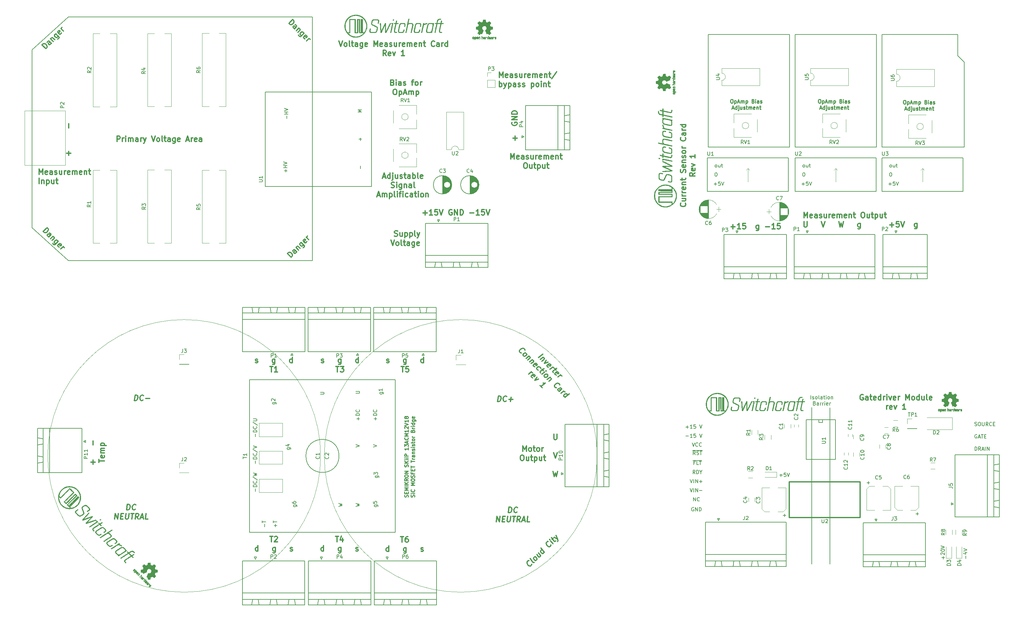
<source format=gto>
G04 #@! TF.FileFunction,Legend,Top*
%FSLAX46Y46*%
G04 Gerber Fmt 4.6, Leading zero omitted, Abs format (unit mm)*
G04 Created by KiCad (PCBNEW 4.0.6) date 2017 August 07, Monday 22:44:53*
%MOMM*%
%LPD*%
G01*
G04 APERTURE LIST*
%ADD10C,0.100000*%
%ADD11C,0.300000*%
%ADD12C,0.200000*%
%ADD13C,0.250000*%
%ADD14C,0.150000*%
%ADD15C,0.120000*%
%ADD16C,0.010000*%
%ADD17C,0.350000*%
G04 APERTURE END LIST*
D10*
D11*
X21693143Y-63919571D02*
X21693143Y-62419571D01*
X22193143Y-63491000D01*
X22693143Y-62419571D01*
X22693143Y-63919571D01*
X23978857Y-63848143D02*
X23836000Y-63919571D01*
X23550286Y-63919571D01*
X23407429Y-63848143D01*
X23336000Y-63705286D01*
X23336000Y-63133857D01*
X23407429Y-62991000D01*
X23550286Y-62919571D01*
X23836000Y-62919571D01*
X23978857Y-62991000D01*
X24050286Y-63133857D01*
X24050286Y-63276714D01*
X23336000Y-63419571D01*
X25336000Y-63919571D02*
X25336000Y-63133857D01*
X25264571Y-62991000D01*
X25121714Y-62919571D01*
X24836000Y-62919571D01*
X24693143Y-62991000D01*
X25336000Y-63848143D02*
X25193143Y-63919571D01*
X24836000Y-63919571D01*
X24693143Y-63848143D01*
X24621714Y-63705286D01*
X24621714Y-63562429D01*
X24693143Y-63419571D01*
X24836000Y-63348143D01*
X25193143Y-63348143D01*
X25336000Y-63276714D01*
X25978857Y-63848143D02*
X26121714Y-63919571D01*
X26407429Y-63919571D01*
X26550286Y-63848143D01*
X26621714Y-63705286D01*
X26621714Y-63633857D01*
X26550286Y-63491000D01*
X26407429Y-63419571D01*
X26193143Y-63419571D01*
X26050286Y-63348143D01*
X25978857Y-63205286D01*
X25978857Y-63133857D01*
X26050286Y-62991000D01*
X26193143Y-62919571D01*
X26407429Y-62919571D01*
X26550286Y-62991000D01*
X27907429Y-62919571D02*
X27907429Y-63919571D01*
X27264572Y-62919571D02*
X27264572Y-63705286D01*
X27336000Y-63848143D01*
X27478858Y-63919571D01*
X27693143Y-63919571D01*
X27836000Y-63848143D01*
X27907429Y-63776714D01*
X28621715Y-63919571D02*
X28621715Y-62919571D01*
X28621715Y-63205286D02*
X28693143Y-63062429D01*
X28764572Y-62991000D01*
X28907429Y-62919571D01*
X29050286Y-62919571D01*
X30121714Y-63848143D02*
X29978857Y-63919571D01*
X29693143Y-63919571D01*
X29550286Y-63848143D01*
X29478857Y-63705286D01*
X29478857Y-63133857D01*
X29550286Y-62991000D01*
X29693143Y-62919571D01*
X29978857Y-62919571D01*
X30121714Y-62991000D01*
X30193143Y-63133857D01*
X30193143Y-63276714D01*
X29478857Y-63419571D01*
X30836000Y-63919571D02*
X30836000Y-62919571D01*
X30836000Y-63062429D02*
X30907428Y-62991000D01*
X31050286Y-62919571D01*
X31264571Y-62919571D01*
X31407428Y-62991000D01*
X31478857Y-63133857D01*
X31478857Y-63919571D01*
X31478857Y-63133857D02*
X31550286Y-62991000D01*
X31693143Y-62919571D01*
X31907428Y-62919571D01*
X32050286Y-62991000D01*
X32121714Y-63133857D01*
X32121714Y-63919571D01*
X33407428Y-63848143D02*
X33264571Y-63919571D01*
X32978857Y-63919571D01*
X32836000Y-63848143D01*
X32764571Y-63705286D01*
X32764571Y-63133857D01*
X32836000Y-62991000D01*
X32978857Y-62919571D01*
X33264571Y-62919571D01*
X33407428Y-62991000D01*
X33478857Y-63133857D01*
X33478857Y-63276714D01*
X32764571Y-63419571D01*
X34121714Y-62919571D02*
X34121714Y-63919571D01*
X34121714Y-63062429D02*
X34193142Y-62991000D01*
X34336000Y-62919571D01*
X34550285Y-62919571D01*
X34693142Y-62991000D01*
X34764571Y-63133857D01*
X34764571Y-63919571D01*
X35264571Y-62919571D02*
X35836000Y-62919571D01*
X35478857Y-62419571D02*
X35478857Y-63705286D01*
X35550285Y-63848143D01*
X35693143Y-63919571D01*
X35836000Y-63919571D01*
X21693143Y-66469571D02*
X21693143Y-64969571D01*
X22407429Y-65469571D02*
X22407429Y-66469571D01*
X22407429Y-65612429D02*
X22478857Y-65541000D01*
X22621715Y-65469571D01*
X22836000Y-65469571D01*
X22978857Y-65541000D01*
X23050286Y-65683857D01*
X23050286Y-66469571D01*
X23764572Y-65469571D02*
X23764572Y-66969571D01*
X23764572Y-65541000D02*
X23907429Y-65469571D01*
X24193143Y-65469571D01*
X24336000Y-65541000D01*
X24407429Y-65612429D01*
X24478858Y-65755286D01*
X24478858Y-66183857D01*
X24407429Y-66326714D01*
X24336000Y-66398143D01*
X24193143Y-66469571D01*
X23907429Y-66469571D01*
X23764572Y-66398143D01*
X25764572Y-65469571D02*
X25764572Y-66469571D01*
X25121715Y-65469571D02*
X25121715Y-66255286D01*
X25193143Y-66398143D01*
X25336001Y-66469571D01*
X25550286Y-66469571D01*
X25693143Y-66398143D01*
X25764572Y-66326714D01*
X26264572Y-65469571D02*
X26836001Y-65469571D01*
X26478858Y-64969571D02*
X26478858Y-66255286D01*
X26550286Y-66398143D01*
X26693144Y-66469571D01*
X26836001Y-66469571D01*
X119349143Y-80866143D02*
X119563429Y-80937571D01*
X119920572Y-80937571D01*
X120063429Y-80866143D01*
X120134858Y-80794714D01*
X120206286Y-80651857D01*
X120206286Y-80509000D01*
X120134858Y-80366143D01*
X120063429Y-80294714D01*
X119920572Y-80223286D01*
X119634858Y-80151857D01*
X119492000Y-80080429D01*
X119420572Y-80009000D01*
X119349143Y-79866143D01*
X119349143Y-79723286D01*
X119420572Y-79580429D01*
X119492000Y-79509000D01*
X119634858Y-79437571D01*
X119992000Y-79437571D01*
X120206286Y-79509000D01*
X121492000Y-79937571D02*
X121492000Y-80937571D01*
X120849143Y-79937571D02*
X120849143Y-80723286D01*
X120920571Y-80866143D01*
X121063429Y-80937571D01*
X121277714Y-80937571D01*
X121420571Y-80866143D01*
X121492000Y-80794714D01*
X122206286Y-79937571D02*
X122206286Y-81437571D01*
X122206286Y-80009000D02*
X122349143Y-79937571D01*
X122634857Y-79937571D01*
X122777714Y-80009000D01*
X122849143Y-80080429D01*
X122920572Y-80223286D01*
X122920572Y-80651857D01*
X122849143Y-80794714D01*
X122777714Y-80866143D01*
X122634857Y-80937571D01*
X122349143Y-80937571D01*
X122206286Y-80866143D01*
X123563429Y-79937571D02*
X123563429Y-81437571D01*
X123563429Y-80009000D02*
X123706286Y-79937571D01*
X123992000Y-79937571D01*
X124134857Y-80009000D01*
X124206286Y-80080429D01*
X124277715Y-80223286D01*
X124277715Y-80651857D01*
X124206286Y-80794714D01*
X124134857Y-80866143D01*
X123992000Y-80937571D01*
X123706286Y-80937571D01*
X123563429Y-80866143D01*
X125134858Y-80937571D02*
X124992000Y-80866143D01*
X124920572Y-80723286D01*
X124920572Y-79437571D01*
X125563429Y-79937571D02*
X125920572Y-80937571D01*
X126277714Y-79937571D02*
X125920572Y-80937571D01*
X125777714Y-81294714D01*
X125706286Y-81366143D01*
X125563429Y-81437571D01*
X118349143Y-81987571D02*
X118849143Y-83487571D01*
X119349143Y-81987571D01*
X120063429Y-83487571D02*
X119920571Y-83416143D01*
X119849143Y-83344714D01*
X119777714Y-83201857D01*
X119777714Y-82773286D01*
X119849143Y-82630429D01*
X119920571Y-82559000D01*
X120063429Y-82487571D01*
X120277714Y-82487571D01*
X120420571Y-82559000D01*
X120492000Y-82630429D01*
X120563429Y-82773286D01*
X120563429Y-83201857D01*
X120492000Y-83344714D01*
X120420571Y-83416143D01*
X120277714Y-83487571D01*
X120063429Y-83487571D01*
X121420572Y-83487571D02*
X121277714Y-83416143D01*
X121206286Y-83273286D01*
X121206286Y-81987571D01*
X121777714Y-82487571D02*
X122349143Y-82487571D01*
X121992000Y-81987571D02*
X121992000Y-83273286D01*
X122063428Y-83416143D01*
X122206286Y-83487571D01*
X122349143Y-83487571D01*
X123492000Y-83487571D02*
X123492000Y-82701857D01*
X123420571Y-82559000D01*
X123277714Y-82487571D01*
X122992000Y-82487571D01*
X122849143Y-82559000D01*
X123492000Y-83416143D02*
X123349143Y-83487571D01*
X122992000Y-83487571D01*
X122849143Y-83416143D01*
X122777714Y-83273286D01*
X122777714Y-83130429D01*
X122849143Y-82987571D01*
X122992000Y-82916143D01*
X123349143Y-82916143D01*
X123492000Y-82844714D01*
X124849143Y-82487571D02*
X124849143Y-83701857D01*
X124777714Y-83844714D01*
X124706286Y-83916143D01*
X124563429Y-83987571D01*
X124349143Y-83987571D01*
X124206286Y-83916143D01*
X124849143Y-83416143D02*
X124706286Y-83487571D01*
X124420572Y-83487571D01*
X124277714Y-83416143D01*
X124206286Y-83344714D01*
X124134857Y-83201857D01*
X124134857Y-82773286D01*
X124206286Y-82630429D01*
X124277714Y-82559000D01*
X124420572Y-82487571D01*
X124706286Y-82487571D01*
X124849143Y-82559000D01*
X126134857Y-83416143D02*
X125992000Y-83487571D01*
X125706286Y-83487571D01*
X125563429Y-83416143D01*
X125492000Y-83273286D01*
X125492000Y-82701857D01*
X125563429Y-82559000D01*
X125706286Y-82487571D01*
X125992000Y-82487571D01*
X126134857Y-82559000D01*
X126206286Y-82701857D01*
X126206286Y-82844714D01*
X125492000Y-82987571D01*
X151277715Y-59728571D02*
X151277715Y-58228571D01*
X151777715Y-59300000D01*
X152277715Y-58228571D01*
X152277715Y-59728571D01*
X153563429Y-59657143D02*
X153420572Y-59728571D01*
X153134858Y-59728571D01*
X152992001Y-59657143D01*
X152920572Y-59514286D01*
X152920572Y-58942857D01*
X152992001Y-58800000D01*
X153134858Y-58728571D01*
X153420572Y-58728571D01*
X153563429Y-58800000D01*
X153634858Y-58942857D01*
X153634858Y-59085714D01*
X152920572Y-59228571D01*
X154920572Y-59728571D02*
X154920572Y-58942857D01*
X154849143Y-58800000D01*
X154706286Y-58728571D01*
X154420572Y-58728571D01*
X154277715Y-58800000D01*
X154920572Y-59657143D02*
X154777715Y-59728571D01*
X154420572Y-59728571D01*
X154277715Y-59657143D01*
X154206286Y-59514286D01*
X154206286Y-59371429D01*
X154277715Y-59228571D01*
X154420572Y-59157143D01*
X154777715Y-59157143D01*
X154920572Y-59085714D01*
X155563429Y-59657143D02*
X155706286Y-59728571D01*
X155992001Y-59728571D01*
X156134858Y-59657143D01*
X156206286Y-59514286D01*
X156206286Y-59442857D01*
X156134858Y-59300000D01*
X155992001Y-59228571D01*
X155777715Y-59228571D01*
X155634858Y-59157143D01*
X155563429Y-59014286D01*
X155563429Y-58942857D01*
X155634858Y-58800000D01*
X155777715Y-58728571D01*
X155992001Y-58728571D01*
X156134858Y-58800000D01*
X157492001Y-58728571D02*
X157492001Y-59728571D01*
X156849144Y-58728571D02*
X156849144Y-59514286D01*
X156920572Y-59657143D01*
X157063430Y-59728571D01*
X157277715Y-59728571D01*
X157420572Y-59657143D01*
X157492001Y-59585714D01*
X158206287Y-59728571D02*
X158206287Y-58728571D01*
X158206287Y-59014286D02*
X158277715Y-58871429D01*
X158349144Y-58800000D01*
X158492001Y-58728571D01*
X158634858Y-58728571D01*
X159706286Y-59657143D02*
X159563429Y-59728571D01*
X159277715Y-59728571D01*
X159134858Y-59657143D01*
X159063429Y-59514286D01*
X159063429Y-58942857D01*
X159134858Y-58800000D01*
X159277715Y-58728571D01*
X159563429Y-58728571D01*
X159706286Y-58800000D01*
X159777715Y-58942857D01*
X159777715Y-59085714D01*
X159063429Y-59228571D01*
X160420572Y-59728571D02*
X160420572Y-58728571D01*
X160420572Y-58871429D02*
X160492000Y-58800000D01*
X160634858Y-58728571D01*
X160849143Y-58728571D01*
X160992000Y-58800000D01*
X161063429Y-58942857D01*
X161063429Y-59728571D01*
X161063429Y-58942857D02*
X161134858Y-58800000D01*
X161277715Y-58728571D01*
X161492000Y-58728571D01*
X161634858Y-58800000D01*
X161706286Y-58942857D01*
X161706286Y-59728571D01*
X162992000Y-59657143D02*
X162849143Y-59728571D01*
X162563429Y-59728571D01*
X162420572Y-59657143D01*
X162349143Y-59514286D01*
X162349143Y-58942857D01*
X162420572Y-58800000D01*
X162563429Y-58728571D01*
X162849143Y-58728571D01*
X162992000Y-58800000D01*
X163063429Y-58942857D01*
X163063429Y-59085714D01*
X162349143Y-59228571D01*
X163706286Y-58728571D02*
X163706286Y-59728571D01*
X163706286Y-58871429D02*
X163777714Y-58800000D01*
X163920572Y-58728571D01*
X164134857Y-58728571D01*
X164277714Y-58800000D01*
X164349143Y-58942857D01*
X164349143Y-59728571D01*
X164849143Y-58728571D02*
X165420572Y-58728571D01*
X165063429Y-58228571D02*
X165063429Y-59514286D01*
X165134857Y-59657143D01*
X165277715Y-59728571D01*
X165420572Y-59728571D01*
X155206285Y-60778571D02*
X155491999Y-60778571D01*
X155634857Y-60850000D01*
X155777714Y-60992857D01*
X155849142Y-61278571D01*
X155849142Y-61778571D01*
X155777714Y-62064286D01*
X155634857Y-62207143D01*
X155491999Y-62278571D01*
X155206285Y-62278571D01*
X155063428Y-62207143D01*
X154920571Y-62064286D01*
X154849142Y-61778571D01*
X154849142Y-61278571D01*
X154920571Y-60992857D01*
X155063428Y-60850000D01*
X155206285Y-60778571D01*
X157134857Y-61278571D02*
X157134857Y-62278571D01*
X156492000Y-61278571D02*
X156492000Y-62064286D01*
X156563428Y-62207143D01*
X156706286Y-62278571D01*
X156920571Y-62278571D01*
X157063428Y-62207143D01*
X157134857Y-62135714D01*
X157634857Y-61278571D02*
X158206286Y-61278571D01*
X157849143Y-60778571D02*
X157849143Y-62064286D01*
X157920571Y-62207143D01*
X158063429Y-62278571D01*
X158206286Y-62278571D01*
X158706286Y-61278571D02*
X158706286Y-62778571D01*
X158706286Y-61350000D02*
X158849143Y-61278571D01*
X159134857Y-61278571D01*
X159277714Y-61350000D01*
X159349143Y-61421429D01*
X159420572Y-61564286D01*
X159420572Y-61992857D01*
X159349143Y-62135714D01*
X159277714Y-62207143D01*
X159134857Y-62278571D01*
X158849143Y-62278571D01*
X158706286Y-62207143D01*
X160706286Y-61278571D02*
X160706286Y-62278571D01*
X160063429Y-61278571D02*
X160063429Y-62064286D01*
X160134857Y-62207143D01*
X160277715Y-62278571D01*
X160492000Y-62278571D01*
X160634857Y-62207143D01*
X160706286Y-62135714D01*
X161206286Y-61278571D02*
X161777715Y-61278571D01*
X161420572Y-60778571D02*
X161420572Y-62064286D01*
X161492000Y-62207143D01*
X161634858Y-62278571D01*
X161777715Y-62278571D01*
X148185143Y-37249571D02*
X148185143Y-35749571D01*
X148685143Y-36821000D01*
X149185143Y-35749571D01*
X149185143Y-37249571D01*
X150470857Y-37178143D02*
X150328000Y-37249571D01*
X150042286Y-37249571D01*
X149899429Y-37178143D01*
X149828000Y-37035286D01*
X149828000Y-36463857D01*
X149899429Y-36321000D01*
X150042286Y-36249571D01*
X150328000Y-36249571D01*
X150470857Y-36321000D01*
X150542286Y-36463857D01*
X150542286Y-36606714D01*
X149828000Y-36749571D01*
X151828000Y-37249571D02*
X151828000Y-36463857D01*
X151756571Y-36321000D01*
X151613714Y-36249571D01*
X151328000Y-36249571D01*
X151185143Y-36321000D01*
X151828000Y-37178143D02*
X151685143Y-37249571D01*
X151328000Y-37249571D01*
X151185143Y-37178143D01*
X151113714Y-37035286D01*
X151113714Y-36892429D01*
X151185143Y-36749571D01*
X151328000Y-36678143D01*
X151685143Y-36678143D01*
X151828000Y-36606714D01*
X152470857Y-37178143D02*
X152613714Y-37249571D01*
X152899429Y-37249571D01*
X153042286Y-37178143D01*
X153113714Y-37035286D01*
X153113714Y-36963857D01*
X153042286Y-36821000D01*
X152899429Y-36749571D01*
X152685143Y-36749571D01*
X152542286Y-36678143D01*
X152470857Y-36535286D01*
X152470857Y-36463857D01*
X152542286Y-36321000D01*
X152685143Y-36249571D01*
X152899429Y-36249571D01*
X153042286Y-36321000D01*
X154399429Y-36249571D02*
X154399429Y-37249571D01*
X153756572Y-36249571D02*
X153756572Y-37035286D01*
X153828000Y-37178143D01*
X153970858Y-37249571D01*
X154185143Y-37249571D01*
X154328000Y-37178143D01*
X154399429Y-37106714D01*
X155113715Y-37249571D02*
X155113715Y-36249571D01*
X155113715Y-36535286D02*
X155185143Y-36392429D01*
X155256572Y-36321000D01*
X155399429Y-36249571D01*
X155542286Y-36249571D01*
X156613714Y-37178143D02*
X156470857Y-37249571D01*
X156185143Y-37249571D01*
X156042286Y-37178143D01*
X155970857Y-37035286D01*
X155970857Y-36463857D01*
X156042286Y-36321000D01*
X156185143Y-36249571D01*
X156470857Y-36249571D01*
X156613714Y-36321000D01*
X156685143Y-36463857D01*
X156685143Y-36606714D01*
X155970857Y-36749571D01*
X157328000Y-37249571D02*
X157328000Y-36249571D01*
X157328000Y-36392429D02*
X157399428Y-36321000D01*
X157542286Y-36249571D01*
X157756571Y-36249571D01*
X157899428Y-36321000D01*
X157970857Y-36463857D01*
X157970857Y-37249571D01*
X157970857Y-36463857D02*
X158042286Y-36321000D01*
X158185143Y-36249571D01*
X158399428Y-36249571D01*
X158542286Y-36321000D01*
X158613714Y-36463857D01*
X158613714Y-37249571D01*
X159899428Y-37178143D02*
X159756571Y-37249571D01*
X159470857Y-37249571D01*
X159328000Y-37178143D01*
X159256571Y-37035286D01*
X159256571Y-36463857D01*
X159328000Y-36321000D01*
X159470857Y-36249571D01*
X159756571Y-36249571D01*
X159899428Y-36321000D01*
X159970857Y-36463857D01*
X159970857Y-36606714D01*
X159256571Y-36749571D01*
X160613714Y-36249571D02*
X160613714Y-37249571D01*
X160613714Y-36392429D02*
X160685142Y-36321000D01*
X160828000Y-36249571D01*
X161042285Y-36249571D01*
X161185142Y-36321000D01*
X161256571Y-36463857D01*
X161256571Y-37249571D01*
X161756571Y-36249571D02*
X162328000Y-36249571D01*
X161970857Y-35749571D02*
X161970857Y-37035286D01*
X162042285Y-37178143D01*
X162185143Y-37249571D01*
X162328000Y-37249571D01*
X163899428Y-35678143D02*
X162613714Y-37606714D01*
X148185143Y-39799571D02*
X148185143Y-38299571D01*
X148185143Y-38871000D02*
X148328000Y-38799571D01*
X148613714Y-38799571D01*
X148756571Y-38871000D01*
X148828000Y-38942429D01*
X148899429Y-39085286D01*
X148899429Y-39513857D01*
X148828000Y-39656714D01*
X148756571Y-39728143D01*
X148613714Y-39799571D01*
X148328000Y-39799571D01*
X148185143Y-39728143D01*
X149399429Y-38799571D02*
X149756572Y-39799571D01*
X150113714Y-38799571D02*
X149756572Y-39799571D01*
X149613714Y-40156714D01*
X149542286Y-40228143D01*
X149399429Y-40299571D01*
X150685143Y-38799571D02*
X150685143Y-40299571D01*
X150685143Y-38871000D02*
X150828000Y-38799571D01*
X151113714Y-38799571D01*
X151256571Y-38871000D01*
X151328000Y-38942429D01*
X151399429Y-39085286D01*
X151399429Y-39513857D01*
X151328000Y-39656714D01*
X151256571Y-39728143D01*
X151113714Y-39799571D01*
X150828000Y-39799571D01*
X150685143Y-39728143D01*
X152685143Y-39799571D02*
X152685143Y-39013857D01*
X152613714Y-38871000D01*
X152470857Y-38799571D01*
X152185143Y-38799571D01*
X152042286Y-38871000D01*
X152685143Y-39728143D02*
X152542286Y-39799571D01*
X152185143Y-39799571D01*
X152042286Y-39728143D01*
X151970857Y-39585286D01*
X151970857Y-39442429D01*
X152042286Y-39299571D01*
X152185143Y-39228143D01*
X152542286Y-39228143D01*
X152685143Y-39156714D01*
X153328000Y-39728143D02*
X153470857Y-39799571D01*
X153756572Y-39799571D01*
X153899429Y-39728143D01*
X153970857Y-39585286D01*
X153970857Y-39513857D01*
X153899429Y-39371000D01*
X153756572Y-39299571D01*
X153542286Y-39299571D01*
X153399429Y-39228143D01*
X153328000Y-39085286D01*
X153328000Y-39013857D01*
X153399429Y-38871000D01*
X153542286Y-38799571D01*
X153756572Y-38799571D01*
X153899429Y-38871000D01*
X154542286Y-39728143D02*
X154685143Y-39799571D01*
X154970858Y-39799571D01*
X155113715Y-39728143D01*
X155185143Y-39585286D01*
X155185143Y-39513857D01*
X155113715Y-39371000D01*
X154970858Y-39299571D01*
X154756572Y-39299571D01*
X154613715Y-39228143D01*
X154542286Y-39085286D01*
X154542286Y-39013857D01*
X154613715Y-38871000D01*
X154756572Y-38799571D01*
X154970858Y-38799571D01*
X155113715Y-38871000D01*
X156970858Y-38799571D02*
X156970858Y-40299571D01*
X156970858Y-38871000D02*
X157113715Y-38799571D01*
X157399429Y-38799571D01*
X157542286Y-38871000D01*
X157613715Y-38942429D01*
X157685144Y-39085286D01*
X157685144Y-39513857D01*
X157613715Y-39656714D01*
X157542286Y-39728143D01*
X157399429Y-39799571D01*
X157113715Y-39799571D01*
X156970858Y-39728143D01*
X158542287Y-39799571D02*
X158399429Y-39728143D01*
X158328001Y-39656714D01*
X158256572Y-39513857D01*
X158256572Y-39085286D01*
X158328001Y-38942429D01*
X158399429Y-38871000D01*
X158542287Y-38799571D01*
X158756572Y-38799571D01*
X158899429Y-38871000D01*
X158970858Y-38942429D01*
X159042287Y-39085286D01*
X159042287Y-39513857D01*
X158970858Y-39656714D01*
X158899429Y-39728143D01*
X158756572Y-39799571D01*
X158542287Y-39799571D01*
X159685144Y-39799571D02*
X159685144Y-38799571D01*
X159685144Y-38299571D02*
X159613715Y-38371000D01*
X159685144Y-38442429D01*
X159756572Y-38371000D01*
X159685144Y-38299571D01*
X159685144Y-38442429D01*
X160399430Y-38799571D02*
X160399430Y-39799571D01*
X160399430Y-38942429D02*
X160470858Y-38871000D01*
X160613716Y-38799571D01*
X160828001Y-38799571D01*
X160970858Y-38871000D01*
X161042287Y-39013857D01*
X161042287Y-39799571D01*
X161542287Y-38799571D02*
X162113716Y-38799571D01*
X161756573Y-38299571D02*
X161756573Y-39585286D01*
X161828001Y-39728143D01*
X161970859Y-39799571D01*
X162113716Y-39799571D01*
X90969095Y-86774550D02*
X89908435Y-85713889D01*
X90160973Y-85461351D01*
X90363003Y-85360337D01*
X90565034Y-85360336D01*
X90716557Y-85410844D01*
X90969096Y-85562367D01*
X91120618Y-85713889D01*
X91272141Y-85966428D01*
X91322649Y-86117951D01*
X91322648Y-86319982D01*
X91221633Y-86522011D01*
X90969095Y-86774550D01*
X92484324Y-85259321D02*
X91928740Y-84703737D01*
X91777217Y-84653230D01*
X91625694Y-84703737D01*
X91423663Y-84905767D01*
X91373156Y-85057290D01*
X92433816Y-85208814D02*
X92383308Y-85360336D01*
X92130770Y-85612874D01*
X91979248Y-85663382D01*
X91827725Y-85612875D01*
X91726710Y-85511860D01*
X91676202Y-85360336D01*
X91726710Y-85208814D01*
X91979248Y-84956275D01*
X92029755Y-84804752D01*
X92282293Y-84047138D02*
X92989400Y-84754244D01*
X92383309Y-84148153D02*
X92383308Y-84047138D01*
X92433816Y-83895614D01*
X92585339Y-83744092D01*
X92736862Y-83693585D01*
X92888385Y-83744092D01*
X93443969Y-84299676D01*
X93696507Y-82632924D02*
X94555137Y-83491554D01*
X94605644Y-83643077D01*
X94605645Y-83744092D01*
X94555137Y-83895614D01*
X94403614Y-84047138D01*
X94252091Y-84097645D01*
X94353106Y-83289524D02*
X94302598Y-83441046D01*
X94100568Y-83643076D01*
X93949045Y-83693585D01*
X93848030Y-83693584D01*
X93696507Y-83643077D01*
X93393461Y-83340031D01*
X93342954Y-83188508D01*
X93342953Y-83087493D01*
X93393461Y-82935969D01*
X93595492Y-82733939D01*
X93747015Y-82683432D01*
X95262243Y-82380386D02*
X95211735Y-82531909D01*
X95009705Y-82733939D01*
X94858183Y-82784447D01*
X94706660Y-82733940D01*
X94302598Y-82329879D01*
X94252091Y-82178355D01*
X94302598Y-82026832D01*
X94504629Y-81824802D01*
X94656152Y-81774295D01*
X94807675Y-81824802D01*
X94908690Y-81925817D01*
X94504629Y-82531909D01*
X95817827Y-81925817D02*
X95110720Y-81218710D01*
X95312751Y-81420741D02*
X95262243Y-81269219D01*
X95262243Y-81168203D01*
X95312751Y-81016680D01*
X95413766Y-80915665D01*
X90339650Y-22363695D02*
X91400311Y-21303035D01*
X91652849Y-21555573D01*
X91753863Y-21757603D01*
X91753864Y-21959634D01*
X91703356Y-22111157D01*
X91551833Y-22363696D01*
X91400311Y-22515218D01*
X91147772Y-22666741D01*
X90996249Y-22717249D01*
X90794218Y-22717248D01*
X90592189Y-22616233D01*
X90339650Y-22363695D01*
X91854879Y-23878924D02*
X92410463Y-23323340D01*
X92460970Y-23171817D01*
X92410463Y-23020294D01*
X92208433Y-22818263D01*
X92056910Y-22767756D01*
X91905386Y-23828416D02*
X91753864Y-23777908D01*
X91501326Y-23525370D01*
X91450818Y-23373848D01*
X91501325Y-23222325D01*
X91602340Y-23121310D01*
X91753864Y-23070802D01*
X91905386Y-23121310D01*
X92157925Y-23373848D01*
X92309448Y-23424355D01*
X93067062Y-23676893D02*
X92359956Y-24384000D01*
X92966047Y-23777909D02*
X93067062Y-23777908D01*
X93218586Y-23828416D01*
X93370108Y-23979939D01*
X93420615Y-24131462D01*
X93370108Y-24282985D01*
X92814524Y-24838569D01*
X94481276Y-25091107D02*
X93622646Y-25949737D01*
X93471123Y-26000244D01*
X93370108Y-26000245D01*
X93218586Y-25949737D01*
X93067062Y-25798214D01*
X93016555Y-25646691D01*
X93824676Y-25747706D02*
X93673154Y-25697198D01*
X93471124Y-25495168D01*
X93420615Y-25343645D01*
X93420616Y-25242630D01*
X93471123Y-25091107D01*
X93774169Y-24788061D01*
X93925692Y-24737554D01*
X94026707Y-24737553D01*
X94178231Y-24788061D01*
X94380261Y-24990092D01*
X94430768Y-25141615D01*
X94733814Y-26656843D02*
X94582291Y-26606335D01*
X94380261Y-26404305D01*
X94329753Y-26252783D01*
X94380260Y-26101260D01*
X94784321Y-25697198D01*
X94935845Y-25646691D01*
X95087368Y-25697198D01*
X95289398Y-25899229D01*
X95339905Y-26050752D01*
X95289398Y-26202275D01*
X95188383Y-26303290D01*
X94582291Y-25899229D01*
X95188383Y-27212427D02*
X95895490Y-26505320D01*
X95693459Y-26707351D02*
X95844981Y-26656843D01*
X95945997Y-26656843D01*
X96097520Y-26707351D01*
X96198535Y-26808366D01*
D12*
X29769000Y-87645000D02*
X96769000Y-87645000D01*
D11*
X22801050Y-79640695D02*
X23861711Y-78580035D01*
X24114249Y-78832573D01*
X24215263Y-79034603D01*
X24215264Y-79236634D01*
X24164756Y-79388157D01*
X24013233Y-79640696D01*
X23861711Y-79792218D01*
X23609172Y-79943741D01*
X23457649Y-79994249D01*
X23255618Y-79994248D01*
X23053589Y-79893233D01*
X22801050Y-79640695D01*
X24316279Y-81155924D02*
X24871863Y-80600340D01*
X24922370Y-80448817D01*
X24871863Y-80297294D01*
X24669833Y-80095263D01*
X24518310Y-80044756D01*
X24366786Y-81105416D02*
X24215264Y-81054908D01*
X23962726Y-80802370D01*
X23912218Y-80650848D01*
X23962725Y-80499325D01*
X24063740Y-80398310D01*
X24215264Y-80347802D01*
X24366786Y-80398310D01*
X24619325Y-80650848D01*
X24770848Y-80701355D01*
X25528462Y-80953893D02*
X24821356Y-81661000D01*
X25427447Y-81054909D02*
X25528462Y-81054908D01*
X25679986Y-81105416D01*
X25831508Y-81256939D01*
X25882015Y-81408462D01*
X25831508Y-81559985D01*
X25275924Y-82115569D01*
X26942676Y-82368107D02*
X26084046Y-83226737D01*
X25932523Y-83277244D01*
X25831508Y-83277245D01*
X25679986Y-83226737D01*
X25528462Y-83075214D01*
X25477955Y-82923691D01*
X26286076Y-83024706D02*
X26134554Y-82974198D01*
X25932524Y-82772168D01*
X25882015Y-82620645D01*
X25882016Y-82519630D01*
X25932523Y-82368107D01*
X26235569Y-82065061D01*
X26387092Y-82014554D01*
X26488107Y-82014553D01*
X26639631Y-82065061D01*
X26841661Y-82267092D01*
X26892168Y-82418615D01*
X27195214Y-83933843D02*
X27043691Y-83883335D01*
X26841661Y-83681305D01*
X26791153Y-83529783D01*
X26841660Y-83378260D01*
X27245721Y-82974198D01*
X27397245Y-82923691D01*
X27548768Y-82974198D01*
X27750798Y-83176229D01*
X27801305Y-83327752D01*
X27750798Y-83479275D01*
X27649783Y-83580290D01*
X27043691Y-83176229D01*
X27649783Y-84489427D02*
X28356890Y-83782320D01*
X28154859Y-83984351D02*
X28306381Y-83933843D01*
X28407397Y-83933843D01*
X28558920Y-83984351D01*
X28659935Y-84085366D01*
X23532095Y-29370550D02*
X22471435Y-28309889D01*
X22723973Y-28057351D01*
X22926003Y-27956337D01*
X23128034Y-27956336D01*
X23279557Y-28006844D01*
X23532096Y-28158367D01*
X23683618Y-28309889D01*
X23835141Y-28562428D01*
X23885649Y-28713951D01*
X23885648Y-28915982D01*
X23784633Y-29118011D01*
X23532095Y-29370550D01*
X25047324Y-27855321D02*
X24491740Y-27299737D01*
X24340217Y-27249230D01*
X24188694Y-27299737D01*
X23986663Y-27501767D01*
X23936156Y-27653290D01*
X24996816Y-27804814D02*
X24946308Y-27956336D01*
X24693770Y-28208874D01*
X24542248Y-28259382D01*
X24390725Y-28208875D01*
X24289710Y-28107860D01*
X24239202Y-27956336D01*
X24289710Y-27804814D01*
X24542248Y-27552275D01*
X24592755Y-27400752D01*
X24845293Y-26643138D02*
X25552400Y-27350244D01*
X24946309Y-26744153D02*
X24946308Y-26643138D01*
X24996816Y-26491614D01*
X25148339Y-26340092D01*
X25299862Y-26289585D01*
X25451385Y-26340092D01*
X26006969Y-26895676D01*
X26259507Y-25228924D02*
X27118137Y-26087554D01*
X27168644Y-26239077D01*
X27168645Y-26340092D01*
X27118137Y-26491614D01*
X26966614Y-26643138D01*
X26815091Y-26693645D01*
X26916106Y-25885524D02*
X26865598Y-26037046D01*
X26663568Y-26239076D01*
X26512045Y-26289585D01*
X26411030Y-26289584D01*
X26259507Y-26239077D01*
X25956461Y-25936031D01*
X25905954Y-25784508D01*
X25905953Y-25683493D01*
X25956461Y-25531969D01*
X26158492Y-25329939D01*
X26310015Y-25279432D01*
X27825243Y-24976386D02*
X27774735Y-25127909D01*
X27572705Y-25329939D01*
X27421183Y-25380447D01*
X27269660Y-25329940D01*
X26865598Y-24925879D01*
X26815091Y-24774355D01*
X26865598Y-24622832D01*
X27067629Y-24420802D01*
X27219152Y-24370295D01*
X27370675Y-24420802D01*
X27471690Y-24521817D01*
X27067629Y-25127909D01*
X28380827Y-24521817D02*
X27673720Y-23814710D01*
X27875751Y-24016741D02*
X27825243Y-23865219D01*
X27825243Y-23764203D01*
X27875751Y-23612680D01*
X27976766Y-23511665D01*
X43094144Y-54907571D02*
X43094144Y-53407571D01*
X43665572Y-53407571D01*
X43808430Y-53479000D01*
X43879858Y-53550429D01*
X43951287Y-53693286D01*
X43951287Y-53907571D01*
X43879858Y-54050429D01*
X43808430Y-54121857D01*
X43665572Y-54193286D01*
X43094144Y-54193286D01*
X44594144Y-54907571D02*
X44594144Y-53907571D01*
X44594144Y-54193286D02*
X44665572Y-54050429D01*
X44737001Y-53979000D01*
X44879858Y-53907571D01*
X45022715Y-53907571D01*
X45522715Y-54907571D02*
X45522715Y-53907571D01*
X45522715Y-53407571D02*
X45451286Y-53479000D01*
X45522715Y-53550429D01*
X45594143Y-53479000D01*
X45522715Y-53407571D01*
X45522715Y-53550429D01*
X46237001Y-54907571D02*
X46237001Y-53907571D01*
X46237001Y-54050429D02*
X46308429Y-53979000D01*
X46451287Y-53907571D01*
X46665572Y-53907571D01*
X46808429Y-53979000D01*
X46879858Y-54121857D01*
X46879858Y-54907571D01*
X46879858Y-54121857D02*
X46951287Y-53979000D01*
X47094144Y-53907571D01*
X47308429Y-53907571D01*
X47451287Y-53979000D01*
X47522715Y-54121857D01*
X47522715Y-54907571D01*
X48879858Y-54907571D02*
X48879858Y-54121857D01*
X48808429Y-53979000D01*
X48665572Y-53907571D01*
X48379858Y-53907571D01*
X48237001Y-53979000D01*
X48879858Y-54836143D02*
X48737001Y-54907571D01*
X48379858Y-54907571D01*
X48237001Y-54836143D01*
X48165572Y-54693286D01*
X48165572Y-54550429D01*
X48237001Y-54407571D01*
X48379858Y-54336143D01*
X48737001Y-54336143D01*
X48879858Y-54264714D01*
X49594144Y-54907571D02*
X49594144Y-53907571D01*
X49594144Y-54193286D02*
X49665572Y-54050429D01*
X49737001Y-53979000D01*
X49879858Y-53907571D01*
X50022715Y-53907571D01*
X50379858Y-53907571D02*
X50737001Y-54907571D01*
X51094143Y-53907571D02*
X50737001Y-54907571D01*
X50594143Y-55264714D01*
X50522715Y-55336143D01*
X50379858Y-55407571D01*
X52594143Y-53407571D02*
X53094143Y-54907571D01*
X53594143Y-53407571D01*
X54308429Y-54907571D02*
X54165571Y-54836143D01*
X54094143Y-54764714D01*
X54022714Y-54621857D01*
X54022714Y-54193286D01*
X54094143Y-54050429D01*
X54165571Y-53979000D01*
X54308429Y-53907571D01*
X54522714Y-53907571D01*
X54665571Y-53979000D01*
X54737000Y-54050429D01*
X54808429Y-54193286D01*
X54808429Y-54621857D01*
X54737000Y-54764714D01*
X54665571Y-54836143D01*
X54522714Y-54907571D01*
X54308429Y-54907571D01*
X55665572Y-54907571D02*
X55522714Y-54836143D01*
X55451286Y-54693286D01*
X55451286Y-53407571D01*
X56022714Y-53907571D02*
X56594143Y-53907571D01*
X56237000Y-53407571D02*
X56237000Y-54693286D01*
X56308428Y-54836143D01*
X56451286Y-54907571D01*
X56594143Y-54907571D01*
X57737000Y-54907571D02*
X57737000Y-54121857D01*
X57665571Y-53979000D01*
X57522714Y-53907571D01*
X57237000Y-53907571D01*
X57094143Y-53979000D01*
X57737000Y-54836143D02*
X57594143Y-54907571D01*
X57237000Y-54907571D01*
X57094143Y-54836143D01*
X57022714Y-54693286D01*
X57022714Y-54550429D01*
X57094143Y-54407571D01*
X57237000Y-54336143D01*
X57594143Y-54336143D01*
X57737000Y-54264714D01*
X59094143Y-53907571D02*
X59094143Y-55121857D01*
X59022714Y-55264714D01*
X58951286Y-55336143D01*
X58808429Y-55407571D01*
X58594143Y-55407571D01*
X58451286Y-55336143D01*
X59094143Y-54836143D02*
X58951286Y-54907571D01*
X58665572Y-54907571D01*
X58522714Y-54836143D01*
X58451286Y-54764714D01*
X58379857Y-54621857D01*
X58379857Y-54193286D01*
X58451286Y-54050429D01*
X58522714Y-53979000D01*
X58665572Y-53907571D01*
X58951286Y-53907571D01*
X59094143Y-53979000D01*
X60379857Y-54836143D02*
X60237000Y-54907571D01*
X59951286Y-54907571D01*
X59808429Y-54836143D01*
X59737000Y-54693286D01*
X59737000Y-54121857D01*
X59808429Y-53979000D01*
X59951286Y-53907571D01*
X60237000Y-53907571D01*
X60379857Y-53979000D01*
X60451286Y-54121857D01*
X60451286Y-54264714D01*
X59737000Y-54407571D01*
X62165571Y-54479000D02*
X62879857Y-54479000D01*
X62022714Y-54907571D02*
X62522714Y-53407571D01*
X63022714Y-54907571D01*
X63522714Y-54907571D02*
X63522714Y-53907571D01*
X63522714Y-54193286D02*
X63594142Y-54050429D01*
X63665571Y-53979000D01*
X63808428Y-53907571D01*
X63951285Y-53907571D01*
X65022713Y-54836143D02*
X64879856Y-54907571D01*
X64594142Y-54907571D01*
X64451285Y-54836143D01*
X64379856Y-54693286D01*
X64379856Y-54121857D01*
X64451285Y-53979000D01*
X64594142Y-53907571D01*
X64879856Y-53907571D01*
X65022713Y-53979000D01*
X65094142Y-54121857D01*
X65094142Y-54264714D01*
X64379856Y-54407571D01*
X66379856Y-54907571D02*
X66379856Y-54121857D01*
X66308427Y-53979000D01*
X66165570Y-53907571D01*
X65879856Y-53907571D01*
X65736999Y-53979000D01*
X66379856Y-54836143D02*
X66236999Y-54907571D01*
X65879856Y-54907571D01*
X65736999Y-54836143D01*
X65665570Y-54693286D01*
X65665570Y-54550429D01*
X65736999Y-54407571D01*
X65879856Y-54336143D01*
X66236999Y-54336143D01*
X66379856Y-54264714D01*
D12*
X19769000Y-78645000D02*
X29769000Y-87645000D01*
X19769000Y-29645000D02*
X19769000Y-78645000D01*
X29769000Y-20645000D02*
X19769000Y-29645000D01*
X96769000Y-20645000D02*
X29769000Y-20645000D01*
X96769000Y-87645000D02*
X96769000Y-20645000D01*
D11*
X104090286Y-27240571D02*
X104590286Y-28740571D01*
X105090286Y-27240571D01*
X105804572Y-28740571D02*
X105661714Y-28669143D01*
X105590286Y-28597714D01*
X105518857Y-28454857D01*
X105518857Y-28026286D01*
X105590286Y-27883429D01*
X105661714Y-27812000D01*
X105804572Y-27740571D01*
X106018857Y-27740571D01*
X106161714Y-27812000D01*
X106233143Y-27883429D01*
X106304572Y-28026286D01*
X106304572Y-28454857D01*
X106233143Y-28597714D01*
X106161714Y-28669143D01*
X106018857Y-28740571D01*
X105804572Y-28740571D01*
X107161715Y-28740571D02*
X107018857Y-28669143D01*
X106947429Y-28526286D01*
X106947429Y-27240571D01*
X107518857Y-27740571D02*
X108090286Y-27740571D01*
X107733143Y-27240571D02*
X107733143Y-28526286D01*
X107804571Y-28669143D01*
X107947429Y-28740571D01*
X108090286Y-28740571D01*
X109233143Y-28740571D02*
X109233143Y-27954857D01*
X109161714Y-27812000D01*
X109018857Y-27740571D01*
X108733143Y-27740571D01*
X108590286Y-27812000D01*
X109233143Y-28669143D02*
X109090286Y-28740571D01*
X108733143Y-28740571D01*
X108590286Y-28669143D01*
X108518857Y-28526286D01*
X108518857Y-28383429D01*
X108590286Y-28240571D01*
X108733143Y-28169143D01*
X109090286Y-28169143D01*
X109233143Y-28097714D01*
X110590286Y-27740571D02*
X110590286Y-28954857D01*
X110518857Y-29097714D01*
X110447429Y-29169143D01*
X110304572Y-29240571D01*
X110090286Y-29240571D01*
X109947429Y-29169143D01*
X110590286Y-28669143D02*
X110447429Y-28740571D01*
X110161715Y-28740571D01*
X110018857Y-28669143D01*
X109947429Y-28597714D01*
X109876000Y-28454857D01*
X109876000Y-28026286D01*
X109947429Y-27883429D01*
X110018857Y-27812000D01*
X110161715Y-27740571D01*
X110447429Y-27740571D01*
X110590286Y-27812000D01*
X111876000Y-28669143D02*
X111733143Y-28740571D01*
X111447429Y-28740571D01*
X111304572Y-28669143D01*
X111233143Y-28526286D01*
X111233143Y-27954857D01*
X111304572Y-27812000D01*
X111447429Y-27740571D01*
X111733143Y-27740571D01*
X111876000Y-27812000D01*
X111947429Y-27954857D01*
X111947429Y-28097714D01*
X111233143Y-28240571D01*
X113733143Y-28740571D02*
X113733143Y-27240571D01*
X114233143Y-28312000D01*
X114733143Y-27240571D01*
X114733143Y-28740571D01*
X116018857Y-28669143D02*
X115876000Y-28740571D01*
X115590286Y-28740571D01*
X115447429Y-28669143D01*
X115376000Y-28526286D01*
X115376000Y-27954857D01*
X115447429Y-27812000D01*
X115590286Y-27740571D01*
X115876000Y-27740571D01*
X116018857Y-27812000D01*
X116090286Y-27954857D01*
X116090286Y-28097714D01*
X115376000Y-28240571D01*
X117376000Y-28740571D02*
X117376000Y-27954857D01*
X117304571Y-27812000D01*
X117161714Y-27740571D01*
X116876000Y-27740571D01*
X116733143Y-27812000D01*
X117376000Y-28669143D02*
X117233143Y-28740571D01*
X116876000Y-28740571D01*
X116733143Y-28669143D01*
X116661714Y-28526286D01*
X116661714Y-28383429D01*
X116733143Y-28240571D01*
X116876000Y-28169143D01*
X117233143Y-28169143D01*
X117376000Y-28097714D01*
X118018857Y-28669143D02*
X118161714Y-28740571D01*
X118447429Y-28740571D01*
X118590286Y-28669143D01*
X118661714Y-28526286D01*
X118661714Y-28454857D01*
X118590286Y-28312000D01*
X118447429Y-28240571D01*
X118233143Y-28240571D01*
X118090286Y-28169143D01*
X118018857Y-28026286D01*
X118018857Y-27954857D01*
X118090286Y-27812000D01*
X118233143Y-27740571D01*
X118447429Y-27740571D01*
X118590286Y-27812000D01*
X119947429Y-27740571D02*
X119947429Y-28740571D01*
X119304572Y-27740571D02*
X119304572Y-28526286D01*
X119376000Y-28669143D01*
X119518858Y-28740571D01*
X119733143Y-28740571D01*
X119876000Y-28669143D01*
X119947429Y-28597714D01*
X120661715Y-28740571D02*
X120661715Y-27740571D01*
X120661715Y-28026286D02*
X120733143Y-27883429D01*
X120804572Y-27812000D01*
X120947429Y-27740571D01*
X121090286Y-27740571D01*
X122161714Y-28669143D02*
X122018857Y-28740571D01*
X121733143Y-28740571D01*
X121590286Y-28669143D01*
X121518857Y-28526286D01*
X121518857Y-27954857D01*
X121590286Y-27812000D01*
X121733143Y-27740571D01*
X122018857Y-27740571D01*
X122161714Y-27812000D01*
X122233143Y-27954857D01*
X122233143Y-28097714D01*
X121518857Y-28240571D01*
X122876000Y-28740571D02*
X122876000Y-27740571D01*
X122876000Y-27883429D02*
X122947428Y-27812000D01*
X123090286Y-27740571D01*
X123304571Y-27740571D01*
X123447428Y-27812000D01*
X123518857Y-27954857D01*
X123518857Y-28740571D01*
X123518857Y-27954857D02*
X123590286Y-27812000D01*
X123733143Y-27740571D01*
X123947428Y-27740571D01*
X124090286Y-27812000D01*
X124161714Y-27954857D01*
X124161714Y-28740571D01*
X125447428Y-28669143D02*
X125304571Y-28740571D01*
X125018857Y-28740571D01*
X124876000Y-28669143D01*
X124804571Y-28526286D01*
X124804571Y-27954857D01*
X124876000Y-27812000D01*
X125018857Y-27740571D01*
X125304571Y-27740571D01*
X125447428Y-27812000D01*
X125518857Y-27954857D01*
X125518857Y-28097714D01*
X124804571Y-28240571D01*
X126161714Y-27740571D02*
X126161714Y-28740571D01*
X126161714Y-27883429D02*
X126233142Y-27812000D01*
X126376000Y-27740571D01*
X126590285Y-27740571D01*
X126733142Y-27812000D01*
X126804571Y-27954857D01*
X126804571Y-28740571D01*
X127304571Y-27740571D02*
X127876000Y-27740571D01*
X127518857Y-27240571D02*
X127518857Y-28526286D01*
X127590285Y-28669143D01*
X127733143Y-28740571D01*
X127876000Y-28740571D01*
X130376000Y-28597714D02*
X130304571Y-28669143D01*
X130090285Y-28740571D01*
X129947428Y-28740571D01*
X129733143Y-28669143D01*
X129590285Y-28526286D01*
X129518857Y-28383429D01*
X129447428Y-28097714D01*
X129447428Y-27883429D01*
X129518857Y-27597714D01*
X129590285Y-27454857D01*
X129733143Y-27312000D01*
X129947428Y-27240571D01*
X130090285Y-27240571D01*
X130304571Y-27312000D01*
X130376000Y-27383429D01*
X131661714Y-28740571D02*
X131661714Y-27954857D01*
X131590285Y-27812000D01*
X131447428Y-27740571D01*
X131161714Y-27740571D01*
X131018857Y-27812000D01*
X131661714Y-28669143D02*
X131518857Y-28740571D01*
X131161714Y-28740571D01*
X131018857Y-28669143D01*
X130947428Y-28526286D01*
X130947428Y-28383429D01*
X131018857Y-28240571D01*
X131161714Y-28169143D01*
X131518857Y-28169143D01*
X131661714Y-28097714D01*
X132376000Y-28740571D02*
X132376000Y-27740571D01*
X132376000Y-28026286D02*
X132447428Y-27883429D01*
X132518857Y-27812000D01*
X132661714Y-27740571D01*
X132804571Y-27740571D01*
X133947428Y-28740571D02*
X133947428Y-27240571D01*
X133947428Y-28669143D02*
X133804571Y-28740571D01*
X133518857Y-28740571D01*
X133375999Y-28669143D01*
X133304571Y-28597714D01*
X133233142Y-28454857D01*
X133233142Y-28026286D01*
X133304571Y-27883429D01*
X133375999Y-27812000D01*
X133518857Y-27740571D01*
X133804571Y-27740571D01*
X133947428Y-27812000D01*
X117090287Y-31290571D02*
X116590287Y-30576286D01*
X116233144Y-31290571D02*
X116233144Y-29790571D01*
X116804572Y-29790571D01*
X116947430Y-29862000D01*
X117018858Y-29933429D01*
X117090287Y-30076286D01*
X117090287Y-30290571D01*
X117018858Y-30433429D01*
X116947430Y-30504857D01*
X116804572Y-30576286D01*
X116233144Y-30576286D01*
X118304572Y-31219143D02*
X118161715Y-31290571D01*
X117876001Y-31290571D01*
X117733144Y-31219143D01*
X117661715Y-31076286D01*
X117661715Y-30504857D01*
X117733144Y-30362000D01*
X117876001Y-30290571D01*
X118161715Y-30290571D01*
X118304572Y-30362000D01*
X118376001Y-30504857D01*
X118376001Y-30647714D01*
X117661715Y-30790571D01*
X118876001Y-30290571D02*
X119233144Y-31290571D01*
X119590286Y-30290571D01*
X122090286Y-31290571D02*
X121233143Y-31290571D01*
X121661715Y-31290571D02*
X121661715Y-29790571D01*
X121518858Y-30004857D01*
X121376000Y-30147714D01*
X121233143Y-30219143D01*
X116166000Y-64629000D02*
X116880286Y-64629000D01*
X116023143Y-65057571D02*
X116523143Y-63557571D01*
X117023143Y-65057571D01*
X118166000Y-65057571D02*
X118166000Y-63557571D01*
X118166000Y-64986143D02*
X118023143Y-65057571D01*
X117737429Y-65057571D01*
X117594571Y-64986143D01*
X117523143Y-64914714D01*
X117451714Y-64771857D01*
X117451714Y-64343286D01*
X117523143Y-64200429D01*
X117594571Y-64129000D01*
X117737429Y-64057571D01*
X118023143Y-64057571D01*
X118166000Y-64129000D01*
X118880286Y-64057571D02*
X118880286Y-65343286D01*
X118808857Y-65486143D01*
X118666000Y-65557571D01*
X118594572Y-65557571D01*
X118880286Y-63557571D02*
X118808857Y-63629000D01*
X118880286Y-63700429D01*
X118951714Y-63629000D01*
X118880286Y-63557571D01*
X118880286Y-63700429D01*
X120237429Y-64057571D02*
X120237429Y-65057571D01*
X119594572Y-64057571D02*
X119594572Y-64843286D01*
X119666000Y-64986143D01*
X119808858Y-65057571D01*
X120023143Y-65057571D01*
X120166000Y-64986143D01*
X120237429Y-64914714D01*
X120880286Y-64986143D02*
X121023143Y-65057571D01*
X121308858Y-65057571D01*
X121451715Y-64986143D01*
X121523143Y-64843286D01*
X121523143Y-64771857D01*
X121451715Y-64629000D01*
X121308858Y-64557571D01*
X121094572Y-64557571D01*
X120951715Y-64486143D01*
X120880286Y-64343286D01*
X120880286Y-64271857D01*
X120951715Y-64129000D01*
X121094572Y-64057571D01*
X121308858Y-64057571D01*
X121451715Y-64129000D01*
X121951715Y-64057571D02*
X122523144Y-64057571D01*
X122166001Y-63557571D02*
X122166001Y-64843286D01*
X122237429Y-64986143D01*
X122380287Y-65057571D01*
X122523144Y-65057571D01*
X123666001Y-65057571D02*
X123666001Y-64271857D01*
X123594572Y-64129000D01*
X123451715Y-64057571D01*
X123166001Y-64057571D01*
X123023144Y-64129000D01*
X123666001Y-64986143D02*
X123523144Y-65057571D01*
X123166001Y-65057571D01*
X123023144Y-64986143D01*
X122951715Y-64843286D01*
X122951715Y-64700429D01*
X123023144Y-64557571D01*
X123166001Y-64486143D01*
X123523144Y-64486143D01*
X123666001Y-64414714D01*
X124380287Y-65057571D02*
X124380287Y-63557571D01*
X124380287Y-64129000D02*
X124523144Y-64057571D01*
X124808858Y-64057571D01*
X124951715Y-64129000D01*
X125023144Y-64200429D01*
X125094573Y-64343286D01*
X125094573Y-64771857D01*
X125023144Y-64914714D01*
X124951715Y-64986143D01*
X124808858Y-65057571D01*
X124523144Y-65057571D01*
X124380287Y-64986143D01*
X125951716Y-65057571D02*
X125808858Y-64986143D01*
X125737430Y-64843286D01*
X125737430Y-63557571D01*
X127094572Y-64986143D02*
X126951715Y-65057571D01*
X126666001Y-65057571D01*
X126523144Y-64986143D01*
X126451715Y-64843286D01*
X126451715Y-64271857D01*
X126523144Y-64129000D01*
X126666001Y-64057571D01*
X126951715Y-64057571D01*
X127094572Y-64129000D01*
X127166001Y-64271857D01*
X127166001Y-64414714D01*
X126451715Y-64557571D01*
X118451714Y-67536143D02*
X118666000Y-67607571D01*
X119023143Y-67607571D01*
X119166000Y-67536143D01*
X119237429Y-67464714D01*
X119308857Y-67321857D01*
X119308857Y-67179000D01*
X119237429Y-67036143D01*
X119166000Y-66964714D01*
X119023143Y-66893286D01*
X118737429Y-66821857D01*
X118594571Y-66750429D01*
X118523143Y-66679000D01*
X118451714Y-66536143D01*
X118451714Y-66393286D01*
X118523143Y-66250429D01*
X118594571Y-66179000D01*
X118737429Y-66107571D01*
X119094571Y-66107571D01*
X119308857Y-66179000D01*
X119951714Y-67607571D02*
X119951714Y-66607571D01*
X119951714Y-66107571D02*
X119880285Y-66179000D01*
X119951714Y-66250429D01*
X120023142Y-66179000D01*
X119951714Y-66107571D01*
X119951714Y-66250429D01*
X121308857Y-66607571D02*
X121308857Y-67821857D01*
X121237428Y-67964714D01*
X121166000Y-68036143D01*
X121023143Y-68107571D01*
X120808857Y-68107571D01*
X120666000Y-68036143D01*
X121308857Y-67536143D02*
X121166000Y-67607571D01*
X120880286Y-67607571D01*
X120737428Y-67536143D01*
X120666000Y-67464714D01*
X120594571Y-67321857D01*
X120594571Y-66893286D01*
X120666000Y-66750429D01*
X120737428Y-66679000D01*
X120880286Y-66607571D01*
X121166000Y-66607571D01*
X121308857Y-66679000D01*
X122023143Y-66607571D02*
X122023143Y-67607571D01*
X122023143Y-66750429D02*
X122094571Y-66679000D01*
X122237429Y-66607571D01*
X122451714Y-66607571D01*
X122594571Y-66679000D01*
X122666000Y-66821857D01*
X122666000Y-67607571D01*
X124023143Y-67607571D02*
X124023143Y-66821857D01*
X123951714Y-66679000D01*
X123808857Y-66607571D01*
X123523143Y-66607571D01*
X123380286Y-66679000D01*
X124023143Y-67536143D02*
X123880286Y-67607571D01*
X123523143Y-67607571D01*
X123380286Y-67536143D01*
X123308857Y-67393286D01*
X123308857Y-67250429D01*
X123380286Y-67107571D01*
X123523143Y-67036143D01*
X123880286Y-67036143D01*
X124023143Y-66964714D01*
X124951715Y-67607571D02*
X124808857Y-67536143D01*
X124737429Y-67393286D01*
X124737429Y-66107571D01*
X114630285Y-69729000D02*
X115344571Y-69729000D01*
X114487428Y-70157571D02*
X114987428Y-68657571D01*
X115487428Y-70157571D01*
X115987428Y-70157571D02*
X115987428Y-69157571D01*
X115987428Y-69300429D02*
X116058856Y-69229000D01*
X116201714Y-69157571D01*
X116415999Y-69157571D01*
X116558856Y-69229000D01*
X116630285Y-69371857D01*
X116630285Y-70157571D01*
X116630285Y-69371857D02*
X116701714Y-69229000D01*
X116844571Y-69157571D01*
X117058856Y-69157571D01*
X117201714Y-69229000D01*
X117273142Y-69371857D01*
X117273142Y-70157571D01*
X117987428Y-69157571D02*
X117987428Y-70657571D01*
X117987428Y-69229000D02*
X118130285Y-69157571D01*
X118415999Y-69157571D01*
X118558856Y-69229000D01*
X118630285Y-69300429D01*
X118701714Y-69443286D01*
X118701714Y-69871857D01*
X118630285Y-70014714D01*
X118558856Y-70086143D01*
X118415999Y-70157571D01*
X118130285Y-70157571D01*
X117987428Y-70086143D01*
X119558857Y-70157571D02*
X119415999Y-70086143D01*
X119344571Y-69943286D01*
X119344571Y-68657571D01*
X120130285Y-70157571D02*
X120130285Y-69157571D01*
X120130285Y-68657571D02*
X120058856Y-68729000D01*
X120130285Y-68800429D01*
X120201713Y-68729000D01*
X120130285Y-68657571D01*
X120130285Y-68800429D01*
X120630285Y-69157571D02*
X121201714Y-69157571D01*
X120844571Y-70157571D02*
X120844571Y-68871857D01*
X120915999Y-68729000D01*
X121058857Y-68657571D01*
X121201714Y-68657571D01*
X121701714Y-70157571D02*
X121701714Y-69157571D01*
X121701714Y-68657571D02*
X121630285Y-68729000D01*
X121701714Y-68800429D01*
X121773142Y-68729000D01*
X121701714Y-68657571D01*
X121701714Y-68800429D01*
X123058857Y-70086143D02*
X122916000Y-70157571D01*
X122630286Y-70157571D01*
X122487428Y-70086143D01*
X122416000Y-70014714D01*
X122344571Y-69871857D01*
X122344571Y-69443286D01*
X122416000Y-69300429D01*
X122487428Y-69229000D01*
X122630286Y-69157571D01*
X122916000Y-69157571D01*
X123058857Y-69229000D01*
X124344571Y-70157571D02*
X124344571Y-69371857D01*
X124273142Y-69229000D01*
X124130285Y-69157571D01*
X123844571Y-69157571D01*
X123701714Y-69229000D01*
X124344571Y-70086143D02*
X124201714Y-70157571D01*
X123844571Y-70157571D01*
X123701714Y-70086143D01*
X123630285Y-69943286D01*
X123630285Y-69800429D01*
X123701714Y-69657571D01*
X123844571Y-69586143D01*
X124201714Y-69586143D01*
X124344571Y-69514714D01*
X124844571Y-69157571D02*
X125416000Y-69157571D01*
X125058857Y-68657571D02*
X125058857Y-69943286D01*
X125130285Y-70086143D01*
X125273143Y-70157571D01*
X125416000Y-70157571D01*
X125916000Y-70157571D02*
X125916000Y-69157571D01*
X125916000Y-68657571D02*
X125844571Y-68729000D01*
X125916000Y-68800429D01*
X125987428Y-68729000D01*
X125916000Y-68657571D01*
X125916000Y-68800429D01*
X126844572Y-70157571D02*
X126701714Y-70086143D01*
X126630286Y-70014714D01*
X126558857Y-69871857D01*
X126558857Y-69443286D01*
X126630286Y-69300429D01*
X126701714Y-69229000D01*
X126844572Y-69157571D01*
X127058857Y-69157571D01*
X127201714Y-69229000D01*
X127273143Y-69300429D01*
X127344572Y-69443286D01*
X127344572Y-69871857D01*
X127273143Y-70014714D01*
X127201714Y-70086143D01*
X127058857Y-70157571D01*
X126844572Y-70157571D01*
X127987429Y-69157571D02*
X127987429Y-70157571D01*
X127987429Y-69300429D02*
X128058857Y-69229000D01*
X128201715Y-69157571D01*
X128416000Y-69157571D01*
X128558857Y-69229000D01*
X128630286Y-69371857D01*
X128630286Y-70157571D01*
X118825629Y-38648257D02*
X119039915Y-38719686D01*
X119111343Y-38791114D01*
X119182772Y-38933971D01*
X119182772Y-39148257D01*
X119111343Y-39291114D01*
X119039915Y-39362543D01*
X118897057Y-39433971D01*
X118325629Y-39433971D01*
X118325629Y-37933971D01*
X118825629Y-37933971D01*
X118968486Y-38005400D01*
X119039915Y-38076829D01*
X119111343Y-38219686D01*
X119111343Y-38362543D01*
X119039915Y-38505400D01*
X118968486Y-38576829D01*
X118825629Y-38648257D01*
X118325629Y-38648257D01*
X119825629Y-39433971D02*
X119825629Y-38433971D01*
X119825629Y-37933971D02*
X119754200Y-38005400D01*
X119825629Y-38076829D01*
X119897057Y-38005400D01*
X119825629Y-37933971D01*
X119825629Y-38076829D01*
X121182772Y-39433971D02*
X121182772Y-38648257D01*
X121111343Y-38505400D01*
X120968486Y-38433971D01*
X120682772Y-38433971D01*
X120539915Y-38505400D01*
X121182772Y-39362543D02*
X121039915Y-39433971D01*
X120682772Y-39433971D01*
X120539915Y-39362543D01*
X120468486Y-39219686D01*
X120468486Y-39076829D01*
X120539915Y-38933971D01*
X120682772Y-38862543D01*
X121039915Y-38862543D01*
X121182772Y-38791114D01*
X121825629Y-39362543D02*
X121968486Y-39433971D01*
X122254201Y-39433971D01*
X122397058Y-39362543D01*
X122468486Y-39219686D01*
X122468486Y-39148257D01*
X122397058Y-39005400D01*
X122254201Y-38933971D01*
X122039915Y-38933971D01*
X121897058Y-38862543D01*
X121825629Y-38719686D01*
X121825629Y-38648257D01*
X121897058Y-38505400D01*
X122039915Y-38433971D01*
X122254201Y-38433971D01*
X122397058Y-38505400D01*
X124039915Y-38433971D02*
X124611344Y-38433971D01*
X124254201Y-39433971D02*
X124254201Y-38148257D01*
X124325629Y-38005400D01*
X124468487Y-37933971D01*
X124611344Y-37933971D01*
X125325630Y-39433971D02*
X125182772Y-39362543D01*
X125111344Y-39291114D01*
X125039915Y-39148257D01*
X125039915Y-38719686D01*
X125111344Y-38576829D01*
X125182772Y-38505400D01*
X125325630Y-38433971D01*
X125539915Y-38433971D01*
X125682772Y-38505400D01*
X125754201Y-38576829D01*
X125825630Y-38719686D01*
X125825630Y-39148257D01*
X125754201Y-39291114D01*
X125682772Y-39362543D01*
X125539915Y-39433971D01*
X125325630Y-39433971D01*
X126468487Y-39433971D02*
X126468487Y-38433971D01*
X126468487Y-38719686D02*
X126539915Y-38576829D01*
X126611344Y-38505400D01*
X126754201Y-38433971D01*
X126897058Y-38433971D01*
X119361343Y-40483971D02*
X119647057Y-40483971D01*
X119789915Y-40555400D01*
X119932772Y-40698257D01*
X120004200Y-40983971D01*
X120004200Y-41483971D01*
X119932772Y-41769686D01*
X119789915Y-41912543D01*
X119647057Y-41983971D01*
X119361343Y-41983971D01*
X119218486Y-41912543D01*
X119075629Y-41769686D01*
X119004200Y-41483971D01*
X119004200Y-40983971D01*
X119075629Y-40698257D01*
X119218486Y-40555400D01*
X119361343Y-40483971D01*
X120647058Y-40983971D02*
X120647058Y-42483971D01*
X120647058Y-41055400D02*
X120789915Y-40983971D01*
X121075629Y-40983971D01*
X121218486Y-41055400D01*
X121289915Y-41126829D01*
X121361344Y-41269686D01*
X121361344Y-41698257D01*
X121289915Y-41841114D01*
X121218486Y-41912543D01*
X121075629Y-41983971D01*
X120789915Y-41983971D01*
X120647058Y-41912543D01*
X121932772Y-41555400D02*
X122647058Y-41555400D01*
X121789915Y-41983971D02*
X122289915Y-40483971D01*
X122789915Y-41983971D01*
X123289915Y-41983971D02*
X123289915Y-40983971D01*
X123289915Y-41126829D02*
X123361343Y-41055400D01*
X123504201Y-40983971D01*
X123718486Y-40983971D01*
X123861343Y-41055400D01*
X123932772Y-41198257D01*
X123932772Y-41983971D01*
X123932772Y-41198257D02*
X124004201Y-41055400D01*
X124147058Y-40983971D01*
X124361343Y-40983971D01*
X124504201Y-41055400D01*
X124575629Y-41198257D01*
X124575629Y-41983971D01*
X125289915Y-40983971D02*
X125289915Y-42483971D01*
X125289915Y-41055400D02*
X125432772Y-40983971D01*
X125718486Y-40983971D01*
X125861343Y-41055400D01*
X125932772Y-41126829D01*
X126004201Y-41269686D01*
X126004201Y-41698257D01*
X125932772Y-41841114D01*
X125861343Y-41912543D01*
X125718486Y-41983971D01*
X125432772Y-41983971D01*
X125289915Y-41912543D01*
X152507143Y-54546000D02*
X152507143Y-53403143D01*
X153078571Y-53974572D02*
X151935714Y-53974572D01*
X151650000Y-49617429D02*
X151578571Y-49760286D01*
X151578571Y-49974572D01*
X151650000Y-50188857D01*
X151792857Y-50331715D01*
X151935714Y-50403143D01*
X152221429Y-50474572D01*
X152435714Y-50474572D01*
X152721429Y-50403143D01*
X152864286Y-50331715D01*
X153007143Y-50188857D01*
X153078571Y-49974572D01*
X153078571Y-49831715D01*
X153007143Y-49617429D01*
X152935714Y-49546000D01*
X152435714Y-49546000D01*
X152435714Y-49831715D01*
X153078571Y-48903143D02*
X151578571Y-48903143D01*
X153078571Y-48046000D01*
X151578571Y-48046000D01*
X153078571Y-47331714D02*
X151578571Y-47331714D01*
X151578571Y-46974571D01*
X151650000Y-46760286D01*
X151792857Y-46617428D01*
X151935714Y-46546000D01*
X152221429Y-46474571D01*
X152435714Y-46474571D01*
X152721429Y-46546000D01*
X152864286Y-46617428D01*
X153007143Y-46760286D01*
X153078571Y-46974571D01*
X153078571Y-47331714D01*
X127199573Y-74529143D02*
X128342430Y-74529143D01*
X127771001Y-75100571D02*
X127771001Y-73957714D01*
X129842430Y-75100571D02*
X128985287Y-75100571D01*
X129413859Y-75100571D02*
X129413859Y-73600571D01*
X129271002Y-73814857D01*
X129128144Y-73957714D01*
X128985287Y-74029143D01*
X131199573Y-73600571D02*
X130485287Y-73600571D01*
X130413858Y-74314857D01*
X130485287Y-74243429D01*
X130628144Y-74172000D01*
X130985287Y-74172000D01*
X131128144Y-74243429D01*
X131199573Y-74314857D01*
X131271001Y-74457714D01*
X131271001Y-74814857D01*
X131199573Y-74957714D01*
X131128144Y-75029143D01*
X130985287Y-75100571D01*
X130628144Y-75100571D01*
X130485287Y-75029143D01*
X130413858Y-74957714D01*
X131699572Y-73600571D02*
X132199572Y-75100571D01*
X132699572Y-73600571D01*
X135128143Y-73672000D02*
X134985286Y-73600571D01*
X134771000Y-73600571D01*
X134556715Y-73672000D01*
X134413857Y-73814857D01*
X134342429Y-73957714D01*
X134271000Y-74243429D01*
X134271000Y-74457714D01*
X134342429Y-74743429D01*
X134413857Y-74886286D01*
X134556715Y-75029143D01*
X134771000Y-75100571D01*
X134913857Y-75100571D01*
X135128143Y-75029143D01*
X135199572Y-74957714D01*
X135199572Y-74457714D01*
X134913857Y-74457714D01*
X135842429Y-75100571D02*
X135842429Y-73600571D01*
X136699572Y-75100571D01*
X136699572Y-73600571D01*
X137413858Y-75100571D02*
X137413858Y-73600571D01*
X137771001Y-73600571D01*
X137985286Y-73672000D01*
X138128144Y-73814857D01*
X138199572Y-73957714D01*
X138271001Y-74243429D01*
X138271001Y-74457714D01*
X138199572Y-74743429D01*
X138128144Y-74886286D01*
X137985286Y-75029143D01*
X137771001Y-75100571D01*
X137413858Y-75100571D01*
X140056715Y-74529143D02*
X141199572Y-74529143D01*
X142699572Y-75100571D02*
X141842429Y-75100571D01*
X142271001Y-75100571D02*
X142271001Y-73600571D01*
X142128144Y-73814857D01*
X141985286Y-73957714D01*
X141842429Y-74029143D01*
X144056715Y-73600571D02*
X143342429Y-73600571D01*
X143271000Y-74314857D01*
X143342429Y-74243429D01*
X143485286Y-74172000D01*
X143842429Y-74172000D01*
X143985286Y-74243429D01*
X144056715Y-74314857D01*
X144128143Y-74457714D01*
X144128143Y-74814857D01*
X144056715Y-74957714D01*
X143985286Y-75029143D01*
X143842429Y-75100571D01*
X143485286Y-75100571D01*
X143342429Y-75029143D01*
X143271000Y-74957714D01*
X144556714Y-73600571D02*
X145056714Y-75100571D01*
X145556714Y-73600571D01*
X29825143Y-58713142D02*
X29825143Y-57570285D01*
X30396571Y-58141714D02*
X29253714Y-58141714D01*
X29825143Y-51141714D02*
X29825143Y-49998857D01*
X150664322Y-157010571D02*
X150851822Y-155510571D01*
X151208965Y-155510571D01*
X151414321Y-155582000D01*
X151539322Y-155724857D01*
X151592893Y-155867714D01*
X151628607Y-156153429D01*
X151601822Y-156367714D01*
X151494678Y-156653429D01*
X151405393Y-156796286D01*
X151244678Y-156939143D01*
X151021465Y-157010571D01*
X150664322Y-157010571D01*
X153039322Y-156867714D02*
X152958964Y-156939143D01*
X152735750Y-157010571D01*
X152592893Y-157010571D01*
X152387536Y-156939143D01*
X152262535Y-156796286D01*
X152208964Y-156653429D01*
X152173250Y-156367714D01*
X152200035Y-156153429D01*
X152307179Y-155867714D01*
X152396464Y-155724857D01*
X152557179Y-155582000D01*
X152780393Y-155510571D01*
X152923250Y-155510571D01*
X153128607Y-155582000D01*
X153191107Y-155653429D01*
X147342893Y-159560571D02*
X147530393Y-158060571D01*
X148200036Y-159560571D01*
X148387536Y-158060571D01*
X149012536Y-158774857D02*
X149512536Y-158774857D01*
X149628608Y-159560571D02*
X148914322Y-159560571D01*
X149101822Y-158060571D01*
X149816108Y-158060571D01*
X150458965Y-158060571D02*
X150307179Y-159274857D01*
X150360750Y-159417714D01*
X150423250Y-159489143D01*
X150557179Y-159560571D01*
X150842893Y-159560571D01*
X150994679Y-159489143D01*
X151075036Y-159417714D01*
X151164322Y-159274857D01*
X151316108Y-158060571D01*
X151816108Y-158060571D02*
X152673251Y-158060571D01*
X152057180Y-159560571D02*
X152244680Y-158060571D01*
X153842894Y-159560571D02*
X153432179Y-158846286D01*
X152985751Y-159560571D02*
X153173251Y-158060571D01*
X153744679Y-158060571D01*
X153878608Y-158132000D01*
X153941107Y-158203429D01*
X153994679Y-158346286D01*
X153967894Y-158560571D01*
X153878607Y-158703429D01*
X153798251Y-158774857D01*
X153646464Y-158846286D01*
X153075036Y-158846286D01*
X154467893Y-159132000D02*
X155182179Y-159132000D01*
X154271465Y-159560571D02*
X154958965Y-158060571D01*
X155271465Y-159560571D01*
X156485751Y-159560571D02*
X155771465Y-159560571D01*
X155958965Y-158060571D01*
X45762322Y-156248571D02*
X45949822Y-154748571D01*
X46306965Y-154748571D01*
X46512321Y-154820000D01*
X46637322Y-154962857D01*
X46690893Y-155105714D01*
X46726607Y-155391429D01*
X46699822Y-155605714D01*
X46592678Y-155891429D01*
X46503393Y-156034286D01*
X46342678Y-156177143D01*
X46119465Y-156248571D01*
X45762322Y-156248571D01*
X48137322Y-156105714D02*
X48056964Y-156177143D01*
X47833750Y-156248571D01*
X47690893Y-156248571D01*
X47485536Y-156177143D01*
X47360535Y-156034286D01*
X47306964Y-155891429D01*
X47271250Y-155605714D01*
X47298035Y-155391429D01*
X47405179Y-155105714D01*
X47494464Y-154962857D01*
X47655179Y-154820000D01*
X47878393Y-154748571D01*
X48021250Y-154748571D01*
X48226607Y-154820000D01*
X48289107Y-154891429D01*
X42440893Y-158798571D02*
X42628393Y-157298571D01*
X43298036Y-158798571D01*
X43485536Y-157298571D01*
X44110536Y-158012857D02*
X44610536Y-158012857D01*
X44726608Y-158798571D02*
X44012322Y-158798571D01*
X44199822Y-157298571D01*
X44914108Y-157298571D01*
X45556965Y-157298571D02*
X45405179Y-158512857D01*
X45458750Y-158655714D01*
X45521250Y-158727143D01*
X45655179Y-158798571D01*
X45940893Y-158798571D01*
X46092679Y-158727143D01*
X46173036Y-158655714D01*
X46262322Y-158512857D01*
X46414108Y-157298571D01*
X46914108Y-157298571D02*
X47771251Y-157298571D01*
X47155180Y-158798571D02*
X47342680Y-157298571D01*
X48940894Y-158798571D02*
X48530179Y-158084286D01*
X48083751Y-158798571D02*
X48271251Y-157298571D01*
X48842679Y-157298571D01*
X48976608Y-157370000D01*
X49039107Y-157441429D01*
X49092679Y-157584286D01*
X49065894Y-157798571D01*
X48976607Y-157941429D01*
X48896251Y-158012857D01*
X48744464Y-158084286D01*
X48173036Y-158084286D01*
X49565893Y-158370000D02*
X50280179Y-158370000D01*
X49369465Y-158798571D02*
X50056965Y-157298571D01*
X50369465Y-158798571D01*
X51583751Y-158798571D02*
X50869465Y-158798571D01*
X51056965Y-157298571D01*
X47881751Y-126154571D02*
X48069251Y-124654571D01*
X48426394Y-124654571D01*
X48631750Y-124726000D01*
X48756751Y-124868857D01*
X48810322Y-125011714D01*
X48846036Y-125297429D01*
X48819251Y-125511714D01*
X48712107Y-125797429D01*
X48622822Y-125940286D01*
X48462107Y-126083143D01*
X48238894Y-126154571D01*
X47881751Y-126154571D01*
X50256751Y-126011714D02*
X50176393Y-126083143D01*
X49953179Y-126154571D01*
X49810322Y-126154571D01*
X49604965Y-126083143D01*
X49479964Y-125940286D01*
X49426393Y-125797429D01*
X49390679Y-125511714D01*
X49417464Y-125297429D01*
X49524608Y-125011714D01*
X49613893Y-124868857D01*
X49774608Y-124726000D01*
X49997822Y-124654571D01*
X50140679Y-124654571D01*
X50346036Y-124726000D01*
X50408536Y-124797429D01*
X50953179Y-125583143D02*
X52096036Y-125583143D01*
X147703751Y-126408571D02*
X147891251Y-124908571D01*
X148248394Y-124908571D01*
X148453750Y-124980000D01*
X148578751Y-125122857D01*
X148632322Y-125265714D01*
X148668036Y-125551429D01*
X148641251Y-125765714D01*
X148534107Y-126051429D01*
X148444822Y-126194286D01*
X148284107Y-126337143D01*
X148060894Y-126408571D01*
X147703751Y-126408571D01*
X150078751Y-126265714D02*
X149998393Y-126337143D01*
X149775179Y-126408571D01*
X149632322Y-126408571D01*
X149426965Y-126337143D01*
X149301964Y-126194286D01*
X149248393Y-126051429D01*
X149212679Y-125765714D01*
X149239464Y-125551429D01*
X149346608Y-125265714D01*
X149435893Y-125122857D01*
X149596608Y-124980000D01*
X149819822Y-124908571D01*
X149962679Y-124908571D01*
X150168036Y-124980000D01*
X150230536Y-125051429D01*
X150775179Y-125837143D02*
X151918036Y-125837143D01*
X151275179Y-126408571D02*
X151418036Y-125265714D01*
X157043061Y-171196753D02*
X157036747Y-171304083D01*
X156929418Y-171512426D01*
X156828403Y-171613441D01*
X156632686Y-171708144D01*
X156443282Y-171695518D01*
X156304386Y-171632383D01*
X156077102Y-171455605D01*
X155944519Y-171285143D01*
X155818251Y-171007350D01*
X155780369Y-170843201D01*
X155792997Y-170628543D01*
X155900325Y-170420199D01*
X156001340Y-170319184D01*
X156197058Y-170224482D01*
X156291760Y-170230796D01*
X157737541Y-170704304D02*
X157592331Y-170748499D01*
X157453435Y-170685365D01*
X156657940Y-169662584D01*
X158293124Y-170148720D02*
X158147914Y-170192916D01*
X158053213Y-170186601D01*
X157914317Y-170123467D01*
X157649152Y-169782541D01*
X157611271Y-169618391D01*
X157617584Y-169511062D01*
X157674406Y-169353225D01*
X157825928Y-169201702D01*
X157971138Y-169157509D01*
X158065840Y-169163823D01*
X158204736Y-169226957D01*
X158469901Y-169567883D01*
X158507781Y-169732033D01*
X158501468Y-169839362D01*
X158444647Y-169997198D01*
X158293124Y-170148720D01*
X158937096Y-168090534D02*
X159555815Y-168886030D01*
X158482528Y-168545103D02*
X158968664Y-169170136D01*
X159107559Y-169233271D01*
X159252769Y-169189075D01*
X159404292Y-169037553D01*
X159461113Y-168879717D01*
X159467426Y-168772388D01*
X160515460Y-167926385D02*
X159587382Y-166733142D01*
X160471266Y-167869564D02*
X160414445Y-168027400D01*
X160212414Y-168229430D01*
X160067204Y-168273626D01*
X159972503Y-168267311D01*
X159833607Y-168204177D01*
X159568442Y-167863251D01*
X159530561Y-167699101D01*
X159536874Y-167591772D01*
X159593696Y-167433935D01*
X159795726Y-167231905D01*
X159940936Y-167187711D01*
X162346361Y-165893453D02*
X162340048Y-166000782D01*
X162232719Y-166209125D01*
X162131704Y-166310141D01*
X161935987Y-166404843D01*
X161746583Y-166392217D01*
X161607687Y-166329082D01*
X161380403Y-166152305D01*
X161247820Y-165981842D01*
X161121551Y-165704049D01*
X161083670Y-165539900D01*
X161096298Y-165325242D01*
X161203626Y-165116898D01*
X161304641Y-165015883D01*
X161500358Y-164921181D01*
X161595061Y-164927495D01*
X162889318Y-165552526D02*
X162270600Y-164757031D01*
X161961241Y-164359283D02*
X161954927Y-164466613D01*
X162049629Y-164472927D01*
X162055942Y-164365598D01*
X161961241Y-164359283D01*
X162049629Y-164472927D01*
X162624153Y-164403477D02*
X163028215Y-163999416D01*
X162466317Y-163854207D02*
X163261812Y-164876987D01*
X163400708Y-164940122D01*
X163545918Y-164895926D01*
X163646933Y-164794911D01*
X163280753Y-163746878D02*
X164152010Y-164289835D01*
X163785829Y-163241802D02*
X164152010Y-164289835D01*
X164271965Y-164674956D01*
X164265652Y-164782285D01*
X164208831Y-164940121D01*
X81125857Y-115664143D02*
X81268714Y-115735571D01*
X81554429Y-115735571D01*
X81697286Y-115664143D01*
X81768714Y-115521286D01*
X81768714Y-115449857D01*
X81697286Y-115307000D01*
X81554429Y-115235571D01*
X81340143Y-115235571D01*
X81197286Y-115164143D01*
X81125857Y-115021286D01*
X81125857Y-114949857D01*
X81197286Y-114807000D01*
X81340143Y-114735571D01*
X81554429Y-114735571D01*
X81697286Y-114807000D01*
X86483000Y-114735571D02*
X86483000Y-115949857D01*
X86411571Y-116092714D01*
X86340143Y-116164143D01*
X86197286Y-116235571D01*
X85983000Y-116235571D01*
X85840143Y-116164143D01*
X86483000Y-115664143D02*
X86340143Y-115735571D01*
X86054429Y-115735571D01*
X85911571Y-115664143D01*
X85840143Y-115592714D01*
X85768714Y-115449857D01*
X85768714Y-115021286D01*
X85840143Y-114878429D01*
X85911571Y-114807000D01*
X86054429Y-114735571D01*
X86340143Y-114735571D01*
X86483000Y-114807000D01*
X91268714Y-115735571D02*
X91268714Y-114235571D01*
X91268714Y-115664143D02*
X91125857Y-115735571D01*
X90840143Y-115735571D01*
X90697285Y-115664143D01*
X90625857Y-115592714D01*
X90554428Y-115449857D01*
X90554428Y-115021286D01*
X90625857Y-114878429D01*
X90697285Y-114807000D01*
X90840143Y-114735571D01*
X91125857Y-114735571D01*
X91268714Y-114807000D01*
X85090143Y-116785571D02*
X85947286Y-116785571D01*
X85518715Y-118285571D02*
X85518715Y-116785571D01*
X87233000Y-118285571D02*
X86375857Y-118285571D01*
X86804429Y-118285571D02*
X86804429Y-116785571D01*
X86661572Y-116999857D01*
X86518714Y-117142714D01*
X86375857Y-117214143D01*
X99286857Y-115664143D02*
X99429714Y-115735571D01*
X99715429Y-115735571D01*
X99858286Y-115664143D01*
X99929714Y-115521286D01*
X99929714Y-115449857D01*
X99858286Y-115307000D01*
X99715429Y-115235571D01*
X99501143Y-115235571D01*
X99358286Y-115164143D01*
X99286857Y-115021286D01*
X99286857Y-114949857D01*
X99358286Y-114807000D01*
X99501143Y-114735571D01*
X99715429Y-114735571D01*
X99858286Y-114807000D01*
X104644000Y-114735571D02*
X104644000Y-115949857D01*
X104572571Y-116092714D01*
X104501143Y-116164143D01*
X104358286Y-116235571D01*
X104144000Y-116235571D01*
X104001143Y-116164143D01*
X104644000Y-115664143D02*
X104501143Y-115735571D01*
X104215429Y-115735571D01*
X104072571Y-115664143D01*
X104001143Y-115592714D01*
X103929714Y-115449857D01*
X103929714Y-115021286D01*
X104001143Y-114878429D01*
X104072571Y-114807000D01*
X104215429Y-114735571D01*
X104501143Y-114735571D01*
X104644000Y-114807000D01*
X109429714Y-115735571D02*
X109429714Y-114235571D01*
X109429714Y-115664143D02*
X109286857Y-115735571D01*
X109001143Y-115735571D01*
X108858285Y-115664143D01*
X108786857Y-115592714D01*
X108715428Y-115449857D01*
X108715428Y-115021286D01*
X108786857Y-114878429D01*
X108858285Y-114807000D01*
X109001143Y-114735571D01*
X109286857Y-114735571D01*
X109429714Y-114807000D01*
X103251143Y-116785571D02*
X104108286Y-116785571D01*
X103679715Y-118285571D02*
X103679715Y-116785571D01*
X104465429Y-116785571D02*
X105394000Y-116785571D01*
X104894000Y-117357000D01*
X105108286Y-117357000D01*
X105251143Y-117428429D01*
X105322572Y-117499857D01*
X105394000Y-117642714D01*
X105394000Y-117999857D01*
X105322572Y-118142714D01*
X105251143Y-118214143D01*
X105108286Y-118285571D01*
X104679714Y-118285571D01*
X104536857Y-118214143D01*
X104465429Y-118142714D01*
X117193857Y-115664143D02*
X117336714Y-115735571D01*
X117622429Y-115735571D01*
X117765286Y-115664143D01*
X117836714Y-115521286D01*
X117836714Y-115449857D01*
X117765286Y-115307000D01*
X117622429Y-115235571D01*
X117408143Y-115235571D01*
X117265286Y-115164143D01*
X117193857Y-115021286D01*
X117193857Y-114949857D01*
X117265286Y-114807000D01*
X117408143Y-114735571D01*
X117622429Y-114735571D01*
X117765286Y-114807000D01*
X122551000Y-114735571D02*
X122551000Y-115949857D01*
X122479571Y-116092714D01*
X122408143Y-116164143D01*
X122265286Y-116235571D01*
X122051000Y-116235571D01*
X121908143Y-116164143D01*
X122551000Y-115664143D02*
X122408143Y-115735571D01*
X122122429Y-115735571D01*
X121979571Y-115664143D01*
X121908143Y-115592714D01*
X121836714Y-115449857D01*
X121836714Y-115021286D01*
X121908143Y-114878429D01*
X121979571Y-114807000D01*
X122122429Y-114735571D01*
X122408143Y-114735571D01*
X122551000Y-114807000D01*
X127336714Y-115735571D02*
X127336714Y-114235571D01*
X127336714Y-115664143D02*
X127193857Y-115735571D01*
X126908143Y-115735571D01*
X126765285Y-115664143D01*
X126693857Y-115592714D01*
X126622428Y-115449857D01*
X126622428Y-115021286D01*
X126693857Y-114878429D01*
X126765285Y-114807000D01*
X126908143Y-114735571D01*
X127193857Y-114735571D01*
X127336714Y-114807000D01*
X121158143Y-116785571D02*
X122015286Y-116785571D01*
X121586715Y-118285571D02*
X121586715Y-116785571D01*
X123229572Y-116785571D02*
X122515286Y-116785571D01*
X122443857Y-117499857D01*
X122515286Y-117428429D01*
X122658143Y-117357000D01*
X123015286Y-117357000D01*
X123158143Y-117428429D01*
X123229572Y-117499857D01*
X123301000Y-117642714D01*
X123301000Y-117999857D01*
X123229572Y-118142714D01*
X123158143Y-118214143D01*
X123015286Y-118285571D01*
X122658143Y-118285571D01*
X122515286Y-118214143D01*
X122443857Y-118142714D01*
X36500343Y-143676285D02*
X36500343Y-142533428D01*
X37071771Y-143104857D02*
X35928914Y-143104857D01*
X36500343Y-138390571D02*
X36500343Y-137247714D01*
X38121771Y-143212000D02*
X38121771Y-142354857D01*
X39621771Y-142783428D02*
X38121771Y-142783428D01*
X39550343Y-141283429D02*
X39621771Y-141426286D01*
X39621771Y-141712000D01*
X39550343Y-141854857D01*
X39407486Y-141926286D01*
X38836057Y-141926286D01*
X38693200Y-141854857D01*
X38621771Y-141712000D01*
X38621771Y-141426286D01*
X38693200Y-141283429D01*
X38836057Y-141212000D01*
X38978914Y-141212000D01*
X39121771Y-141926286D01*
X39621771Y-140569143D02*
X38621771Y-140569143D01*
X38764629Y-140569143D02*
X38693200Y-140497715D01*
X38621771Y-140354857D01*
X38621771Y-140140572D01*
X38693200Y-139997715D01*
X38836057Y-139926286D01*
X39621771Y-139926286D01*
X38836057Y-139926286D02*
X38693200Y-139854857D01*
X38621771Y-139712000D01*
X38621771Y-139497715D01*
X38693200Y-139354857D01*
X38836057Y-139283429D01*
X39621771Y-139283429D01*
X38621771Y-138569143D02*
X40121771Y-138569143D01*
X38693200Y-138569143D02*
X38621771Y-138426286D01*
X38621771Y-138140572D01*
X38693200Y-137997715D01*
X38764629Y-137926286D01*
X38907486Y-137854857D01*
X39336057Y-137854857D01*
X39478914Y-137926286D01*
X39550343Y-137997715D01*
X39621771Y-138140572D01*
X39621771Y-138426286D01*
X39550343Y-138569143D01*
X121031143Y-163638571D02*
X121888286Y-163638571D01*
X121459715Y-165138571D02*
X121459715Y-163638571D01*
X123031143Y-163638571D02*
X122745429Y-163638571D01*
X122602572Y-163710000D01*
X122531143Y-163781429D01*
X122388286Y-163995714D01*
X122316857Y-164281429D01*
X122316857Y-164852857D01*
X122388286Y-164995714D01*
X122459714Y-165067143D01*
X122602572Y-165138571D01*
X122888286Y-165138571D01*
X123031143Y-165067143D01*
X123102572Y-164995714D01*
X123174000Y-164852857D01*
X123174000Y-164495714D01*
X123102572Y-164352857D01*
X123031143Y-164281429D01*
X122888286Y-164210000D01*
X122602572Y-164210000D01*
X122459714Y-164281429D01*
X122388286Y-164352857D01*
X122316857Y-164495714D01*
X117781143Y-167688571D02*
X117781143Y-166188571D01*
X117781143Y-167617143D02*
X117638286Y-167688571D01*
X117352572Y-167688571D01*
X117209714Y-167617143D01*
X117138286Y-167545714D01*
X117066857Y-167402857D01*
X117066857Y-166974286D01*
X117138286Y-166831429D01*
X117209714Y-166760000D01*
X117352572Y-166688571D01*
X117638286Y-166688571D01*
X117781143Y-166760000D01*
X122566857Y-166688571D02*
X122566857Y-167902857D01*
X122495428Y-168045714D01*
X122424000Y-168117143D01*
X122281143Y-168188571D01*
X122066857Y-168188571D01*
X121924000Y-168117143D01*
X122566857Y-167617143D02*
X122424000Y-167688571D01*
X122138286Y-167688571D01*
X121995428Y-167617143D01*
X121924000Y-167545714D01*
X121852571Y-167402857D01*
X121852571Y-166974286D01*
X121924000Y-166831429D01*
X121995428Y-166760000D01*
X122138286Y-166688571D01*
X122424000Y-166688571D01*
X122566857Y-166760000D01*
X126638285Y-167617143D02*
X126781142Y-167688571D01*
X127066857Y-167688571D01*
X127209714Y-167617143D01*
X127281142Y-167474286D01*
X127281142Y-167402857D01*
X127209714Y-167260000D01*
X127066857Y-167188571D01*
X126852571Y-167188571D01*
X126709714Y-167117143D01*
X126638285Y-166974286D01*
X126638285Y-166902857D01*
X126709714Y-166760000D01*
X126852571Y-166688571D01*
X127066857Y-166688571D01*
X127209714Y-166760000D01*
X103124143Y-163511571D02*
X103981286Y-163511571D01*
X103552715Y-165011571D02*
X103552715Y-163511571D01*
X105124143Y-164011571D02*
X105124143Y-165011571D01*
X104767000Y-163440143D02*
X104409857Y-164511571D01*
X105338429Y-164511571D01*
X99874143Y-167561571D02*
X99874143Y-166061571D01*
X99874143Y-167490143D02*
X99731286Y-167561571D01*
X99445572Y-167561571D01*
X99302714Y-167490143D01*
X99231286Y-167418714D01*
X99159857Y-167275857D01*
X99159857Y-166847286D01*
X99231286Y-166704429D01*
X99302714Y-166633000D01*
X99445572Y-166561571D01*
X99731286Y-166561571D01*
X99874143Y-166633000D01*
X104659857Y-166561571D02*
X104659857Y-167775857D01*
X104588428Y-167918714D01*
X104517000Y-167990143D01*
X104374143Y-168061571D01*
X104159857Y-168061571D01*
X104017000Y-167990143D01*
X104659857Y-167490143D02*
X104517000Y-167561571D01*
X104231286Y-167561571D01*
X104088428Y-167490143D01*
X104017000Y-167418714D01*
X103945571Y-167275857D01*
X103945571Y-166847286D01*
X104017000Y-166704429D01*
X104088428Y-166633000D01*
X104231286Y-166561571D01*
X104517000Y-166561571D01*
X104659857Y-166633000D01*
X108731285Y-167490143D02*
X108874142Y-167561571D01*
X109159857Y-167561571D01*
X109302714Y-167490143D01*
X109374142Y-167347286D01*
X109374142Y-167275857D01*
X109302714Y-167133000D01*
X109159857Y-167061571D01*
X108945571Y-167061571D01*
X108802714Y-166990143D01*
X108731285Y-166847286D01*
X108731285Y-166775857D01*
X108802714Y-166633000D01*
X108945571Y-166561571D01*
X109159857Y-166561571D01*
X109302714Y-166633000D01*
X85090143Y-163511571D02*
X85947286Y-163511571D01*
X85518715Y-165011571D02*
X85518715Y-163511571D01*
X86375857Y-163654429D02*
X86447286Y-163583000D01*
X86590143Y-163511571D01*
X86947286Y-163511571D01*
X87090143Y-163583000D01*
X87161572Y-163654429D01*
X87233000Y-163797286D01*
X87233000Y-163940143D01*
X87161572Y-164154429D01*
X86304429Y-165011571D01*
X87233000Y-165011571D01*
X81840143Y-167561571D02*
X81840143Y-166061571D01*
X81840143Y-167490143D02*
X81697286Y-167561571D01*
X81411572Y-167561571D01*
X81268714Y-167490143D01*
X81197286Y-167418714D01*
X81125857Y-167275857D01*
X81125857Y-166847286D01*
X81197286Y-166704429D01*
X81268714Y-166633000D01*
X81411572Y-166561571D01*
X81697286Y-166561571D01*
X81840143Y-166633000D01*
X86625857Y-166561571D02*
X86625857Y-167775857D01*
X86554428Y-167918714D01*
X86483000Y-167990143D01*
X86340143Y-168061571D01*
X86125857Y-168061571D01*
X85983000Y-167990143D01*
X86625857Y-167490143D02*
X86483000Y-167561571D01*
X86197286Y-167561571D01*
X86054428Y-167490143D01*
X85983000Y-167418714D01*
X85911571Y-167275857D01*
X85911571Y-166847286D01*
X85983000Y-166704429D01*
X86054428Y-166633000D01*
X86197286Y-166561571D01*
X86483000Y-166561571D01*
X86625857Y-166633000D01*
X90697285Y-167490143D02*
X90840142Y-167561571D01*
X91125857Y-167561571D01*
X91268714Y-167490143D01*
X91340142Y-167347286D01*
X91340142Y-167275857D01*
X91268714Y-167133000D01*
X91125857Y-167061571D01*
X90911571Y-167061571D01*
X90768714Y-166990143D01*
X90697285Y-166847286D01*
X90697285Y-166775857D01*
X90768714Y-166633000D01*
X90911571Y-166561571D01*
X91125857Y-166561571D01*
X91268714Y-166633000D01*
X154603000Y-140119571D02*
X154603000Y-138619571D01*
X155103000Y-139691000D01*
X155603000Y-138619571D01*
X155603000Y-140119571D01*
X156531572Y-140119571D02*
X156388714Y-140048143D01*
X156317286Y-139976714D01*
X156245857Y-139833857D01*
X156245857Y-139405286D01*
X156317286Y-139262429D01*
X156388714Y-139191000D01*
X156531572Y-139119571D01*
X156745857Y-139119571D01*
X156888714Y-139191000D01*
X156960143Y-139262429D01*
X157031572Y-139405286D01*
X157031572Y-139833857D01*
X156960143Y-139976714D01*
X156888714Y-140048143D01*
X156745857Y-140119571D01*
X156531572Y-140119571D01*
X157460143Y-139119571D02*
X158031572Y-139119571D01*
X157674429Y-138619571D02*
X157674429Y-139905286D01*
X157745857Y-140048143D01*
X157888715Y-140119571D01*
X158031572Y-140119571D01*
X158745858Y-140119571D02*
X158603000Y-140048143D01*
X158531572Y-139976714D01*
X158460143Y-139833857D01*
X158460143Y-139405286D01*
X158531572Y-139262429D01*
X158603000Y-139191000D01*
X158745858Y-139119571D01*
X158960143Y-139119571D01*
X159103000Y-139191000D01*
X159174429Y-139262429D01*
X159245858Y-139405286D01*
X159245858Y-139833857D01*
X159174429Y-139976714D01*
X159103000Y-140048143D01*
X158960143Y-140119571D01*
X158745858Y-140119571D01*
X159888715Y-140119571D02*
X159888715Y-139119571D01*
X159888715Y-139405286D02*
X159960143Y-139262429D01*
X160031572Y-139191000D01*
X160174429Y-139119571D01*
X160317286Y-139119571D01*
X154317285Y-141169571D02*
X154602999Y-141169571D01*
X154745857Y-141241000D01*
X154888714Y-141383857D01*
X154960142Y-141669571D01*
X154960142Y-142169571D01*
X154888714Y-142455286D01*
X154745857Y-142598143D01*
X154602999Y-142669571D01*
X154317285Y-142669571D01*
X154174428Y-142598143D01*
X154031571Y-142455286D01*
X153960142Y-142169571D01*
X153960142Y-141669571D01*
X154031571Y-141383857D01*
X154174428Y-141241000D01*
X154317285Y-141169571D01*
X156245857Y-141669571D02*
X156245857Y-142669571D01*
X155603000Y-141669571D02*
X155603000Y-142455286D01*
X155674428Y-142598143D01*
X155817286Y-142669571D01*
X156031571Y-142669571D01*
X156174428Y-142598143D01*
X156245857Y-142526714D01*
X156745857Y-141669571D02*
X157317286Y-141669571D01*
X156960143Y-141169571D02*
X156960143Y-142455286D01*
X157031571Y-142598143D01*
X157174429Y-142669571D01*
X157317286Y-142669571D01*
X157817286Y-141669571D02*
X157817286Y-143169571D01*
X157817286Y-141741000D02*
X157960143Y-141669571D01*
X158245857Y-141669571D01*
X158388714Y-141741000D01*
X158460143Y-141812429D01*
X158531572Y-141955286D01*
X158531572Y-142383857D01*
X158460143Y-142526714D01*
X158388714Y-142598143D01*
X158245857Y-142669571D01*
X157960143Y-142669571D01*
X157817286Y-142598143D01*
X159817286Y-141669571D02*
X159817286Y-142669571D01*
X159174429Y-141669571D02*
X159174429Y-142455286D01*
X159245857Y-142598143D01*
X159388715Y-142669571D01*
X159603000Y-142669571D01*
X159745857Y-142598143D01*
X159817286Y-142526714D01*
X160317286Y-141669571D02*
X160888715Y-141669571D01*
X160531572Y-141169571D02*
X160531572Y-142455286D01*
X160603000Y-142598143D01*
X160745858Y-142669571D01*
X160888715Y-142669571D01*
D13*
X123075362Y-152725638D02*
X123122981Y-152582781D01*
X123122981Y-152344685D01*
X123075362Y-152249447D01*
X123027743Y-152201828D01*
X122932505Y-152154209D01*
X122837267Y-152154209D01*
X122742029Y-152201828D01*
X122694410Y-152249447D01*
X122646790Y-152344685D01*
X122599171Y-152535162D01*
X122551552Y-152630400D01*
X122503933Y-152678019D01*
X122408695Y-152725638D01*
X122313457Y-152725638D01*
X122218219Y-152678019D01*
X122170600Y-152630400D01*
X122122981Y-152535162D01*
X122122981Y-152297066D01*
X122170600Y-152154209D01*
X122599171Y-151725638D02*
X122599171Y-151392304D01*
X123122981Y-151249447D02*
X123122981Y-151725638D01*
X122122981Y-151725638D01*
X122122981Y-151249447D01*
X123122981Y-150820876D02*
X122122981Y-150820876D01*
X122837267Y-150487542D01*
X122122981Y-150154209D01*
X123122981Y-150154209D01*
X123122981Y-149678019D02*
X122122981Y-149678019D01*
X123122981Y-149201829D02*
X122122981Y-149201829D01*
X123122981Y-148630400D02*
X122551552Y-149058972D01*
X122122981Y-148630400D02*
X122694410Y-149201829D01*
X123122981Y-147630400D02*
X122646790Y-147963734D01*
X123122981Y-148201829D02*
X122122981Y-148201829D01*
X122122981Y-147820876D01*
X122170600Y-147725638D01*
X122218219Y-147678019D01*
X122313457Y-147630400D01*
X122456314Y-147630400D01*
X122551552Y-147678019D01*
X122599171Y-147725638D01*
X122646790Y-147820876D01*
X122646790Y-148201829D01*
X122122981Y-147011353D02*
X122122981Y-146820876D01*
X122170600Y-146725638D01*
X122265838Y-146630400D01*
X122456314Y-146582781D01*
X122789648Y-146582781D01*
X122980124Y-146630400D01*
X123075362Y-146725638D01*
X123122981Y-146820876D01*
X123122981Y-147011353D01*
X123075362Y-147106591D01*
X122980124Y-147201829D01*
X122789648Y-147249448D01*
X122456314Y-147249448D01*
X122265838Y-147201829D01*
X122170600Y-147106591D01*
X122122981Y-147011353D01*
X123122981Y-146154210D02*
X122122981Y-146154210D01*
X123122981Y-145582781D01*
X122122981Y-145582781D01*
X123075362Y-144392305D02*
X123122981Y-144249448D01*
X123122981Y-144011352D01*
X123075362Y-143916114D01*
X123027743Y-143868495D01*
X122932505Y-143820876D01*
X122837267Y-143820876D01*
X122742029Y-143868495D01*
X122694410Y-143916114D01*
X122646790Y-144011352D01*
X122599171Y-144201829D01*
X122551552Y-144297067D01*
X122503933Y-144344686D01*
X122408695Y-144392305D01*
X122313457Y-144392305D01*
X122218219Y-144344686D01*
X122170600Y-144297067D01*
X122122981Y-144201829D01*
X122122981Y-143963733D01*
X122170600Y-143820876D01*
X123122981Y-143392305D02*
X122122981Y-143392305D01*
X123122981Y-142820876D02*
X122551552Y-143249448D01*
X122122981Y-142820876D02*
X122694410Y-143392305D01*
X123122981Y-142392305D02*
X122456314Y-142392305D01*
X122122981Y-142392305D02*
X122170600Y-142439924D01*
X122218219Y-142392305D01*
X122170600Y-142344686D01*
X122122981Y-142392305D01*
X122218219Y-142392305D01*
X123122981Y-141916115D02*
X122456314Y-141916115D01*
X122122981Y-141916115D02*
X122170600Y-141963734D01*
X122218219Y-141916115D01*
X122170600Y-141868496D01*
X122122981Y-141916115D01*
X122218219Y-141916115D01*
X123122981Y-141439925D02*
X122122981Y-141439925D01*
X122122981Y-141058972D01*
X122170600Y-140963734D01*
X122218219Y-140916115D01*
X122313457Y-140868496D01*
X122456314Y-140868496D01*
X122551552Y-140916115D01*
X122599171Y-140963734D01*
X122646790Y-141058972D01*
X122646790Y-141439925D01*
X123122981Y-139154210D02*
X123122981Y-139725639D01*
X123122981Y-139439925D02*
X122122981Y-139439925D01*
X122265838Y-139535163D01*
X122361076Y-139630401D01*
X122408695Y-139725639D01*
X122122981Y-138820877D02*
X122122981Y-138201829D01*
X122503933Y-138535163D01*
X122503933Y-138392305D01*
X122551552Y-138297067D01*
X122599171Y-138249448D01*
X122694410Y-138201829D01*
X122932505Y-138201829D01*
X123027743Y-138249448D01*
X123075362Y-138297067D01*
X123122981Y-138392305D01*
X123122981Y-138678020D01*
X123075362Y-138773258D01*
X123027743Y-138820877D01*
X122837267Y-137820877D02*
X122837267Y-137344686D01*
X123122981Y-137916115D02*
X122122981Y-137582782D01*
X123122981Y-137249448D01*
X123027743Y-136344686D02*
X123075362Y-136392305D01*
X123122981Y-136535162D01*
X123122981Y-136630400D01*
X123075362Y-136773258D01*
X122980124Y-136868496D01*
X122884886Y-136916115D01*
X122694410Y-136963734D01*
X122551552Y-136963734D01*
X122361076Y-136916115D01*
X122265838Y-136868496D01*
X122170600Y-136773258D01*
X122122981Y-136630400D01*
X122122981Y-136535162D01*
X122170600Y-136392305D01*
X122218219Y-136344686D01*
X123122981Y-135916115D02*
X122122981Y-135916115D01*
X122837267Y-135582781D01*
X122122981Y-135249448D01*
X123122981Y-135249448D01*
X123122981Y-134249448D02*
X123122981Y-134820877D01*
X123122981Y-134535163D02*
X122122981Y-134535163D01*
X122265838Y-134630401D01*
X122361076Y-134725639D01*
X122408695Y-134820877D01*
X122218219Y-133868496D02*
X122170600Y-133820877D01*
X122122981Y-133725639D01*
X122122981Y-133487543D01*
X122170600Y-133392305D01*
X122218219Y-133344686D01*
X122313457Y-133297067D01*
X122408695Y-133297067D01*
X122551552Y-133344686D01*
X123122981Y-133916115D01*
X123122981Y-133297067D01*
X122122981Y-133011353D02*
X123122981Y-132678020D01*
X122122981Y-132344686D01*
X123122981Y-131487543D02*
X123122981Y-132058972D01*
X123122981Y-131773258D02*
X122122981Y-131773258D01*
X122265838Y-131868496D01*
X122361076Y-131963734D01*
X122408695Y-132058972D01*
X122551552Y-130916115D02*
X122503933Y-131011353D01*
X122456314Y-131058972D01*
X122361076Y-131106591D01*
X122313457Y-131106591D01*
X122218219Y-131058972D01*
X122170600Y-131011353D01*
X122122981Y-130916115D01*
X122122981Y-130725638D01*
X122170600Y-130630400D01*
X122218219Y-130582781D01*
X122313457Y-130535162D01*
X122361076Y-130535162D01*
X122456314Y-130582781D01*
X122503933Y-130630400D01*
X122551552Y-130725638D01*
X122551552Y-130916115D01*
X122599171Y-131011353D01*
X122646790Y-131058972D01*
X122742029Y-131106591D01*
X122932505Y-131106591D01*
X123027743Y-131058972D01*
X123075362Y-131011353D01*
X123122981Y-130916115D01*
X123122981Y-130725638D01*
X123075362Y-130630400D01*
X123027743Y-130582781D01*
X122932505Y-130535162D01*
X122742029Y-130535162D01*
X122646790Y-130582781D01*
X122599171Y-130630400D01*
X122551552Y-130725638D01*
X124825362Y-152701830D02*
X124872981Y-152558973D01*
X124872981Y-152320877D01*
X124825362Y-152225639D01*
X124777743Y-152178020D01*
X124682505Y-152130401D01*
X124587267Y-152130401D01*
X124492029Y-152178020D01*
X124444410Y-152225639D01*
X124396790Y-152320877D01*
X124349171Y-152511354D01*
X124301552Y-152606592D01*
X124253933Y-152654211D01*
X124158695Y-152701830D01*
X124063457Y-152701830D01*
X123968219Y-152654211D01*
X123920600Y-152606592D01*
X123872981Y-152511354D01*
X123872981Y-152273258D01*
X123920600Y-152130401D01*
X124872981Y-151701830D02*
X124206314Y-151701830D01*
X123872981Y-151701830D02*
X123920600Y-151749449D01*
X123968219Y-151701830D01*
X123920600Y-151654211D01*
X123872981Y-151701830D01*
X123968219Y-151701830D01*
X124777743Y-150654211D02*
X124825362Y-150701830D01*
X124872981Y-150844687D01*
X124872981Y-150939925D01*
X124825362Y-151082783D01*
X124730124Y-151178021D01*
X124634886Y-151225640D01*
X124444410Y-151273259D01*
X124301552Y-151273259D01*
X124111076Y-151225640D01*
X124015838Y-151178021D01*
X123920600Y-151082783D01*
X123872981Y-150939925D01*
X123872981Y-150844687D01*
X123920600Y-150701830D01*
X123968219Y-150654211D01*
X124872981Y-149463735D02*
X123872981Y-149463735D01*
X124587267Y-149130401D01*
X123872981Y-148797068D01*
X124872981Y-148797068D01*
X123872981Y-148130402D02*
X123872981Y-147939925D01*
X123920600Y-147844687D01*
X124015838Y-147749449D01*
X124206314Y-147701830D01*
X124539648Y-147701830D01*
X124730124Y-147749449D01*
X124825362Y-147844687D01*
X124872981Y-147939925D01*
X124872981Y-148130402D01*
X124825362Y-148225640D01*
X124730124Y-148320878D01*
X124539648Y-148368497D01*
X124206314Y-148368497D01*
X124015838Y-148320878D01*
X123920600Y-148225640D01*
X123872981Y-148130402D01*
X124825362Y-147320878D02*
X124872981Y-147178021D01*
X124872981Y-146939925D01*
X124825362Y-146844687D01*
X124777743Y-146797068D01*
X124682505Y-146749449D01*
X124587267Y-146749449D01*
X124492029Y-146797068D01*
X124444410Y-146844687D01*
X124396790Y-146939925D01*
X124349171Y-147130402D01*
X124301552Y-147225640D01*
X124253933Y-147273259D01*
X124158695Y-147320878D01*
X124063457Y-147320878D01*
X123968219Y-147273259D01*
X123920600Y-147225640D01*
X123872981Y-147130402D01*
X123872981Y-146892306D01*
X123920600Y-146749449D01*
X124349171Y-145987544D02*
X124349171Y-146320878D01*
X124872981Y-146320878D02*
X123872981Y-146320878D01*
X123872981Y-145844687D01*
X124349171Y-145463735D02*
X124349171Y-145130401D01*
X124872981Y-144987544D02*
X124872981Y-145463735D01*
X123872981Y-145463735D01*
X123872981Y-144987544D01*
X123872981Y-144701830D02*
X123872981Y-144130401D01*
X124872981Y-144416116D02*
X123872981Y-144416116D01*
X123872981Y-143178020D02*
X123872981Y-142606591D01*
X124872981Y-142892306D02*
X123872981Y-142892306D01*
X124872981Y-142273258D02*
X124206314Y-142273258D01*
X124396790Y-142273258D02*
X124301552Y-142225639D01*
X124253933Y-142178020D01*
X124206314Y-142082782D01*
X124206314Y-141987543D01*
X124872981Y-141225638D02*
X124349171Y-141225638D01*
X124253933Y-141273257D01*
X124206314Y-141368495D01*
X124206314Y-141558972D01*
X124253933Y-141654210D01*
X124825362Y-141225638D02*
X124872981Y-141320876D01*
X124872981Y-141558972D01*
X124825362Y-141654210D01*
X124730124Y-141701829D01*
X124634886Y-141701829D01*
X124539648Y-141654210D01*
X124492029Y-141558972D01*
X124492029Y-141320876D01*
X124444410Y-141225638D01*
X124206314Y-140749448D02*
X124872981Y-140749448D01*
X124301552Y-140749448D02*
X124253933Y-140701829D01*
X124206314Y-140606591D01*
X124206314Y-140463733D01*
X124253933Y-140368495D01*
X124349171Y-140320876D01*
X124872981Y-140320876D01*
X124825362Y-139892305D02*
X124872981Y-139797067D01*
X124872981Y-139606591D01*
X124825362Y-139511352D01*
X124730124Y-139463733D01*
X124682505Y-139463733D01*
X124587267Y-139511352D01*
X124539648Y-139606591D01*
X124539648Y-139749448D01*
X124492029Y-139844686D01*
X124396790Y-139892305D01*
X124349171Y-139892305D01*
X124253933Y-139844686D01*
X124206314Y-139749448D01*
X124206314Y-139606591D01*
X124253933Y-139511352D01*
X124872981Y-139035162D02*
X124206314Y-139035162D01*
X123872981Y-139035162D02*
X123920600Y-139082781D01*
X123968219Y-139035162D01*
X123920600Y-138987543D01*
X123872981Y-139035162D01*
X123968219Y-139035162D01*
X124825362Y-138606591D02*
X124872981Y-138511353D01*
X124872981Y-138320877D01*
X124825362Y-138225638D01*
X124730124Y-138178019D01*
X124682505Y-138178019D01*
X124587267Y-138225638D01*
X124539648Y-138320877D01*
X124539648Y-138463734D01*
X124492029Y-138558972D01*
X124396790Y-138606591D01*
X124349171Y-138606591D01*
X124253933Y-138558972D01*
X124206314Y-138463734D01*
X124206314Y-138320877D01*
X124253933Y-138225638D01*
X124206314Y-137892305D02*
X124206314Y-137511353D01*
X123872981Y-137749448D02*
X124730124Y-137749448D01*
X124825362Y-137701829D01*
X124872981Y-137606591D01*
X124872981Y-137511353D01*
X124872981Y-137035162D02*
X124825362Y-137130400D01*
X124777743Y-137178019D01*
X124682505Y-137225638D01*
X124396790Y-137225638D01*
X124301552Y-137178019D01*
X124253933Y-137130400D01*
X124206314Y-137035162D01*
X124206314Y-136892304D01*
X124253933Y-136797066D01*
X124301552Y-136749447D01*
X124396790Y-136701828D01*
X124682505Y-136701828D01*
X124777743Y-136749447D01*
X124825362Y-136797066D01*
X124872981Y-136892304D01*
X124872981Y-137035162D01*
X124872981Y-136273257D02*
X124206314Y-136273257D01*
X124396790Y-136273257D02*
X124301552Y-136225638D01*
X124253933Y-136178019D01*
X124206314Y-136082781D01*
X124206314Y-135987542D01*
X124349171Y-134558970D02*
X124396790Y-134416113D01*
X124444410Y-134368494D01*
X124539648Y-134320875D01*
X124682505Y-134320875D01*
X124777743Y-134368494D01*
X124825362Y-134416113D01*
X124872981Y-134511351D01*
X124872981Y-134892304D01*
X123872981Y-134892304D01*
X123872981Y-134558970D01*
X123920600Y-134463732D01*
X123968219Y-134416113D01*
X124063457Y-134368494D01*
X124158695Y-134368494D01*
X124253933Y-134416113D01*
X124301552Y-134463732D01*
X124349171Y-134558970D01*
X124349171Y-134892304D01*
X124872981Y-133892304D02*
X124206314Y-133892304D01*
X124396790Y-133892304D02*
X124301552Y-133844685D01*
X124253933Y-133797066D01*
X124206314Y-133701828D01*
X124206314Y-133606589D01*
X124872981Y-133273256D02*
X124206314Y-133273256D01*
X123872981Y-133273256D02*
X123920600Y-133320875D01*
X123968219Y-133273256D01*
X123920600Y-133225637D01*
X123872981Y-133273256D01*
X123968219Y-133273256D01*
X124872981Y-132368494D02*
X123872981Y-132368494D01*
X124825362Y-132368494D02*
X124872981Y-132463732D01*
X124872981Y-132654209D01*
X124825362Y-132749447D01*
X124777743Y-132797066D01*
X124682505Y-132844685D01*
X124396790Y-132844685D01*
X124301552Y-132797066D01*
X124253933Y-132749447D01*
X124206314Y-132654209D01*
X124206314Y-132463732D01*
X124253933Y-132368494D01*
X124206314Y-131463732D02*
X125015838Y-131463732D01*
X125111076Y-131511351D01*
X125158695Y-131558970D01*
X125206314Y-131654209D01*
X125206314Y-131797066D01*
X125158695Y-131892304D01*
X124825362Y-131463732D02*
X124872981Y-131558970D01*
X124872981Y-131749447D01*
X124825362Y-131844685D01*
X124777743Y-131892304D01*
X124682505Y-131939923D01*
X124396790Y-131939923D01*
X124301552Y-131892304D01*
X124253933Y-131844685D01*
X124206314Y-131749447D01*
X124206314Y-131558970D01*
X124253933Y-131463732D01*
X124825362Y-130606589D02*
X124872981Y-130701827D01*
X124872981Y-130892304D01*
X124825362Y-130987542D01*
X124730124Y-131035161D01*
X124349171Y-131035161D01*
X124253933Y-130987542D01*
X124206314Y-130892304D01*
X124206314Y-130701827D01*
X124253933Y-130606589D01*
X124349171Y-130558970D01*
X124444410Y-130558970D01*
X124539648Y-131035161D01*
D11*
X163147429Y-135429571D02*
X163147429Y-136643857D01*
X163218857Y-136786714D01*
X163290286Y-136858143D01*
X163433143Y-136929571D01*
X163718857Y-136929571D01*
X163861715Y-136858143D01*
X163933143Y-136786714D01*
X164004572Y-136643857D01*
X164004572Y-135429571D01*
X163076000Y-140529571D02*
X163576000Y-142029571D01*
X164076000Y-140529571D01*
X162933143Y-145629571D02*
X163290286Y-147129571D01*
X163576000Y-146058143D01*
X163861714Y-147129571D01*
X164218857Y-145629571D01*
X158911657Y-114355058D02*
X160104900Y-113426980D01*
X160212229Y-114241416D02*
X159416734Y-114860134D01*
X160098586Y-114329804D02*
X160205915Y-114336117D01*
X160363752Y-114392939D01*
X160515275Y-114544461D01*
X160559468Y-114689671D01*
X160496334Y-114828567D01*
X159871302Y-115314703D01*
X161070859Y-115100046D02*
X160527902Y-115971302D01*
X161575935Y-115605121D01*
X161645382Y-116987768D02*
X161487546Y-116930947D01*
X161285516Y-116728916D01*
X161241321Y-116583707D01*
X161304455Y-116444811D01*
X161759024Y-116091257D01*
X161923174Y-116053377D01*
X162081011Y-116110198D01*
X162283041Y-116312228D01*
X162327235Y-116457438D01*
X162264101Y-116596334D01*
X162150459Y-116684722D01*
X161531741Y-116268034D01*
X162093638Y-117537038D02*
X162889133Y-116918320D01*
X162661848Y-117095097D02*
X162825997Y-117057215D01*
X162933327Y-117063529D01*
X163091163Y-117120350D01*
X163192179Y-117221365D01*
X163394209Y-117423396D02*
X163798270Y-117827457D01*
X163943480Y-117265559D02*
X162920699Y-118061055D01*
X162857564Y-118199950D01*
X162901760Y-118345160D01*
X163002775Y-118446175D01*
X163817209Y-119159595D02*
X163659374Y-119102774D01*
X163457344Y-118900744D01*
X163413149Y-118755535D01*
X163476283Y-118616638D01*
X163930852Y-118263085D01*
X164095002Y-118225205D01*
X164252839Y-118282025D01*
X164454869Y-118484056D01*
X164499063Y-118629265D01*
X164435928Y-118768161D01*
X164322287Y-118856550D01*
X163703568Y-118439862D01*
X164265466Y-119708866D02*
X165060961Y-119090147D01*
X164833675Y-119266924D02*
X164997825Y-119229043D01*
X165105154Y-119235357D01*
X165262991Y-119292178D01*
X165364006Y-119393193D01*
X154216973Y-113064587D02*
X154109643Y-113058273D01*
X153901300Y-112950944D01*
X153800285Y-112849929D01*
X153705583Y-112654213D01*
X153718209Y-112464808D01*
X153781344Y-112325913D01*
X153958121Y-112098628D01*
X154128583Y-111966046D01*
X154406376Y-111839777D01*
X154570526Y-111801896D01*
X154785183Y-111814523D01*
X154993527Y-111921851D01*
X155094543Y-112022867D01*
X155189244Y-112218584D01*
X155182930Y-112313286D01*
X154709423Y-113759067D02*
X154665227Y-113613857D01*
X154671541Y-113519155D01*
X154734675Y-113380259D01*
X155075601Y-113115094D01*
X155239751Y-113077214D01*
X155347080Y-113083527D01*
X155504918Y-113140348D01*
X155656440Y-113291871D01*
X155700634Y-113437080D01*
X155694320Y-113531782D01*
X155631186Y-113670679D01*
X155290260Y-113935844D01*
X155126110Y-113973724D01*
X155018780Y-113967410D01*
X154860945Y-113910589D01*
X154709423Y-113759067D01*
X156313040Y-113948470D02*
X155517544Y-114567189D01*
X156199396Y-114036859D02*
X156306725Y-114043172D01*
X156464563Y-114099993D01*
X156616085Y-114251516D01*
X156660279Y-114396725D01*
X156597145Y-114535621D01*
X155972113Y-115021757D01*
X157272685Y-114908115D02*
X156477190Y-115526834D01*
X157159041Y-114996504D02*
X157266370Y-115002817D01*
X157424208Y-115059638D01*
X157575730Y-115211161D01*
X157619924Y-115356370D01*
X157556790Y-115495266D01*
X156931758Y-115981402D01*
X157897715Y-116846345D02*
X157739880Y-116789524D01*
X157537850Y-116587494D01*
X157493655Y-116442285D01*
X157556789Y-116303388D01*
X158011358Y-115949835D01*
X158175508Y-115911955D01*
X158333345Y-115968776D01*
X158535375Y-116170806D01*
X158579569Y-116316015D01*
X158516435Y-116454911D01*
X158402793Y-116543300D01*
X157784074Y-116126612D01*
X158857360Y-117805990D02*
X158699525Y-117749169D01*
X158497495Y-117547139D01*
X158453299Y-117401929D01*
X158459614Y-117307228D01*
X158522748Y-117168331D01*
X158863673Y-116903166D01*
X159027823Y-116865286D01*
X159135152Y-116871599D01*
X159292990Y-116928421D01*
X159495020Y-117130451D01*
X159539214Y-117275660D01*
X159899081Y-117534512D02*
X160303142Y-117938573D01*
X160448351Y-117376675D02*
X159425571Y-118172171D01*
X159362436Y-118311066D01*
X159406632Y-118456276D01*
X159507647Y-118557291D01*
X159861200Y-118910845D02*
X160656695Y-118292126D01*
X161054443Y-117982767D02*
X160947113Y-117976453D01*
X160940800Y-118071155D01*
X161048129Y-118077468D01*
X161054443Y-117982767D01*
X160940800Y-118071155D01*
X160517800Y-119567444D02*
X160473604Y-119422234D01*
X160479919Y-119327533D01*
X160543053Y-119188637D01*
X160883979Y-118923471D01*
X161048129Y-118885591D01*
X161155457Y-118891904D01*
X161313295Y-118948726D01*
X161464817Y-119100248D01*
X161509011Y-119245457D01*
X161502697Y-119340160D01*
X161439563Y-119479056D01*
X161098637Y-119744221D01*
X160934487Y-119782101D01*
X160827158Y-119775788D01*
X160669322Y-119718967D01*
X160517800Y-119567444D01*
X162121417Y-119756848D02*
X161325922Y-120375566D01*
X162007774Y-119845236D02*
X162115102Y-119851549D01*
X162272940Y-119908371D01*
X162424462Y-120059893D01*
X162468656Y-120205102D01*
X162405522Y-120343999D01*
X161780490Y-120830135D01*
X163813422Y-122661036D02*
X163706093Y-122654723D01*
X163497749Y-122547394D01*
X163396734Y-122446379D01*
X163302032Y-122250662D01*
X163314658Y-122061258D01*
X163377793Y-121922362D01*
X163554570Y-121695078D01*
X163725033Y-121562495D01*
X164002826Y-121436226D01*
X164166975Y-121398345D01*
X164381633Y-121410973D01*
X164589977Y-121518301D01*
X164690992Y-121619316D01*
X164785693Y-121815033D01*
X164779380Y-121909735D01*
X164608918Y-123658562D02*
X165233949Y-123172426D01*
X165297083Y-123033530D01*
X165252890Y-122888320D01*
X165050859Y-122686290D01*
X164893022Y-122629469D01*
X164665738Y-123614368D02*
X164507902Y-123557547D01*
X164255364Y-123305008D01*
X164211169Y-123159799D01*
X164274303Y-123020903D01*
X164387945Y-122932514D01*
X164552097Y-122894634D01*
X164709932Y-122951455D01*
X164962470Y-123203993D01*
X165120307Y-123260814D01*
X165113994Y-124163638D02*
X165909489Y-123544920D01*
X165682204Y-123721697D02*
X165846353Y-123683815D01*
X165953683Y-123690129D01*
X166111519Y-123746950D01*
X166212535Y-123847965D01*
X166225161Y-125274806D02*
X167418404Y-124346728D01*
X166281982Y-125230612D02*
X166124146Y-125173791D01*
X165922116Y-124971760D01*
X165877920Y-124826550D01*
X165884235Y-124731849D01*
X165947369Y-124592953D01*
X166288295Y-124327787D01*
X166452445Y-124289907D01*
X166559773Y-124296220D01*
X166717611Y-124353042D01*
X166919641Y-124555072D01*
X166963835Y-124700281D01*
X156214551Y-118870439D02*
X157010046Y-118251720D01*
X156782760Y-118428497D02*
X156946910Y-118390616D01*
X157054239Y-118396930D01*
X157212076Y-118453751D01*
X157313091Y-118554766D01*
X157332030Y-119886904D02*
X157174195Y-119830083D01*
X156972165Y-119628053D01*
X156927970Y-119482844D01*
X156991104Y-119343947D01*
X157445673Y-118990394D01*
X157609823Y-118952513D01*
X157767660Y-119009334D01*
X157969690Y-119211365D01*
X158013883Y-119356574D01*
X157950749Y-119495470D01*
X157837107Y-119583859D01*
X157218389Y-119167171D01*
X158474766Y-119716441D02*
X157931810Y-120587698D01*
X158979842Y-120221517D01*
X159952114Y-122608002D02*
X159346022Y-122001911D01*
X159649069Y-122304957D02*
X160842311Y-121376879D01*
X160570832Y-121408447D01*
X160356175Y-121395819D01*
X160198338Y-121338998D01*
D12*
X278832476Y-133065762D02*
X278975333Y-133113381D01*
X279213429Y-133113381D01*
X279308667Y-133065762D01*
X279356286Y-133018143D01*
X279403905Y-132922905D01*
X279403905Y-132827667D01*
X279356286Y-132732429D01*
X279308667Y-132684810D01*
X279213429Y-132637190D01*
X279022952Y-132589571D01*
X278927714Y-132541952D01*
X278880095Y-132494333D01*
X278832476Y-132399095D01*
X278832476Y-132303857D01*
X278880095Y-132208619D01*
X278927714Y-132161000D01*
X279022952Y-132113381D01*
X279261048Y-132113381D01*
X279403905Y-132161000D01*
X280022952Y-132113381D02*
X280213429Y-132113381D01*
X280308667Y-132161000D01*
X280403905Y-132256238D01*
X280451524Y-132446714D01*
X280451524Y-132780048D01*
X280403905Y-132970524D01*
X280308667Y-133065762D01*
X280213429Y-133113381D01*
X280022952Y-133113381D01*
X279927714Y-133065762D01*
X279832476Y-132970524D01*
X279784857Y-132780048D01*
X279784857Y-132446714D01*
X279832476Y-132256238D01*
X279927714Y-132161000D01*
X280022952Y-132113381D01*
X280880095Y-132113381D02*
X280880095Y-132922905D01*
X280927714Y-133018143D01*
X280975333Y-133065762D01*
X281070571Y-133113381D01*
X281261048Y-133113381D01*
X281356286Y-133065762D01*
X281403905Y-133018143D01*
X281451524Y-132922905D01*
X281451524Y-132113381D01*
X282499143Y-133113381D02*
X282165809Y-132637190D01*
X281927714Y-133113381D02*
X281927714Y-132113381D01*
X282308667Y-132113381D01*
X282403905Y-132161000D01*
X282451524Y-132208619D01*
X282499143Y-132303857D01*
X282499143Y-132446714D01*
X282451524Y-132541952D01*
X282403905Y-132589571D01*
X282308667Y-132637190D01*
X281927714Y-132637190D01*
X283499143Y-133018143D02*
X283451524Y-133065762D01*
X283308667Y-133113381D01*
X283213429Y-133113381D01*
X283070571Y-133065762D01*
X282975333Y-132970524D01*
X282927714Y-132875286D01*
X282880095Y-132684810D01*
X282880095Y-132541952D01*
X282927714Y-132351476D01*
X282975333Y-132256238D01*
X283070571Y-132161000D01*
X283213429Y-132113381D01*
X283308667Y-132113381D01*
X283451524Y-132161000D01*
X283499143Y-132208619D01*
X283927714Y-132589571D02*
X284261048Y-132589571D01*
X284403905Y-133113381D02*
X283927714Y-133113381D01*
X283927714Y-132113381D01*
X284403905Y-132113381D01*
X279403905Y-135561000D02*
X279308667Y-135513381D01*
X279165810Y-135513381D01*
X279022952Y-135561000D01*
X278927714Y-135656238D01*
X278880095Y-135751476D01*
X278832476Y-135941952D01*
X278832476Y-136084810D01*
X278880095Y-136275286D01*
X278927714Y-136370524D01*
X279022952Y-136465762D01*
X279165810Y-136513381D01*
X279261048Y-136513381D01*
X279403905Y-136465762D01*
X279451524Y-136418143D01*
X279451524Y-136084810D01*
X279261048Y-136084810D01*
X279832476Y-136227667D02*
X280308667Y-136227667D01*
X279737238Y-136513381D02*
X280070571Y-135513381D01*
X280403905Y-136513381D01*
X280594381Y-135513381D02*
X281165810Y-135513381D01*
X280880095Y-136513381D02*
X280880095Y-135513381D01*
X281499143Y-135989571D02*
X281832477Y-135989571D01*
X281975334Y-136513381D02*
X281499143Y-136513381D01*
X281499143Y-135513381D01*
X281975334Y-135513381D01*
X278880095Y-139913381D02*
X278880095Y-138913381D01*
X279118190Y-138913381D01*
X279261048Y-138961000D01*
X279356286Y-139056238D01*
X279403905Y-139151476D01*
X279451524Y-139341952D01*
X279451524Y-139484810D01*
X279403905Y-139675286D01*
X279356286Y-139770524D01*
X279261048Y-139865762D01*
X279118190Y-139913381D01*
X278880095Y-139913381D01*
X280451524Y-139913381D02*
X280118190Y-139437190D01*
X279880095Y-139913381D02*
X279880095Y-138913381D01*
X280261048Y-138913381D01*
X280356286Y-138961000D01*
X280403905Y-139008619D01*
X280451524Y-139103857D01*
X280451524Y-139246714D01*
X280403905Y-139341952D01*
X280356286Y-139389571D01*
X280261048Y-139437190D01*
X279880095Y-139437190D01*
X280832476Y-139627667D02*
X281308667Y-139627667D01*
X280737238Y-139913381D02*
X281070571Y-138913381D01*
X281403905Y-139913381D01*
X281737238Y-139913381D02*
X281737238Y-138913381D01*
X282213428Y-139913381D02*
X282213428Y-138913381D01*
X282784857Y-139913381D01*
X282784857Y-138913381D01*
X201556286Y-153831381D02*
X201556286Y-152831381D01*
X202127715Y-153831381D01*
X202127715Y-152831381D01*
X203175334Y-153736143D02*
X203127715Y-153783762D01*
X202984858Y-153831381D01*
X202889620Y-153831381D01*
X202746762Y-153783762D01*
X202651524Y-153688524D01*
X202603905Y-153593286D01*
X202556286Y-153402810D01*
X202556286Y-153259952D01*
X202603905Y-153069476D01*
X202651524Y-152974238D01*
X202746762Y-152879000D01*
X202889620Y-152831381D01*
X202984858Y-152831381D01*
X203127715Y-152879000D01*
X203175334Y-152926619D01*
X201580096Y-155629000D02*
X201484858Y-155581381D01*
X201342001Y-155581381D01*
X201199143Y-155629000D01*
X201103905Y-155724238D01*
X201056286Y-155819476D01*
X201008667Y-156009952D01*
X201008667Y-156152810D01*
X201056286Y-156343286D01*
X201103905Y-156438524D01*
X201199143Y-156533762D01*
X201342001Y-156581381D01*
X201437239Y-156581381D01*
X201580096Y-156533762D01*
X201627715Y-156486143D01*
X201627715Y-156152810D01*
X201437239Y-156152810D01*
X202056286Y-156581381D02*
X202056286Y-155581381D01*
X202627715Y-156581381D01*
X202627715Y-155581381D01*
X203103905Y-156581381D02*
X203103905Y-155581381D01*
X203342000Y-155581381D01*
X203484858Y-155629000D01*
X203580096Y-155724238D01*
X203627715Y-155819476D01*
X203675334Y-156009952D01*
X203675334Y-156152810D01*
X203627715Y-156343286D01*
X203580096Y-156438524D01*
X203484858Y-156533762D01*
X203342000Y-156581381D01*
X203103905Y-156581381D01*
X200627715Y-150331381D02*
X200961048Y-151331381D01*
X201294382Y-150331381D01*
X201627715Y-151331381D02*
X201627715Y-150331381D01*
X202103905Y-151331381D02*
X202103905Y-150331381D01*
X202675334Y-151331381D01*
X202675334Y-150331381D01*
X203151524Y-150950429D02*
X203913429Y-150950429D01*
X200627715Y-147831381D02*
X200961048Y-148831381D01*
X201294382Y-147831381D01*
X201627715Y-148831381D02*
X201627715Y-147831381D01*
X202103905Y-148831381D02*
X202103905Y-147831381D01*
X202675334Y-148831381D01*
X202675334Y-147831381D01*
X203151524Y-148450429D02*
X203913429Y-148450429D01*
X203532477Y-148831381D02*
X203532477Y-148069476D01*
X201972953Y-146331381D02*
X201639619Y-145855190D01*
X201401524Y-146331381D02*
X201401524Y-145331381D01*
X201782477Y-145331381D01*
X201877715Y-145379000D01*
X201925334Y-145426619D01*
X201972953Y-145521857D01*
X201972953Y-145664714D01*
X201925334Y-145759952D01*
X201877715Y-145807571D01*
X201782477Y-145855190D01*
X201401524Y-145855190D01*
X202401524Y-146331381D02*
X202401524Y-145331381D01*
X202639619Y-145331381D01*
X202782477Y-145379000D01*
X202877715Y-145474238D01*
X202925334Y-145569476D01*
X202972953Y-145759952D01*
X202972953Y-145902810D01*
X202925334Y-146093286D01*
X202877715Y-146188524D01*
X202782477Y-146283762D01*
X202639619Y-146331381D01*
X202401524Y-146331381D01*
X203592000Y-145855190D02*
X203592000Y-146331381D01*
X203258667Y-145331381D02*
X203592000Y-145855190D01*
X203925334Y-145331381D01*
X201949143Y-143307571D02*
X201615809Y-143307571D01*
X201615809Y-143831381D02*
X201615809Y-142831381D01*
X202092000Y-142831381D01*
X202949143Y-143831381D02*
X202472952Y-143831381D01*
X202472952Y-142831381D01*
X203139619Y-142831381D02*
X203711048Y-142831381D01*
X203425333Y-143831381D02*
X203425333Y-142831381D01*
X201377714Y-142659000D02*
X203806286Y-142659000D01*
X202044381Y-141081381D02*
X201711047Y-140605190D01*
X201472952Y-141081381D02*
X201472952Y-140081381D01*
X201853905Y-140081381D01*
X201949143Y-140129000D01*
X201996762Y-140176619D01*
X202044381Y-140271857D01*
X202044381Y-140414714D01*
X201996762Y-140509952D01*
X201949143Y-140557571D01*
X201853905Y-140605190D01*
X201472952Y-140605190D01*
X202425333Y-141033762D02*
X202568190Y-141081381D01*
X202806286Y-141081381D01*
X202901524Y-141033762D01*
X202949143Y-140986143D01*
X202996762Y-140890905D01*
X202996762Y-140795667D01*
X202949143Y-140700429D01*
X202901524Y-140652810D01*
X202806286Y-140605190D01*
X202615809Y-140557571D01*
X202520571Y-140509952D01*
X202472952Y-140462333D01*
X202425333Y-140367095D01*
X202425333Y-140271857D01*
X202472952Y-140176619D01*
X202520571Y-140129000D01*
X202615809Y-140081381D01*
X202853905Y-140081381D01*
X202996762Y-140129000D01*
X203282476Y-140081381D02*
X203853905Y-140081381D01*
X203568190Y-141081381D02*
X203568190Y-140081381D01*
X201234857Y-139909000D02*
X203949143Y-139909000D01*
X199449143Y-135950429D02*
X200211048Y-135950429D01*
X201211048Y-136331381D02*
X200639619Y-136331381D01*
X200925333Y-136331381D02*
X200925333Y-135331381D01*
X200830095Y-135474238D01*
X200734857Y-135569476D01*
X200639619Y-135617095D01*
X202115810Y-135331381D02*
X201639619Y-135331381D01*
X201592000Y-135807571D01*
X201639619Y-135759952D01*
X201734857Y-135712333D01*
X201972953Y-135712333D01*
X202068191Y-135759952D01*
X202115810Y-135807571D01*
X202163429Y-135902810D01*
X202163429Y-136140905D01*
X202115810Y-136236143D01*
X202068191Y-136283762D01*
X201972953Y-136331381D01*
X201734857Y-136331381D01*
X201639619Y-136283762D01*
X201592000Y-136236143D01*
X203211048Y-135331381D02*
X203544381Y-136331381D01*
X203877715Y-135331381D01*
X199449143Y-133450429D02*
X200211048Y-133450429D01*
X199830096Y-133831381D02*
X199830096Y-133069476D01*
X201211048Y-133831381D02*
X200639619Y-133831381D01*
X200925333Y-133831381D02*
X200925333Y-132831381D01*
X200830095Y-132974238D01*
X200734857Y-133069476D01*
X200639619Y-133117095D01*
X202115810Y-132831381D02*
X201639619Y-132831381D01*
X201592000Y-133307571D01*
X201639619Y-133259952D01*
X201734857Y-133212333D01*
X201972953Y-133212333D01*
X202068191Y-133259952D01*
X202115810Y-133307571D01*
X202163429Y-133402810D01*
X202163429Y-133640905D01*
X202115810Y-133736143D01*
X202068191Y-133783762D01*
X201972953Y-133831381D01*
X201734857Y-133831381D01*
X201639619Y-133783762D01*
X201592000Y-133736143D01*
X203211048Y-132831381D02*
X203544381Y-133831381D01*
X203877715Y-132831381D01*
X201158667Y-137781381D02*
X201492000Y-138781381D01*
X201825334Y-137781381D01*
X202730096Y-138686143D02*
X202682477Y-138733762D01*
X202539620Y-138781381D01*
X202444382Y-138781381D01*
X202301524Y-138733762D01*
X202206286Y-138638524D01*
X202158667Y-138543286D01*
X202111048Y-138352810D01*
X202111048Y-138209952D01*
X202158667Y-138019476D01*
X202206286Y-137924238D01*
X202301524Y-137829000D01*
X202444382Y-137781381D01*
X202539620Y-137781381D01*
X202682477Y-137829000D01*
X202730096Y-137876619D01*
X203730096Y-138686143D02*
X203682477Y-138733762D01*
X203539620Y-138781381D01*
X203444382Y-138781381D01*
X203301524Y-138733762D01*
X203206286Y-138638524D01*
X203158667Y-138543286D01*
X203111048Y-138352810D01*
X203111048Y-138209952D01*
X203158667Y-138019476D01*
X203206286Y-137924238D01*
X203301524Y-137829000D01*
X203444382Y-137781381D01*
X203539620Y-137781381D01*
X203682477Y-137829000D01*
X203730096Y-137876619D01*
X225206286Y-146700429D02*
X225968191Y-146700429D01*
X225587239Y-147081381D02*
X225587239Y-146319476D01*
X226920572Y-146081381D02*
X226444381Y-146081381D01*
X226396762Y-146557571D01*
X226444381Y-146509952D01*
X226539619Y-146462333D01*
X226777715Y-146462333D01*
X226872953Y-146509952D01*
X226920572Y-146557571D01*
X226968191Y-146652810D01*
X226968191Y-146890905D01*
X226920572Y-146986143D01*
X226872953Y-147033762D01*
X226777715Y-147081381D01*
X226539619Y-147081381D01*
X226444381Y-147033762D01*
X226396762Y-146986143D01*
X227253905Y-146081381D02*
X227587238Y-147081381D01*
X227920572Y-146081381D01*
X270163429Y-169790905D02*
X270163429Y-169029000D01*
X270544381Y-169409952D02*
X269782476Y-169409952D01*
X269639619Y-168600429D02*
X269592000Y-168552810D01*
X269544381Y-168457572D01*
X269544381Y-168219476D01*
X269592000Y-168124238D01*
X269639619Y-168076619D01*
X269734857Y-168029000D01*
X269830095Y-168029000D01*
X269972952Y-168076619D01*
X270544381Y-168648048D01*
X270544381Y-168029000D01*
X269544381Y-167409953D02*
X269544381Y-167314714D01*
X269592000Y-167219476D01*
X269639619Y-167171857D01*
X269734857Y-167124238D01*
X269925333Y-167076619D01*
X270163429Y-167076619D01*
X270353905Y-167124238D01*
X270449143Y-167171857D01*
X270496762Y-167219476D01*
X270544381Y-167314714D01*
X270544381Y-167409953D01*
X270496762Y-167505191D01*
X270449143Y-167552810D01*
X270353905Y-167600429D01*
X270163429Y-167648048D01*
X269925333Y-167648048D01*
X269734857Y-167600429D01*
X269639619Y-167552810D01*
X269592000Y-167505191D01*
X269544381Y-167409953D01*
X269544381Y-166790905D02*
X270544381Y-166457572D01*
X269544381Y-166124238D01*
X276363429Y-169614714D02*
X276363429Y-168852809D01*
X276077714Y-167948047D02*
X276744381Y-167948047D01*
X275696762Y-168186143D02*
X276411048Y-168424238D01*
X276411048Y-167805190D01*
X275744381Y-167567095D02*
X276744381Y-167233762D01*
X275744381Y-166900428D01*
X233792000Y-125731381D02*
X233792000Y-124731381D01*
X234220571Y-125683762D02*
X234315809Y-125731381D01*
X234506285Y-125731381D01*
X234601524Y-125683762D01*
X234649143Y-125588524D01*
X234649143Y-125540905D01*
X234601524Y-125445667D01*
X234506285Y-125398048D01*
X234363428Y-125398048D01*
X234268190Y-125350429D01*
X234220571Y-125255190D01*
X234220571Y-125207571D01*
X234268190Y-125112333D01*
X234363428Y-125064714D01*
X234506285Y-125064714D01*
X234601524Y-125112333D01*
X235220571Y-125731381D02*
X235125333Y-125683762D01*
X235077714Y-125636143D01*
X235030095Y-125540905D01*
X235030095Y-125255190D01*
X235077714Y-125159952D01*
X235125333Y-125112333D01*
X235220571Y-125064714D01*
X235363429Y-125064714D01*
X235458667Y-125112333D01*
X235506286Y-125159952D01*
X235553905Y-125255190D01*
X235553905Y-125540905D01*
X235506286Y-125636143D01*
X235458667Y-125683762D01*
X235363429Y-125731381D01*
X235220571Y-125731381D01*
X236125333Y-125731381D02*
X236030095Y-125683762D01*
X235982476Y-125588524D01*
X235982476Y-124731381D01*
X236934858Y-125731381D02*
X236934858Y-125207571D01*
X236887239Y-125112333D01*
X236792001Y-125064714D01*
X236601524Y-125064714D01*
X236506286Y-125112333D01*
X236934858Y-125683762D02*
X236839620Y-125731381D01*
X236601524Y-125731381D01*
X236506286Y-125683762D01*
X236458667Y-125588524D01*
X236458667Y-125493286D01*
X236506286Y-125398048D01*
X236601524Y-125350429D01*
X236839620Y-125350429D01*
X236934858Y-125302810D01*
X237268191Y-125064714D02*
X237649143Y-125064714D01*
X237411048Y-124731381D02*
X237411048Y-125588524D01*
X237458667Y-125683762D01*
X237553905Y-125731381D01*
X237649143Y-125731381D01*
X237982477Y-125731381D02*
X237982477Y-125064714D01*
X237982477Y-124731381D02*
X237934858Y-124779000D01*
X237982477Y-124826619D01*
X238030096Y-124779000D01*
X237982477Y-124731381D01*
X237982477Y-124826619D01*
X238601524Y-125731381D02*
X238506286Y-125683762D01*
X238458667Y-125636143D01*
X238411048Y-125540905D01*
X238411048Y-125255190D01*
X238458667Y-125159952D01*
X238506286Y-125112333D01*
X238601524Y-125064714D01*
X238744382Y-125064714D01*
X238839620Y-125112333D01*
X238887239Y-125159952D01*
X238934858Y-125255190D01*
X238934858Y-125540905D01*
X238887239Y-125636143D01*
X238839620Y-125683762D01*
X238744382Y-125731381D01*
X238601524Y-125731381D01*
X239363429Y-125064714D02*
X239363429Y-125731381D01*
X239363429Y-125159952D02*
X239411048Y-125112333D01*
X239506286Y-125064714D01*
X239649144Y-125064714D01*
X239744382Y-125112333D01*
X239792001Y-125207571D01*
X239792001Y-125731381D01*
X234815810Y-126907571D02*
X234958667Y-126955190D01*
X235006286Y-127002810D01*
X235053905Y-127098048D01*
X235053905Y-127240905D01*
X235006286Y-127336143D01*
X234958667Y-127383762D01*
X234863429Y-127431381D01*
X234482476Y-127431381D01*
X234482476Y-126431381D01*
X234815810Y-126431381D01*
X234911048Y-126479000D01*
X234958667Y-126526619D01*
X235006286Y-126621857D01*
X235006286Y-126717095D01*
X234958667Y-126812333D01*
X234911048Y-126859952D01*
X234815810Y-126907571D01*
X234482476Y-126907571D01*
X235911048Y-127431381D02*
X235911048Y-126907571D01*
X235863429Y-126812333D01*
X235768191Y-126764714D01*
X235577714Y-126764714D01*
X235482476Y-126812333D01*
X235911048Y-127383762D02*
X235815810Y-127431381D01*
X235577714Y-127431381D01*
X235482476Y-127383762D01*
X235434857Y-127288524D01*
X235434857Y-127193286D01*
X235482476Y-127098048D01*
X235577714Y-127050429D01*
X235815810Y-127050429D01*
X235911048Y-127002810D01*
X236387238Y-127431381D02*
X236387238Y-126764714D01*
X236387238Y-126955190D02*
X236434857Y-126859952D01*
X236482476Y-126812333D01*
X236577714Y-126764714D01*
X236672953Y-126764714D01*
X237006286Y-127431381D02*
X237006286Y-126764714D01*
X237006286Y-126955190D02*
X237053905Y-126859952D01*
X237101524Y-126812333D01*
X237196762Y-126764714D01*
X237292001Y-126764714D01*
X237625334Y-127431381D02*
X237625334Y-126764714D01*
X237625334Y-126431381D02*
X237577715Y-126479000D01*
X237625334Y-126526619D01*
X237672953Y-126479000D01*
X237625334Y-126431381D01*
X237625334Y-126526619D01*
X238482477Y-127383762D02*
X238387239Y-127431381D01*
X238196762Y-127431381D01*
X238101524Y-127383762D01*
X238053905Y-127288524D01*
X238053905Y-126907571D01*
X238101524Y-126812333D01*
X238196762Y-126764714D01*
X238387239Y-126764714D01*
X238482477Y-126812333D01*
X238530096Y-126907571D01*
X238530096Y-127002810D01*
X238053905Y-127098048D01*
X238958667Y-127431381D02*
X238958667Y-126764714D01*
X238958667Y-126955190D02*
X239006286Y-126859952D01*
X239053905Y-126812333D01*
X239149143Y-126764714D01*
X239244382Y-126764714D01*
D11*
X248156286Y-124604000D02*
X248013429Y-124532571D01*
X247799143Y-124532571D01*
X247584858Y-124604000D01*
X247442000Y-124746857D01*
X247370572Y-124889714D01*
X247299143Y-125175429D01*
X247299143Y-125389714D01*
X247370572Y-125675429D01*
X247442000Y-125818286D01*
X247584858Y-125961143D01*
X247799143Y-126032571D01*
X247942000Y-126032571D01*
X248156286Y-125961143D01*
X248227715Y-125889714D01*
X248227715Y-125389714D01*
X247942000Y-125389714D01*
X249513429Y-126032571D02*
X249513429Y-125246857D01*
X249442000Y-125104000D01*
X249299143Y-125032571D01*
X249013429Y-125032571D01*
X248870572Y-125104000D01*
X249513429Y-125961143D02*
X249370572Y-126032571D01*
X249013429Y-126032571D01*
X248870572Y-125961143D01*
X248799143Y-125818286D01*
X248799143Y-125675429D01*
X248870572Y-125532571D01*
X249013429Y-125461143D01*
X249370572Y-125461143D01*
X249513429Y-125389714D01*
X250013429Y-125032571D02*
X250584858Y-125032571D01*
X250227715Y-124532571D02*
X250227715Y-125818286D01*
X250299143Y-125961143D01*
X250442001Y-126032571D01*
X250584858Y-126032571D01*
X251656286Y-125961143D02*
X251513429Y-126032571D01*
X251227715Y-126032571D01*
X251084858Y-125961143D01*
X251013429Y-125818286D01*
X251013429Y-125246857D01*
X251084858Y-125104000D01*
X251227715Y-125032571D01*
X251513429Y-125032571D01*
X251656286Y-125104000D01*
X251727715Y-125246857D01*
X251727715Y-125389714D01*
X251013429Y-125532571D01*
X253013429Y-126032571D02*
X253013429Y-124532571D01*
X253013429Y-125961143D02*
X252870572Y-126032571D01*
X252584858Y-126032571D01*
X252442000Y-125961143D01*
X252370572Y-125889714D01*
X252299143Y-125746857D01*
X252299143Y-125318286D01*
X252370572Y-125175429D01*
X252442000Y-125104000D01*
X252584858Y-125032571D01*
X252870572Y-125032571D01*
X253013429Y-125104000D01*
X253727715Y-126032571D02*
X253727715Y-125032571D01*
X253727715Y-125318286D02*
X253799143Y-125175429D01*
X253870572Y-125104000D01*
X254013429Y-125032571D01*
X254156286Y-125032571D01*
X254656286Y-126032571D02*
X254656286Y-125032571D01*
X254656286Y-124532571D02*
X254584857Y-124604000D01*
X254656286Y-124675429D01*
X254727714Y-124604000D01*
X254656286Y-124532571D01*
X254656286Y-124675429D01*
X255227715Y-125032571D02*
X255584858Y-126032571D01*
X255942000Y-125032571D01*
X257084857Y-125961143D02*
X256942000Y-126032571D01*
X256656286Y-126032571D01*
X256513429Y-125961143D01*
X256442000Y-125818286D01*
X256442000Y-125246857D01*
X256513429Y-125104000D01*
X256656286Y-125032571D01*
X256942000Y-125032571D01*
X257084857Y-125104000D01*
X257156286Y-125246857D01*
X257156286Y-125389714D01*
X256442000Y-125532571D01*
X257799143Y-126032571D02*
X257799143Y-125032571D01*
X257799143Y-125318286D02*
X257870571Y-125175429D01*
X257942000Y-125104000D01*
X258084857Y-125032571D01*
X258227714Y-125032571D01*
X259870571Y-126032571D02*
X259870571Y-124532571D01*
X260370571Y-125604000D01*
X260870571Y-124532571D01*
X260870571Y-126032571D01*
X261799143Y-126032571D02*
X261656285Y-125961143D01*
X261584857Y-125889714D01*
X261513428Y-125746857D01*
X261513428Y-125318286D01*
X261584857Y-125175429D01*
X261656285Y-125104000D01*
X261799143Y-125032571D01*
X262013428Y-125032571D01*
X262156285Y-125104000D01*
X262227714Y-125175429D01*
X262299143Y-125318286D01*
X262299143Y-125746857D01*
X262227714Y-125889714D01*
X262156285Y-125961143D01*
X262013428Y-126032571D01*
X261799143Y-126032571D01*
X263584857Y-126032571D02*
X263584857Y-124532571D01*
X263584857Y-125961143D02*
X263442000Y-126032571D01*
X263156286Y-126032571D01*
X263013428Y-125961143D01*
X262942000Y-125889714D01*
X262870571Y-125746857D01*
X262870571Y-125318286D01*
X262942000Y-125175429D01*
X263013428Y-125104000D01*
X263156286Y-125032571D01*
X263442000Y-125032571D01*
X263584857Y-125104000D01*
X264942000Y-125032571D02*
X264942000Y-126032571D01*
X264299143Y-125032571D02*
X264299143Y-125818286D01*
X264370571Y-125961143D01*
X264513429Y-126032571D01*
X264727714Y-126032571D01*
X264870571Y-125961143D01*
X264942000Y-125889714D01*
X265870572Y-126032571D02*
X265727714Y-125961143D01*
X265656286Y-125818286D01*
X265656286Y-124532571D01*
X267013428Y-125961143D02*
X266870571Y-126032571D01*
X266584857Y-126032571D01*
X266442000Y-125961143D01*
X266370571Y-125818286D01*
X266370571Y-125246857D01*
X266442000Y-125104000D01*
X266584857Y-125032571D01*
X266870571Y-125032571D01*
X267013428Y-125104000D01*
X267084857Y-125246857D01*
X267084857Y-125389714D01*
X266370571Y-125532571D01*
X254584858Y-128582571D02*
X254584858Y-127582571D01*
X254584858Y-127868286D02*
X254656286Y-127725429D01*
X254727715Y-127654000D01*
X254870572Y-127582571D01*
X255013429Y-127582571D01*
X256084857Y-128511143D02*
X255942000Y-128582571D01*
X255656286Y-128582571D01*
X255513429Y-128511143D01*
X255442000Y-128368286D01*
X255442000Y-127796857D01*
X255513429Y-127654000D01*
X255656286Y-127582571D01*
X255942000Y-127582571D01*
X256084857Y-127654000D01*
X256156286Y-127796857D01*
X256156286Y-127939714D01*
X255442000Y-128082571D01*
X256656286Y-127582571D02*
X257013429Y-128582571D01*
X257370571Y-127582571D01*
X259870571Y-128582571D02*
X259013428Y-128582571D01*
X259442000Y-128582571D02*
X259442000Y-127082571D01*
X259299143Y-127296857D01*
X259156285Y-127439714D01*
X259013428Y-127511143D01*
D12*
X239014000Y-171129000D02*
X239014000Y-128143000D01*
X233997500Y-171129000D02*
X233997500Y-128079500D01*
D11*
X255457001Y-77831143D02*
X256599858Y-77831143D01*
X256028429Y-78402571D02*
X256028429Y-77259714D01*
X258028430Y-76902571D02*
X257314144Y-76902571D01*
X257242715Y-77616857D01*
X257314144Y-77545429D01*
X257457001Y-77474000D01*
X257814144Y-77474000D01*
X257957001Y-77545429D01*
X258028430Y-77616857D01*
X258099858Y-77759714D01*
X258099858Y-78116857D01*
X258028430Y-78259714D01*
X257957001Y-78331143D01*
X257814144Y-78402571D01*
X257457001Y-78402571D01*
X257314144Y-78331143D01*
X257242715Y-78259714D01*
X258528429Y-76902571D02*
X259028429Y-78402571D01*
X259528429Y-76902571D01*
X262957000Y-77402571D02*
X262957000Y-78616857D01*
X262885571Y-78759714D01*
X262814143Y-78831143D01*
X262671286Y-78902571D01*
X262457000Y-78902571D01*
X262314143Y-78831143D01*
X262957000Y-78331143D02*
X262814143Y-78402571D01*
X262528429Y-78402571D01*
X262385571Y-78331143D01*
X262314143Y-78259714D01*
X262242714Y-78116857D01*
X262242714Y-77688286D01*
X262314143Y-77545429D01*
X262385571Y-77474000D01*
X262528429Y-77402571D01*
X262814143Y-77402571D01*
X262957000Y-77474000D01*
D13*
X259453571Y-43535381D02*
X259644048Y-43535381D01*
X259739286Y-43583000D01*
X259834524Y-43678238D01*
X259882143Y-43868714D01*
X259882143Y-44202048D01*
X259834524Y-44392524D01*
X259739286Y-44487762D01*
X259644048Y-44535381D01*
X259453571Y-44535381D01*
X259358333Y-44487762D01*
X259263095Y-44392524D01*
X259215476Y-44202048D01*
X259215476Y-43868714D01*
X259263095Y-43678238D01*
X259358333Y-43583000D01*
X259453571Y-43535381D01*
X260310714Y-43868714D02*
X260310714Y-44868714D01*
X260310714Y-43916333D02*
X260405952Y-43868714D01*
X260596429Y-43868714D01*
X260691667Y-43916333D01*
X260739286Y-43963952D01*
X260786905Y-44059190D01*
X260786905Y-44344905D01*
X260739286Y-44440143D01*
X260691667Y-44487762D01*
X260596429Y-44535381D01*
X260405952Y-44535381D01*
X260310714Y-44487762D01*
X261167857Y-44249667D02*
X261644048Y-44249667D01*
X261072619Y-44535381D02*
X261405952Y-43535381D01*
X261739286Y-44535381D01*
X262072619Y-44535381D02*
X262072619Y-43868714D01*
X262072619Y-43963952D02*
X262120238Y-43916333D01*
X262215476Y-43868714D01*
X262358334Y-43868714D01*
X262453572Y-43916333D01*
X262501191Y-44011571D01*
X262501191Y-44535381D01*
X262501191Y-44011571D02*
X262548810Y-43916333D01*
X262644048Y-43868714D01*
X262786905Y-43868714D01*
X262882143Y-43916333D01*
X262929762Y-44011571D01*
X262929762Y-44535381D01*
X263405952Y-43868714D02*
X263405952Y-44868714D01*
X263405952Y-43916333D02*
X263501190Y-43868714D01*
X263691667Y-43868714D01*
X263786905Y-43916333D01*
X263834524Y-43963952D01*
X263882143Y-44059190D01*
X263882143Y-44344905D01*
X263834524Y-44440143D01*
X263786905Y-44487762D01*
X263691667Y-44535381D01*
X263501190Y-44535381D01*
X263405952Y-44487762D01*
X265405953Y-44011571D02*
X265548810Y-44059190D01*
X265596429Y-44106810D01*
X265644048Y-44202048D01*
X265644048Y-44344905D01*
X265596429Y-44440143D01*
X265548810Y-44487762D01*
X265453572Y-44535381D01*
X265072619Y-44535381D01*
X265072619Y-43535381D01*
X265405953Y-43535381D01*
X265501191Y-43583000D01*
X265548810Y-43630619D01*
X265596429Y-43725857D01*
X265596429Y-43821095D01*
X265548810Y-43916333D01*
X265501191Y-43963952D01*
X265405953Y-44011571D01*
X265072619Y-44011571D01*
X266072619Y-44535381D02*
X266072619Y-43868714D01*
X266072619Y-43535381D02*
X266025000Y-43583000D01*
X266072619Y-43630619D01*
X266120238Y-43583000D01*
X266072619Y-43535381D01*
X266072619Y-43630619D01*
X266977381Y-44535381D02*
X266977381Y-44011571D01*
X266929762Y-43916333D01*
X266834524Y-43868714D01*
X266644047Y-43868714D01*
X266548809Y-43916333D01*
X266977381Y-44487762D02*
X266882143Y-44535381D01*
X266644047Y-44535381D01*
X266548809Y-44487762D01*
X266501190Y-44392524D01*
X266501190Y-44297286D01*
X266548809Y-44202048D01*
X266644047Y-44154429D01*
X266882143Y-44154429D01*
X266977381Y-44106810D01*
X267405952Y-44487762D02*
X267501190Y-44535381D01*
X267691666Y-44535381D01*
X267786905Y-44487762D01*
X267834524Y-44392524D01*
X267834524Y-44344905D01*
X267786905Y-44249667D01*
X267691666Y-44202048D01*
X267548809Y-44202048D01*
X267453571Y-44154429D01*
X267405952Y-44059190D01*
X267405952Y-44011571D01*
X267453571Y-43916333D01*
X267548809Y-43868714D01*
X267691666Y-43868714D01*
X267786905Y-43916333D01*
X259620238Y-45999667D02*
X260096429Y-45999667D01*
X259525000Y-46285381D02*
X259858333Y-45285381D01*
X260191667Y-46285381D01*
X260953572Y-46285381D02*
X260953572Y-45285381D01*
X260953572Y-46237762D02*
X260858334Y-46285381D01*
X260667857Y-46285381D01*
X260572619Y-46237762D01*
X260525000Y-46190143D01*
X260477381Y-46094905D01*
X260477381Y-45809190D01*
X260525000Y-45713952D01*
X260572619Y-45666333D01*
X260667857Y-45618714D01*
X260858334Y-45618714D01*
X260953572Y-45666333D01*
X261429762Y-45618714D02*
X261429762Y-46475857D01*
X261382143Y-46571095D01*
X261286905Y-46618714D01*
X261239286Y-46618714D01*
X261429762Y-45285381D02*
X261382143Y-45333000D01*
X261429762Y-45380619D01*
X261477381Y-45333000D01*
X261429762Y-45285381D01*
X261429762Y-45380619D01*
X262334524Y-45618714D02*
X262334524Y-46285381D01*
X261905952Y-45618714D02*
X261905952Y-46142524D01*
X261953571Y-46237762D01*
X262048809Y-46285381D01*
X262191667Y-46285381D01*
X262286905Y-46237762D01*
X262334524Y-46190143D01*
X262763095Y-46237762D02*
X262858333Y-46285381D01*
X263048809Y-46285381D01*
X263144048Y-46237762D01*
X263191667Y-46142524D01*
X263191667Y-46094905D01*
X263144048Y-45999667D01*
X263048809Y-45952048D01*
X262905952Y-45952048D01*
X262810714Y-45904429D01*
X262763095Y-45809190D01*
X262763095Y-45761571D01*
X262810714Y-45666333D01*
X262905952Y-45618714D01*
X263048809Y-45618714D01*
X263144048Y-45666333D01*
X263477381Y-45618714D02*
X263858333Y-45618714D01*
X263620238Y-45285381D02*
X263620238Y-46142524D01*
X263667857Y-46237762D01*
X263763095Y-46285381D01*
X263858333Y-46285381D01*
X264191667Y-46285381D02*
X264191667Y-45618714D01*
X264191667Y-45713952D02*
X264239286Y-45666333D01*
X264334524Y-45618714D01*
X264477382Y-45618714D01*
X264572620Y-45666333D01*
X264620239Y-45761571D01*
X264620239Y-46285381D01*
X264620239Y-45761571D02*
X264667858Y-45666333D01*
X264763096Y-45618714D01*
X264905953Y-45618714D01*
X265001191Y-45666333D01*
X265048810Y-45761571D01*
X265048810Y-46285381D01*
X265905953Y-46237762D02*
X265810715Y-46285381D01*
X265620238Y-46285381D01*
X265525000Y-46237762D01*
X265477381Y-46142524D01*
X265477381Y-45761571D01*
X265525000Y-45666333D01*
X265620238Y-45618714D01*
X265810715Y-45618714D01*
X265905953Y-45666333D01*
X265953572Y-45761571D01*
X265953572Y-45856810D01*
X265477381Y-45952048D01*
X266382143Y-45618714D02*
X266382143Y-46285381D01*
X266382143Y-45713952D02*
X266429762Y-45666333D01*
X266525000Y-45618714D01*
X266667858Y-45618714D01*
X266763096Y-45666333D01*
X266810715Y-45761571D01*
X266810715Y-46285381D01*
X267144048Y-45618714D02*
X267525000Y-45618714D01*
X267286905Y-45285381D02*
X267286905Y-46142524D01*
X267334524Y-46237762D01*
X267429762Y-46285381D01*
X267525000Y-46285381D01*
X236085571Y-43281381D02*
X236276048Y-43281381D01*
X236371286Y-43329000D01*
X236466524Y-43424238D01*
X236514143Y-43614714D01*
X236514143Y-43948048D01*
X236466524Y-44138524D01*
X236371286Y-44233762D01*
X236276048Y-44281381D01*
X236085571Y-44281381D01*
X235990333Y-44233762D01*
X235895095Y-44138524D01*
X235847476Y-43948048D01*
X235847476Y-43614714D01*
X235895095Y-43424238D01*
X235990333Y-43329000D01*
X236085571Y-43281381D01*
X236942714Y-43614714D02*
X236942714Y-44614714D01*
X236942714Y-43662333D02*
X237037952Y-43614714D01*
X237228429Y-43614714D01*
X237323667Y-43662333D01*
X237371286Y-43709952D01*
X237418905Y-43805190D01*
X237418905Y-44090905D01*
X237371286Y-44186143D01*
X237323667Y-44233762D01*
X237228429Y-44281381D01*
X237037952Y-44281381D01*
X236942714Y-44233762D01*
X237799857Y-43995667D02*
X238276048Y-43995667D01*
X237704619Y-44281381D02*
X238037952Y-43281381D01*
X238371286Y-44281381D01*
X238704619Y-44281381D02*
X238704619Y-43614714D01*
X238704619Y-43709952D02*
X238752238Y-43662333D01*
X238847476Y-43614714D01*
X238990334Y-43614714D01*
X239085572Y-43662333D01*
X239133191Y-43757571D01*
X239133191Y-44281381D01*
X239133191Y-43757571D02*
X239180810Y-43662333D01*
X239276048Y-43614714D01*
X239418905Y-43614714D01*
X239514143Y-43662333D01*
X239561762Y-43757571D01*
X239561762Y-44281381D01*
X240037952Y-43614714D02*
X240037952Y-44614714D01*
X240037952Y-43662333D02*
X240133190Y-43614714D01*
X240323667Y-43614714D01*
X240418905Y-43662333D01*
X240466524Y-43709952D01*
X240514143Y-43805190D01*
X240514143Y-44090905D01*
X240466524Y-44186143D01*
X240418905Y-44233762D01*
X240323667Y-44281381D01*
X240133190Y-44281381D01*
X240037952Y-44233762D01*
X242037953Y-43757571D02*
X242180810Y-43805190D01*
X242228429Y-43852810D01*
X242276048Y-43948048D01*
X242276048Y-44090905D01*
X242228429Y-44186143D01*
X242180810Y-44233762D01*
X242085572Y-44281381D01*
X241704619Y-44281381D01*
X241704619Y-43281381D01*
X242037953Y-43281381D01*
X242133191Y-43329000D01*
X242180810Y-43376619D01*
X242228429Y-43471857D01*
X242228429Y-43567095D01*
X242180810Y-43662333D01*
X242133191Y-43709952D01*
X242037953Y-43757571D01*
X241704619Y-43757571D01*
X242704619Y-44281381D02*
X242704619Y-43614714D01*
X242704619Y-43281381D02*
X242657000Y-43329000D01*
X242704619Y-43376619D01*
X242752238Y-43329000D01*
X242704619Y-43281381D01*
X242704619Y-43376619D01*
X243609381Y-44281381D02*
X243609381Y-43757571D01*
X243561762Y-43662333D01*
X243466524Y-43614714D01*
X243276047Y-43614714D01*
X243180809Y-43662333D01*
X243609381Y-44233762D02*
X243514143Y-44281381D01*
X243276047Y-44281381D01*
X243180809Y-44233762D01*
X243133190Y-44138524D01*
X243133190Y-44043286D01*
X243180809Y-43948048D01*
X243276047Y-43900429D01*
X243514143Y-43900429D01*
X243609381Y-43852810D01*
X244037952Y-44233762D02*
X244133190Y-44281381D01*
X244323666Y-44281381D01*
X244418905Y-44233762D01*
X244466524Y-44138524D01*
X244466524Y-44090905D01*
X244418905Y-43995667D01*
X244323666Y-43948048D01*
X244180809Y-43948048D01*
X244085571Y-43900429D01*
X244037952Y-43805190D01*
X244037952Y-43757571D01*
X244085571Y-43662333D01*
X244180809Y-43614714D01*
X244323666Y-43614714D01*
X244418905Y-43662333D01*
X236252238Y-45745667D02*
X236728429Y-45745667D01*
X236157000Y-46031381D02*
X236490333Y-45031381D01*
X236823667Y-46031381D01*
X237585572Y-46031381D02*
X237585572Y-45031381D01*
X237585572Y-45983762D02*
X237490334Y-46031381D01*
X237299857Y-46031381D01*
X237204619Y-45983762D01*
X237157000Y-45936143D01*
X237109381Y-45840905D01*
X237109381Y-45555190D01*
X237157000Y-45459952D01*
X237204619Y-45412333D01*
X237299857Y-45364714D01*
X237490334Y-45364714D01*
X237585572Y-45412333D01*
X238061762Y-45364714D02*
X238061762Y-46221857D01*
X238014143Y-46317095D01*
X237918905Y-46364714D01*
X237871286Y-46364714D01*
X238061762Y-45031381D02*
X238014143Y-45079000D01*
X238061762Y-45126619D01*
X238109381Y-45079000D01*
X238061762Y-45031381D01*
X238061762Y-45126619D01*
X238966524Y-45364714D02*
X238966524Y-46031381D01*
X238537952Y-45364714D02*
X238537952Y-45888524D01*
X238585571Y-45983762D01*
X238680809Y-46031381D01*
X238823667Y-46031381D01*
X238918905Y-45983762D01*
X238966524Y-45936143D01*
X239395095Y-45983762D02*
X239490333Y-46031381D01*
X239680809Y-46031381D01*
X239776048Y-45983762D01*
X239823667Y-45888524D01*
X239823667Y-45840905D01*
X239776048Y-45745667D01*
X239680809Y-45698048D01*
X239537952Y-45698048D01*
X239442714Y-45650429D01*
X239395095Y-45555190D01*
X239395095Y-45507571D01*
X239442714Y-45412333D01*
X239537952Y-45364714D01*
X239680809Y-45364714D01*
X239776048Y-45412333D01*
X240109381Y-45364714D02*
X240490333Y-45364714D01*
X240252238Y-45031381D02*
X240252238Y-45888524D01*
X240299857Y-45983762D01*
X240395095Y-46031381D01*
X240490333Y-46031381D01*
X240823667Y-46031381D02*
X240823667Y-45364714D01*
X240823667Y-45459952D02*
X240871286Y-45412333D01*
X240966524Y-45364714D01*
X241109382Y-45364714D01*
X241204620Y-45412333D01*
X241252239Y-45507571D01*
X241252239Y-46031381D01*
X241252239Y-45507571D02*
X241299858Y-45412333D01*
X241395096Y-45364714D01*
X241537953Y-45364714D01*
X241633191Y-45412333D01*
X241680810Y-45507571D01*
X241680810Y-46031381D01*
X242537953Y-45983762D02*
X242442715Y-46031381D01*
X242252238Y-46031381D01*
X242157000Y-45983762D01*
X242109381Y-45888524D01*
X242109381Y-45507571D01*
X242157000Y-45412333D01*
X242252238Y-45364714D01*
X242442715Y-45364714D01*
X242537953Y-45412333D01*
X242585572Y-45507571D01*
X242585572Y-45602810D01*
X242109381Y-45698048D01*
X243014143Y-45364714D02*
X243014143Y-46031381D01*
X243014143Y-45459952D02*
X243061762Y-45412333D01*
X243157000Y-45364714D01*
X243299858Y-45364714D01*
X243395096Y-45412333D01*
X243442715Y-45507571D01*
X243442715Y-46031381D01*
X243776048Y-45364714D02*
X244157000Y-45364714D01*
X243918905Y-45031381D02*
X243918905Y-45888524D01*
X243966524Y-45983762D01*
X244061762Y-46031381D01*
X244157000Y-46031381D01*
X211955571Y-43281381D02*
X212146048Y-43281381D01*
X212241286Y-43329000D01*
X212336524Y-43424238D01*
X212384143Y-43614714D01*
X212384143Y-43948048D01*
X212336524Y-44138524D01*
X212241286Y-44233762D01*
X212146048Y-44281381D01*
X211955571Y-44281381D01*
X211860333Y-44233762D01*
X211765095Y-44138524D01*
X211717476Y-43948048D01*
X211717476Y-43614714D01*
X211765095Y-43424238D01*
X211860333Y-43329000D01*
X211955571Y-43281381D01*
X212812714Y-43614714D02*
X212812714Y-44614714D01*
X212812714Y-43662333D02*
X212907952Y-43614714D01*
X213098429Y-43614714D01*
X213193667Y-43662333D01*
X213241286Y-43709952D01*
X213288905Y-43805190D01*
X213288905Y-44090905D01*
X213241286Y-44186143D01*
X213193667Y-44233762D01*
X213098429Y-44281381D01*
X212907952Y-44281381D01*
X212812714Y-44233762D01*
X213669857Y-43995667D02*
X214146048Y-43995667D01*
X213574619Y-44281381D02*
X213907952Y-43281381D01*
X214241286Y-44281381D01*
X214574619Y-44281381D02*
X214574619Y-43614714D01*
X214574619Y-43709952D02*
X214622238Y-43662333D01*
X214717476Y-43614714D01*
X214860334Y-43614714D01*
X214955572Y-43662333D01*
X215003191Y-43757571D01*
X215003191Y-44281381D01*
X215003191Y-43757571D02*
X215050810Y-43662333D01*
X215146048Y-43614714D01*
X215288905Y-43614714D01*
X215384143Y-43662333D01*
X215431762Y-43757571D01*
X215431762Y-44281381D01*
X215907952Y-43614714D02*
X215907952Y-44614714D01*
X215907952Y-43662333D02*
X216003190Y-43614714D01*
X216193667Y-43614714D01*
X216288905Y-43662333D01*
X216336524Y-43709952D01*
X216384143Y-43805190D01*
X216384143Y-44090905D01*
X216336524Y-44186143D01*
X216288905Y-44233762D01*
X216193667Y-44281381D01*
X216003190Y-44281381D01*
X215907952Y-44233762D01*
X217907953Y-43757571D02*
X218050810Y-43805190D01*
X218098429Y-43852810D01*
X218146048Y-43948048D01*
X218146048Y-44090905D01*
X218098429Y-44186143D01*
X218050810Y-44233762D01*
X217955572Y-44281381D01*
X217574619Y-44281381D01*
X217574619Y-43281381D01*
X217907953Y-43281381D01*
X218003191Y-43329000D01*
X218050810Y-43376619D01*
X218098429Y-43471857D01*
X218098429Y-43567095D01*
X218050810Y-43662333D01*
X218003191Y-43709952D01*
X217907953Y-43757571D01*
X217574619Y-43757571D01*
X218574619Y-44281381D02*
X218574619Y-43614714D01*
X218574619Y-43281381D02*
X218527000Y-43329000D01*
X218574619Y-43376619D01*
X218622238Y-43329000D01*
X218574619Y-43281381D01*
X218574619Y-43376619D01*
X219479381Y-44281381D02*
X219479381Y-43757571D01*
X219431762Y-43662333D01*
X219336524Y-43614714D01*
X219146047Y-43614714D01*
X219050809Y-43662333D01*
X219479381Y-44233762D02*
X219384143Y-44281381D01*
X219146047Y-44281381D01*
X219050809Y-44233762D01*
X219003190Y-44138524D01*
X219003190Y-44043286D01*
X219050809Y-43948048D01*
X219146047Y-43900429D01*
X219384143Y-43900429D01*
X219479381Y-43852810D01*
X219907952Y-44233762D02*
X220003190Y-44281381D01*
X220193666Y-44281381D01*
X220288905Y-44233762D01*
X220336524Y-44138524D01*
X220336524Y-44090905D01*
X220288905Y-43995667D01*
X220193666Y-43948048D01*
X220050809Y-43948048D01*
X219955571Y-43900429D01*
X219907952Y-43805190D01*
X219907952Y-43757571D01*
X219955571Y-43662333D01*
X220050809Y-43614714D01*
X220193666Y-43614714D01*
X220288905Y-43662333D01*
X212122238Y-45745667D02*
X212598429Y-45745667D01*
X212027000Y-46031381D02*
X212360333Y-45031381D01*
X212693667Y-46031381D01*
X213455572Y-46031381D02*
X213455572Y-45031381D01*
X213455572Y-45983762D02*
X213360334Y-46031381D01*
X213169857Y-46031381D01*
X213074619Y-45983762D01*
X213027000Y-45936143D01*
X212979381Y-45840905D01*
X212979381Y-45555190D01*
X213027000Y-45459952D01*
X213074619Y-45412333D01*
X213169857Y-45364714D01*
X213360334Y-45364714D01*
X213455572Y-45412333D01*
X213931762Y-45364714D02*
X213931762Y-46221857D01*
X213884143Y-46317095D01*
X213788905Y-46364714D01*
X213741286Y-46364714D01*
X213931762Y-45031381D02*
X213884143Y-45079000D01*
X213931762Y-45126619D01*
X213979381Y-45079000D01*
X213931762Y-45031381D01*
X213931762Y-45126619D01*
X214836524Y-45364714D02*
X214836524Y-46031381D01*
X214407952Y-45364714D02*
X214407952Y-45888524D01*
X214455571Y-45983762D01*
X214550809Y-46031381D01*
X214693667Y-46031381D01*
X214788905Y-45983762D01*
X214836524Y-45936143D01*
X215265095Y-45983762D02*
X215360333Y-46031381D01*
X215550809Y-46031381D01*
X215646048Y-45983762D01*
X215693667Y-45888524D01*
X215693667Y-45840905D01*
X215646048Y-45745667D01*
X215550809Y-45698048D01*
X215407952Y-45698048D01*
X215312714Y-45650429D01*
X215265095Y-45555190D01*
X215265095Y-45507571D01*
X215312714Y-45412333D01*
X215407952Y-45364714D01*
X215550809Y-45364714D01*
X215646048Y-45412333D01*
X215979381Y-45364714D02*
X216360333Y-45364714D01*
X216122238Y-45031381D02*
X216122238Y-45888524D01*
X216169857Y-45983762D01*
X216265095Y-46031381D01*
X216360333Y-46031381D01*
X216693667Y-46031381D02*
X216693667Y-45364714D01*
X216693667Y-45459952D02*
X216741286Y-45412333D01*
X216836524Y-45364714D01*
X216979382Y-45364714D01*
X217074620Y-45412333D01*
X217122239Y-45507571D01*
X217122239Y-46031381D01*
X217122239Y-45507571D02*
X217169858Y-45412333D01*
X217265096Y-45364714D01*
X217407953Y-45364714D01*
X217503191Y-45412333D01*
X217550810Y-45507571D01*
X217550810Y-46031381D01*
X218407953Y-45983762D02*
X218312715Y-46031381D01*
X218122238Y-46031381D01*
X218027000Y-45983762D01*
X217979381Y-45888524D01*
X217979381Y-45507571D01*
X218027000Y-45412333D01*
X218122238Y-45364714D01*
X218312715Y-45364714D01*
X218407953Y-45412333D01*
X218455572Y-45507571D01*
X218455572Y-45602810D01*
X217979381Y-45698048D01*
X218884143Y-45364714D02*
X218884143Y-46031381D01*
X218884143Y-45459952D02*
X218931762Y-45412333D01*
X219027000Y-45364714D01*
X219169858Y-45364714D01*
X219265096Y-45412333D01*
X219312715Y-45507571D01*
X219312715Y-46031381D01*
X219646048Y-45364714D02*
X220027000Y-45364714D01*
X219788905Y-45031381D02*
X219788905Y-45888524D01*
X219836524Y-45983762D01*
X219931762Y-46031381D01*
X220027000Y-46031381D01*
D12*
X253365000Y-56388000D02*
X253619000Y-56388000D01*
X253365000Y-25400000D02*
X253365000Y-56388000D01*
X274193000Y-25400000D02*
X253365000Y-25400000D01*
X274193000Y-31242000D02*
X274193000Y-25400000D01*
X275971000Y-33020000D02*
X274193000Y-31242000D01*
X275971000Y-56388000D02*
X275971000Y-33020000D01*
X253619000Y-56388000D02*
X275971000Y-56388000D01*
X229489000Y-56388000D02*
X229743000Y-56388000D01*
X229489000Y-25400000D02*
X229489000Y-56388000D01*
X251841000Y-25400000D02*
X229489000Y-25400000D01*
X251841000Y-56388000D02*
X251841000Y-25400000D01*
X229489000Y-56388000D02*
X251841000Y-56388000D01*
X205613000Y-25400000D02*
X205613000Y-56388000D01*
X227965000Y-25400000D02*
X205613000Y-25400000D01*
X227965000Y-56388000D02*
X227965000Y-25400000D01*
X205613000Y-56388000D02*
X227965000Y-56388000D01*
D11*
X211817001Y-78339143D02*
X212959858Y-78339143D01*
X212388429Y-78910571D02*
X212388429Y-77767714D01*
X214459858Y-78910571D02*
X213602715Y-78910571D01*
X214031287Y-78910571D02*
X214031287Y-77410571D01*
X213888430Y-77624857D01*
X213745572Y-77767714D01*
X213602715Y-77839143D01*
X215817001Y-77410571D02*
X215102715Y-77410571D01*
X215031286Y-78124857D01*
X215102715Y-78053429D01*
X215245572Y-77982000D01*
X215602715Y-77982000D01*
X215745572Y-78053429D01*
X215817001Y-78124857D01*
X215888429Y-78267714D01*
X215888429Y-78624857D01*
X215817001Y-78767714D01*
X215745572Y-78839143D01*
X215602715Y-78910571D01*
X215245572Y-78910571D01*
X215102715Y-78839143D01*
X215031286Y-78767714D01*
X219459857Y-77910571D02*
X219459857Y-79124857D01*
X219388428Y-79267714D01*
X219317000Y-79339143D01*
X219174143Y-79410571D01*
X218959857Y-79410571D01*
X218817000Y-79339143D01*
X219459857Y-78839143D02*
X219317000Y-78910571D01*
X219031286Y-78910571D01*
X218888428Y-78839143D01*
X218817000Y-78767714D01*
X218745571Y-78624857D01*
X218745571Y-78196286D01*
X218817000Y-78053429D01*
X218888428Y-77982000D01*
X219031286Y-77910571D01*
X219317000Y-77910571D01*
X219459857Y-77982000D01*
X221317000Y-78339143D02*
X222459857Y-78339143D01*
X223959857Y-78910571D02*
X223102714Y-78910571D01*
X223531286Y-78910571D02*
X223531286Y-77410571D01*
X223388429Y-77624857D01*
X223245571Y-77767714D01*
X223102714Y-77839143D01*
X225317000Y-77410571D02*
X224602714Y-77410571D01*
X224531285Y-78124857D01*
X224602714Y-78053429D01*
X224745571Y-77982000D01*
X225102714Y-77982000D01*
X225245571Y-78053429D01*
X225317000Y-78124857D01*
X225388428Y-78267714D01*
X225388428Y-78624857D01*
X225317000Y-78767714D01*
X225245571Y-78839143D01*
X225102714Y-78910571D01*
X224745571Y-78910571D01*
X224602714Y-78839143D01*
X224531285Y-78767714D01*
X231878143Y-75857571D02*
X231878143Y-74357571D01*
X232378143Y-75429000D01*
X232878143Y-74357571D01*
X232878143Y-75857571D01*
X234163857Y-75786143D02*
X234021000Y-75857571D01*
X233735286Y-75857571D01*
X233592429Y-75786143D01*
X233521000Y-75643286D01*
X233521000Y-75071857D01*
X233592429Y-74929000D01*
X233735286Y-74857571D01*
X234021000Y-74857571D01*
X234163857Y-74929000D01*
X234235286Y-75071857D01*
X234235286Y-75214714D01*
X233521000Y-75357571D01*
X235521000Y-75857571D02*
X235521000Y-75071857D01*
X235449571Y-74929000D01*
X235306714Y-74857571D01*
X235021000Y-74857571D01*
X234878143Y-74929000D01*
X235521000Y-75786143D02*
X235378143Y-75857571D01*
X235021000Y-75857571D01*
X234878143Y-75786143D01*
X234806714Y-75643286D01*
X234806714Y-75500429D01*
X234878143Y-75357571D01*
X235021000Y-75286143D01*
X235378143Y-75286143D01*
X235521000Y-75214714D01*
X236163857Y-75786143D02*
X236306714Y-75857571D01*
X236592429Y-75857571D01*
X236735286Y-75786143D01*
X236806714Y-75643286D01*
X236806714Y-75571857D01*
X236735286Y-75429000D01*
X236592429Y-75357571D01*
X236378143Y-75357571D01*
X236235286Y-75286143D01*
X236163857Y-75143286D01*
X236163857Y-75071857D01*
X236235286Y-74929000D01*
X236378143Y-74857571D01*
X236592429Y-74857571D01*
X236735286Y-74929000D01*
X238092429Y-74857571D02*
X238092429Y-75857571D01*
X237449572Y-74857571D02*
X237449572Y-75643286D01*
X237521000Y-75786143D01*
X237663858Y-75857571D01*
X237878143Y-75857571D01*
X238021000Y-75786143D01*
X238092429Y-75714714D01*
X238806715Y-75857571D02*
X238806715Y-74857571D01*
X238806715Y-75143286D02*
X238878143Y-75000429D01*
X238949572Y-74929000D01*
X239092429Y-74857571D01*
X239235286Y-74857571D01*
X240306714Y-75786143D02*
X240163857Y-75857571D01*
X239878143Y-75857571D01*
X239735286Y-75786143D01*
X239663857Y-75643286D01*
X239663857Y-75071857D01*
X239735286Y-74929000D01*
X239878143Y-74857571D01*
X240163857Y-74857571D01*
X240306714Y-74929000D01*
X240378143Y-75071857D01*
X240378143Y-75214714D01*
X239663857Y-75357571D01*
X241021000Y-75857571D02*
X241021000Y-74857571D01*
X241021000Y-75000429D02*
X241092428Y-74929000D01*
X241235286Y-74857571D01*
X241449571Y-74857571D01*
X241592428Y-74929000D01*
X241663857Y-75071857D01*
X241663857Y-75857571D01*
X241663857Y-75071857D02*
X241735286Y-74929000D01*
X241878143Y-74857571D01*
X242092428Y-74857571D01*
X242235286Y-74929000D01*
X242306714Y-75071857D01*
X242306714Y-75857571D01*
X243592428Y-75786143D02*
X243449571Y-75857571D01*
X243163857Y-75857571D01*
X243021000Y-75786143D01*
X242949571Y-75643286D01*
X242949571Y-75071857D01*
X243021000Y-74929000D01*
X243163857Y-74857571D01*
X243449571Y-74857571D01*
X243592428Y-74929000D01*
X243663857Y-75071857D01*
X243663857Y-75214714D01*
X242949571Y-75357571D01*
X244306714Y-74857571D02*
X244306714Y-75857571D01*
X244306714Y-75000429D02*
X244378142Y-74929000D01*
X244521000Y-74857571D01*
X244735285Y-74857571D01*
X244878142Y-74929000D01*
X244949571Y-75071857D01*
X244949571Y-75857571D01*
X245449571Y-74857571D02*
X246021000Y-74857571D01*
X245663857Y-74357571D02*
X245663857Y-75643286D01*
X245735285Y-75786143D01*
X245878143Y-75857571D01*
X246021000Y-75857571D01*
X247949571Y-74357571D02*
X248235285Y-74357571D01*
X248378143Y-74429000D01*
X248521000Y-74571857D01*
X248592428Y-74857571D01*
X248592428Y-75357571D01*
X248521000Y-75643286D01*
X248378143Y-75786143D01*
X248235285Y-75857571D01*
X247949571Y-75857571D01*
X247806714Y-75786143D01*
X247663857Y-75643286D01*
X247592428Y-75357571D01*
X247592428Y-74857571D01*
X247663857Y-74571857D01*
X247806714Y-74429000D01*
X247949571Y-74357571D01*
X249878143Y-74857571D02*
X249878143Y-75857571D01*
X249235286Y-74857571D02*
X249235286Y-75643286D01*
X249306714Y-75786143D01*
X249449572Y-75857571D01*
X249663857Y-75857571D01*
X249806714Y-75786143D01*
X249878143Y-75714714D01*
X250378143Y-74857571D02*
X250949572Y-74857571D01*
X250592429Y-74357571D02*
X250592429Y-75643286D01*
X250663857Y-75786143D01*
X250806715Y-75857571D01*
X250949572Y-75857571D01*
X251449572Y-74857571D02*
X251449572Y-76357571D01*
X251449572Y-74929000D02*
X251592429Y-74857571D01*
X251878143Y-74857571D01*
X252021000Y-74929000D01*
X252092429Y-75000429D01*
X252163858Y-75143286D01*
X252163858Y-75571857D01*
X252092429Y-75714714D01*
X252021000Y-75786143D01*
X251878143Y-75857571D01*
X251592429Y-75857571D01*
X251449572Y-75786143D01*
X253449572Y-74857571D02*
X253449572Y-75857571D01*
X252806715Y-74857571D02*
X252806715Y-75643286D01*
X252878143Y-75786143D01*
X253021001Y-75857571D01*
X253235286Y-75857571D01*
X253378143Y-75786143D01*
X253449572Y-75714714D01*
X253949572Y-74857571D02*
X254521001Y-74857571D01*
X254163858Y-74357571D02*
X254163858Y-75643286D01*
X254235286Y-75786143D01*
X254378144Y-75857571D01*
X254521001Y-75857571D01*
X231878143Y-76907571D02*
X231878143Y-78121857D01*
X231949571Y-78264714D01*
X232021000Y-78336143D01*
X232163857Y-78407571D01*
X232449571Y-78407571D01*
X232592429Y-78336143D01*
X232663857Y-78264714D01*
X232735286Y-78121857D01*
X232735286Y-76907571D01*
X236663857Y-76907571D02*
X237163857Y-78407571D01*
X237663857Y-76907571D01*
X241449571Y-76907571D02*
X241806714Y-78407571D01*
X242092428Y-77336143D01*
X242378142Y-78407571D01*
X242735285Y-76907571D01*
X247378142Y-77407571D02*
X247378142Y-78621857D01*
X247306713Y-78764714D01*
X247235285Y-78836143D01*
X247092428Y-78907571D01*
X246878142Y-78907571D01*
X246735285Y-78836143D01*
X247378142Y-78336143D02*
X247235285Y-78407571D01*
X246949571Y-78407571D01*
X246806713Y-78336143D01*
X246735285Y-78264714D01*
X246663856Y-78121857D01*
X246663856Y-77693286D01*
X246735285Y-77550429D01*
X246806713Y-77479000D01*
X246949571Y-77407571D01*
X247235285Y-77407571D01*
X247378142Y-77479000D01*
X199285714Y-71860856D02*
X199357143Y-71932285D01*
X199428571Y-72146571D01*
X199428571Y-72289428D01*
X199357143Y-72503713D01*
X199214286Y-72646571D01*
X199071429Y-72717999D01*
X198785714Y-72789428D01*
X198571429Y-72789428D01*
X198285714Y-72717999D01*
X198142857Y-72646571D01*
X198000000Y-72503713D01*
X197928571Y-72289428D01*
X197928571Y-72146571D01*
X198000000Y-71932285D01*
X198071429Y-71860856D01*
X198428571Y-70575142D02*
X199428571Y-70575142D01*
X198428571Y-71217999D02*
X199214286Y-71217999D01*
X199357143Y-71146571D01*
X199428571Y-71003713D01*
X199428571Y-70789428D01*
X199357143Y-70646571D01*
X199285714Y-70575142D01*
X199428571Y-69860856D02*
X198428571Y-69860856D01*
X198714286Y-69860856D02*
X198571429Y-69789428D01*
X198500000Y-69717999D01*
X198428571Y-69575142D01*
X198428571Y-69432285D01*
X199428571Y-68932285D02*
X198428571Y-68932285D01*
X198714286Y-68932285D02*
X198571429Y-68860857D01*
X198500000Y-68789428D01*
X198428571Y-68646571D01*
X198428571Y-68503714D01*
X199357143Y-67432286D02*
X199428571Y-67575143D01*
X199428571Y-67860857D01*
X199357143Y-68003714D01*
X199214286Y-68075143D01*
X198642857Y-68075143D01*
X198500000Y-68003714D01*
X198428571Y-67860857D01*
X198428571Y-67575143D01*
X198500000Y-67432286D01*
X198642857Y-67360857D01*
X198785714Y-67360857D01*
X198928571Y-68075143D01*
X198428571Y-66718000D02*
X199428571Y-66718000D01*
X198571429Y-66718000D02*
X198500000Y-66646572D01*
X198428571Y-66503714D01*
X198428571Y-66289429D01*
X198500000Y-66146572D01*
X198642857Y-66075143D01*
X199428571Y-66075143D01*
X198428571Y-65575143D02*
X198428571Y-65003714D01*
X197928571Y-65360857D02*
X199214286Y-65360857D01*
X199357143Y-65289429D01*
X199428571Y-65146571D01*
X199428571Y-65003714D01*
X199357143Y-63432286D02*
X199428571Y-63218000D01*
X199428571Y-62860857D01*
X199357143Y-62718000D01*
X199285714Y-62646571D01*
X199142857Y-62575143D01*
X199000000Y-62575143D01*
X198857143Y-62646571D01*
X198785714Y-62718000D01*
X198714286Y-62860857D01*
X198642857Y-63146571D01*
X198571429Y-63289429D01*
X198500000Y-63360857D01*
X198357143Y-63432286D01*
X198214286Y-63432286D01*
X198071429Y-63360857D01*
X198000000Y-63289429D01*
X197928571Y-63146571D01*
X197928571Y-62789429D01*
X198000000Y-62575143D01*
X199357143Y-61360858D02*
X199428571Y-61503715D01*
X199428571Y-61789429D01*
X199357143Y-61932286D01*
X199214286Y-62003715D01*
X198642857Y-62003715D01*
X198500000Y-61932286D01*
X198428571Y-61789429D01*
X198428571Y-61503715D01*
X198500000Y-61360858D01*
X198642857Y-61289429D01*
X198785714Y-61289429D01*
X198928571Y-62003715D01*
X198428571Y-60646572D02*
X199428571Y-60646572D01*
X198571429Y-60646572D02*
X198500000Y-60575144D01*
X198428571Y-60432286D01*
X198428571Y-60218001D01*
X198500000Y-60075144D01*
X198642857Y-60003715D01*
X199428571Y-60003715D01*
X199357143Y-59360858D02*
X199428571Y-59218001D01*
X199428571Y-58932286D01*
X199357143Y-58789429D01*
X199214286Y-58718001D01*
X199142857Y-58718001D01*
X199000000Y-58789429D01*
X198928571Y-58932286D01*
X198928571Y-59146572D01*
X198857143Y-59289429D01*
X198714286Y-59360858D01*
X198642857Y-59360858D01*
X198500000Y-59289429D01*
X198428571Y-59146572D01*
X198428571Y-58932286D01*
X198500000Y-58789429D01*
X199428571Y-57860857D02*
X199357143Y-58003715D01*
X199285714Y-58075143D01*
X199142857Y-58146572D01*
X198714286Y-58146572D01*
X198571429Y-58075143D01*
X198500000Y-58003715D01*
X198428571Y-57860857D01*
X198428571Y-57646572D01*
X198500000Y-57503715D01*
X198571429Y-57432286D01*
X198714286Y-57360857D01*
X199142857Y-57360857D01*
X199285714Y-57432286D01*
X199357143Y-57503715D01*
X199428571Y-57646572D01*
X199428571Y-57860857D01*
X199428571Y-56718000D02*
X198428571Y-56718000D01*
X198714286Y-56718000D02*
X198571429Y-56646572D01*
X198500000Y-56575143D01*
X198428571Y-56432286D01*
X198428571Y-56289429D01*
X199285714Y-53789429D02*
X199357143Y-53860858D01*
X199428571Y-54075144D01*
X199428571Y-54218001D01*
X199357143Y-54432286D01*
X199214286Y-54575144D01*
X199071429Y-54646572D01*
X198785714Y-54718001D01*
X198571429Y-54718001D01*
X198285714Y-54646572D01*
X198142857Y-54575144D01*
X198000000Y-54432286D01*
X197928571Y-54218001D01*
X197928571Y-54075144D01*
X198000000Y-53860858D01*
X198071429Y-53789429D01*
X199428571Y-52503715D02*
X198642857Y-52503715D01*
X198500000Y-52575144D01*
X198428571Y-52718001D01*
X198428571Y-53003715D01*
X198500000Y-53146572D01*
X199357143Y-52503715D02*
X199428571Y-52646572D01*
X199428571Y-53003715D01*
X199357143Y-53146572D01*
X199214286Y-53218001D01*
X199071429Y-53218001D01*
X198928571Y-53146572D01*
X198857143Y-53003715D01*
X198857143Y-52646572D01*
X198785714Y-52503715D01*
X199428571Y-51789429D02*
X198428571Y-51789429D01*
X198714286Y-51789429D02*
X198571429Y-51718001D01*
X198500000Y-51646572D01*
X198428571Y-51503715D01*
X198428571Y-51360858D01*
X199428571Y-50218001D02*
X197928571Y-50218001D01*
X199357143Y-50218001D02*
X199428571Y-50360858D01*
X199428571Y-50646572D01*
X199357143Y-50789430D01*
X199285714Y-50860858D01*
X199142857Y-50932287D01*
X198714286Y-50932287D01*
X198571429Y-50860858D01*
X198500000Y-50789430D01*
X198428571Y-50646572D01*
X198428571Y-50360858D01*
X198500000Y-50218001D01*
X201978571Y-63503713D02*
X201264286Y-64003713D01*
X201978571Y-64360856D02*
X200478571Y-64360856D01*
X200478571Y-63789428D01*
X200550000Y-63646570D01*
X200621429Y-63575142D01*
X200764286Y-63503713D01*
X200978571Y-63503713D01*
X201121429Y-63575142D01*
X201192857Y-63646570D01*
X201264286Y-63789428D01*
X201264286Y-64360856D01*
X201907143Y-62289428D02*
X201978571Y-62432285D01*
X201978571Y-62717999D01*
X201907143Y-62860856D01*
X201764286Y-62932285D01*
X201192857Y-62932285D01*
X201050000Y-62860856D01*
X200978571Y-62717999D01*
X200978571Y-62432285D01*
X201050000Y-62289428D01*
X201192857Y-62217999D01*
X201335714Y-62217999D01*
X201478571Y-62932285D01*
X200978571Y-61717999D02*
X201978571Y-61360856D01*
X200978571Y-61003714D01*
X201978571Y-58503714D02*
X201978571Y-59360857D01*
X201978571Y-58932285D02*
X200478571Y-58932285D01*
X200692857Y-59075142D01*
X200835714Y-59218000D01*
X200907143Y-59360857D01*
D14*
X127865000Y-77396600D02*
X127865000Y-89556600D01*
X127865000Y-89556600D02*
X145025000Y-89556600D01*
X145025000Y-89556600D02*
X145025000Y-77396600D01*
X145025000Y-77396600D02*
X127865000Y-77396600D01*
X127865000Y-88056600D02*
X127865000Y-86256600D01*
X127865000Y-86256600D02*
X145025000Y-86256600D01*
X145025000Y-86256600D02*
X145025000Y-88056600D01*
X145025000Y-88056600D02*
X127865000Y-88056600D01*
X130445000Y-89556600D02*
X132445000Y-89556600D01*
X132445000Y-89556600D02*
X132195000Y-88056600D01*
X132195000Y-88056600D02*
X130695000Y-88056600D01*
X130695000Y-88056600D02*
X130445000Y-89556600D01*
X135445000Y-89556600D02*
X137445000Y-89556600D01*
X137445000Y-89556600D02*
X137195000Y-88056600D01*
X137195000Y-88056600D02*
X135695000Y-88056600D01*
X135695000Y-88056600D02*
X135445000Y-89556600D01*
X140445000Y-89556600D02*
X142445000Y-89556600D01*
X142445000Y-89556600D02*
X142195000Y-88056600D01*
X142195000Y-88056600D02*
X140695000Y-88056600D01*
X140695000Y-88056600D02*
X140445000Y-89556600D01*
X131445000Y-76976600D02*
X131745000Y-76376600D01*
X131745000Y-76376600D02*
X131145000Y-76376600D01*
X131145000Y-76376600D02*
X131445000Y-76976600D01*
D15*
X137017000Y-57143000D02*
X138387000Y-57143000D01*
X138387000Y-57143000D02*
X138387000Y-46743000D01*
X138387000Y-46743000D02*
X133647000Y-46743000D01*
X133647000Y-46743000D02*
X133647000Y-57143000D01*
X133647000Y-57143000D02*
X135017000Y-57143000D01*
X135017000Y-57143000D02*
G75*
G02X137017000Y-57143000I1000000J0D01*
G01*
X144863000Y-40017000D02*
X146983000Y-40017000D01*
X144863000Y-37957000D02*
X144863000Y-40017000D01*
X146983000Y-37957000D02*
X146983000Y-40017000D01*
X144863000Y-37957000D02*
X146983000Y-37957000D01*
X144863000Y-36957000D02*
X144863000Y-35897000D01*
X144863000Y-35897000D02*
X145923000Y-35897000D01*
D14*
X155374600Y-57148600D02*
X167534600Y-57148600D01*
X167534600Y-57148600D02*
X167534600Y-44988600D01*
X167534600Y-44988600D02*
X155374600Y-44988600D01*
X155374600Y-44988600D02*
X155374600Y-57148600D01*
X166034600Y-57148600D02*
X164234600Y-57148600D01*
X164234600Y-57148600D02*
X164234600Y-44988600D01*
X164234600Y-44988600D02*
X166034600Y-44988600D01*
X166034600Y-44988600D02*
X166034600Y-57148600D01*
X167534600Y-54568600D02*
X167534600Y-52568600D01*
X167534600Y-52568600D02*
X166034600Y-52818600D01*
X166034600Y-52818600D02*
X166034600Y-54318600D01*
X166034600Y-54318600D02*
X167534600Y-54568600D01*
X167534600Y-49568600D02*
X167534600Y-47568600D01*
X167534600Y-47568600D02*
X166034600Y-47818600D01*
X166034600Y-47818600D02*
X166034600Y-49318600D01*
X166034600Y-49318600D02*
X167534600Y-49568600D01*
X154954600Y-53568600D02*
X154354600Y-53268600D01*
X154354600Y-53268600D02*
X154354600Y-53868600D01*
X154354600Y-53868600D02*
X154954600Y-53568600D01*
D15*
X41131000Y-62735000D02*
X43011000Y-62735000D01*
X43011000Y-62735000D02*
X43011000Y-82855000D01*
X43011000Y-82855000D02*
X41131000Y-82855000D01*
X38371000Y-62735000D02*
X36491000Y-62735000D01*
X36491000Y-62735000D02*
X36491000Y-82855000D01*
X36491000Y-82855000D02*
X38371000Y-82855000D01*
X38389000Y-45291200D02*
X36509000Y-45291200D01*
X36509000Y-45291200D02*
X36509000Y-25171200D01*
X36509000Y-25171200D02*
X38389000Y-25171200D01*
X41149000Y-45291200D02*
X43029000Y-45291200D01*
X43029000Y-45291200D02*
X43029000Y-25171200D01*
X43029000Y-25171200D02*
X41149000Y-25171200D01*
X53389000Y-82807000D02*
X51509000Y-82807000D01*
X51509000Y-82807000D02*
X51509000Y-62687000D01*
X51509000Y-62687000D02*
X53389000Y-62687000D01*
X56149000Y-82807000D02*
X58029000Y-82807000D01*
X58029000Y-82807000D02*
X58029000Y-62687000D01*
X58029000Y-62687000D02*
X56149000Y-62687000D01*
X56149000Y-25143000D02*
X58029000Y-25143000D01*
X58029000Y-25143000D02*
X58029000Y-45263000D01*
X58029000Y-45263000D02*
X56149000Y-45263000D01*
X53389000Y-25143000D02*
X51509000Y-25143000D01*
X51509000Y-25143000D02*
X51509000Y-45263000D01*
X51509000Y-45263000D02*
X53389000Y-45263000D01*
X71149000Y-62735000D02*
X73029000Y-62735000D01*
X73029000Y-62735000D02*
X73029000Y-82855000D01*
X73029000Y-82855000D02*
X71149000Y-82855000D01*
X68389000Y-62735000D02*
X66509000Y-62735000D01*
X66509000Y-62735000D02*
X66509000Y-82855000D01*
X66509000Y-82855000D02*
X68389000Y-82855000D01*
X68389000Y-45215000D02*
X66509000Y-45215000D01*
X66509000Y-45215000D02*
X66509000Y-25095000D01*
X66509000Y-25095000D02*
X68389000Y-25095000D01*
X71149000Y-45215000D02*
X73029000Y-45215000D01*
X73029000Y-45215000D02*
X73029000Y-25095000D01*
X73029000Y-25095000D02*
X71149000Y-25095000D01*
D10*
X28891000Y-61415000D02*
X17741000Y-61415000D01*
X28891000Y-46415000D02*
X17741000Y-46415000D01*
X28891000Y-46415000D02*
X28891000Y-61415000D01*
X17691000Y-46415000D02*
X17691000Y-61415000D01*
D14*
X132643000Y-64303000D02*
X132643000Y-69301000D01*
X132783000Y-64311000D02*
X132783000Y-69293000D01*
X132923000Y-64327000D02*
X132923000Y-66707000D01*
X132923000Y-66897000D02*
X132923000Y-69277000D01*
X133063000Y-64351000D02*
X133063000Y-66312000D01*
X133063000Y-67292000D02*
X133063000Y-69253000D01*
X133203000Y-64384000D02*
X133203000Y-66145000D01*
X133203000Y-67459000D02*
X133203000Y-69220000D01*
X133343000Y-64425000D02*
X133343000Y-66038000D01*
X133343000Y-67566000D02*
X133343000Y-69179000D01*
X133483000Y-64475000D02*
X133483000Y-65967000D01*
X133483000Y-67637000D02*
X133483000Y-69129000D01*
X133623000Y-64536000D02*
X133623000Y-65923000D01*
X133623000Y-67681000D02*
X133623000Y-69068000D01*
X133763000Y-64606000D02*
X133763000Y-65904000D01*
X133763000Y-67700000D02*
X133763000Y-68998000D01*
X133903000Y-64688000D02*
X133903000Y-65906000D01*
X133903000Y-67698000D02*
X133903000Y-68916000D01*
X134043000Y-64783000D02*
X134043000Y-65931000D01*
X134043000Y-67673000D02*
X134043000Y-68821000D01*
X134183000Y-64894000D02*
X134183000Y-65979000D01*
X134183000Y-67625000D02*
X134183000Y-68710000D01*
X134323000Y-65022000D02*
X134323000Y-66057000D01*
X134323000Y-67547000D02*
X134323000Y-68582000D01*
X134463000Y-65171000D02*
X134463000Y-66174000D01*
X134463000Y-67430000D02*
X134463000Y-68433000D01*
X134603000Y-65350000D02*
X134603000Y-66362000D01*
X134603000Y-67242000D02*
X134603000Y-68254000D01*
X134743000Y-65569000D02*
X134743000Y-68035000D01*
X134883000Y-65858000D02*
X134883000Y-67746000D01*
X135023000Y-66330000D02*
X135023000Y-67274000D01*
X134718000Y-66802000D02*
G75*
G03X134718000Y-66802000I-900000J0D01*
G01*
X135105500Y-66802000D02*
G75*
G03X135105500Y-66802000I-2537500J0D01*
G01*
X140136000Y-64303000D02*
X140136000Y-69301000D01*
X140276000Y-64311000D02*
X140276000Y-69293000D01*
X140416000Y-64327000D02*
X140416000Y-66707000D01*
X140416000Y-66897000D02*
X140416000Y-69277000D01*
X140556000Y-64351000D02*
X140556000Y-66312000D01*
X140556000Y-67292000D02*
X140556000Y-69253000D01*
X140696000Y-64384000D02*
X140696000Y-66145000D01*
X140696000Y-67459000D02*
X140696000Y-69220000D01*
X140836000Y-64425000D02*
X140836000Y-66038000D01*
X140836000Y-67566000D02*
X140836000Y-69179000D01*
X140976000Y-64475000D02*
X140976000Y-65967000D01*
X140976000Y-67637000D02*
X140976000Y-69129000D01*
X141116000Y-64536000D02*
X141116000Y-65923000D01*
X141116000Y-67681000D02*
X141116000Y-69068000D01*
X141256000Y-64606000D02*
X141256000Y-65904000D01*
X141256000Y-67700000D02*
X141256000Y-68998000D01*
X141396000Y-64688000D02*
X141396000Y-65906000D01*
X141396000Y-67698000D02*
X141396000Y-68916000D01*
X141536000Y-64783000D02*
X141536000Y-65931000D01*
X141536000Y-67673000D02*
X141536000Y-68821000D01*
X141676000Y-64894000D02*
X141676000Y-65979000D01*
X141676000Y-67625000D02*
X141676000Y-68710000D01*
X141816000Y-65022000D02*
X141816000Y-66057000D01*
X141816000Y-67547000D02*
X141816000Y-68582000D01*
X141956000Y-65171000D02*
X141956000Y-66174000D01*
X141956000Y-67430000D02*
X141956000Y-68433000D01*
X142096000Y-65350000D02*
X142096000Y-66362000D01*
X142096000Y-67242000D02*
X142096000Y-68254000D01*
X142236000Y-65569000D02*
X142236000Y-68035000D01*
X142376000Y-65858000D02*
X142376000Y-67746000D01*
X142516000Y-66330000D02*
X142516000Y-67274000D01*
X142211000Y-66802000D02*
G75*
G03X142211000Y-66802000I-900000J0D01*
G01*
X142598500Y-66802000D02*
G75*
G03X142598500Y-66802000I-2537500J0D01*
G01*
D16*
G36*
X108847092Y-20023053D02*
X108962584Y-20026230D01*
X109064225Y-20032321D01*
X109157763Y-20041977D01*
X109248946Y-20055849D01*
X109343525Y-20074588D01*
X109447246Y-20098847D01*
X109494869Y-20110825D01*
X109755062Y-20190164D01*
X110005649Y-20292139D01*
X110245351Y-20415457D01*
X110472891Y-20558827D01*
X110686991Y-20720958D01*
X110886374Y-20900557D01*
X111069760Y-21096334D01*
X111235873Y-21306997D01*
X111383434Y-21531253D01*
X111511165Y-21767812D01*
X111617788Y-22015382D01*
X111702026Y-22272670D01*
X111726340Y-22366243D01*
X111749632Y-22466191D01*
X111767915Y-22555195D01*
X111781760Y-22638717D01*
X111791737Y-22722219D01*
X111798417Y-22811162D01*
X111802370Y-22911008D01*
X111804167Y-23027217D01*
X111804450Y-23114000D01*
X111803747Y-23243756D01*
X111801258Y-23353602D01*
X111796413Y-23449001D01*
X111788641Y-23535413D01*
X111777372Y-23618300D01*
X111762036Y-23703124D01*
X111742060Y-23795345D01*
X111726340Y-23861756D01*
X111650723Y-24120518D01*
X111551791Y-24371442D01*
X111430857Y-24612893D01*
X111289237Y-24843239D01*
X111128245Y-25060844D01*
X110949197Y-25264076D01*
X110753406Y-25451302D01*
X110542187Y-25620887D01*
X110316856Y-25771198D01*
X110089950Y-25895127D01*
X109842772Y-26004567D01*
X109594797Y-26090325D01*
X109341484Y-26153844D01*
X109188250Y-26181386D01*
X109122693Y-26189218D01*
X109037836Y-26195891D01*
X108939300Y-26201279D01*
X108832704Y-26205251D01*
X108723668Y-26207682D01*
X108617812Y-26208443D01*
X108520757Y-26207406D01*
X108438121Y-26204443D01*
X108378763Y-26199805D01*
X108095338Y-26155587D01*
X107823261Y-26088652D01*
X107562339Y-25998908D01*
X107312379Y-25886264D01*
X107073186Y-25750629D01*
X106844566Y-25591912D01*
X106626326Y-25410020D01*
X106548251Y-25336907D01*
X106355223Y-25133316D01*
X106269921Y-25025350D01*
X106539132Y-25025350D01*
X106604398Y-25098561D01*
X106664008Y-25160242D01*
X106739864Y-25230799D01*
X106826606Y-25305752D01*
X106918875Y-25380622D01*
X107011311Y-25450930D01*
X107098552Y-25512198D01*
X107102726Y-25514973D01*
X107330513Y-25652387D01*
X107565702Y-25767149D01*
X107810226Y-25859937D01*
X108066018Y-25931430D01*
X108335009Y-25982306D01*
X108489750Y-26001795D01*
X108538578Y-26004622D01*
X108606971Y-26005456D01*
X108689191Y-26004514D01*
X108779498Y-26002014D01*
X108872153Y-25998172D01*
X108961419Y-25993208D01*
X109041556Y-25987338D01*
X109106826Y-25980781D01*
X109131100Y-25977467D01*
X109396311Y-25923667D01*
X109656233Y-25845517D01*
X109908644Y-25743880D01*
X110151323Y-25619618D01*
X110321273Y-25514973D01*
X110408112Y-25454279D01*
X110500416Y-25384318D01*
X110592825Y-25309568D01*
X110679979Y-25234509D01*
X110756518Y-25163619D01*
X110817079Y-25101379D01*
X110819605Y-25098561D01*
X110884873Y-25025350D01*
X110640773Y-25021893D01*
X110547085Y-25019831D01*
X110472246Y-25016634D01*
X110418123Y-25012424D01*
X110386582Y-25007327D01*
X110379836Y-25004462D01*
X110377435Y-24998759D01*
X110375262Y-24985081D01*
X110373308Y-24962301D01*
X110371562Y-24929294D01*
X110370014Y-24884933D01*
X110368652Y-24828094D01*
X110367467Y-24757649D01*
X110366448Y-24672472D01*
X110365584Y-24571439D01*
X110364865Y-24453422D01*
X110364281Y-24317296D01*
X110363821Y-24161934D01*
X110363473Y-23986212D01*
X110363229Y-23789002D01*
X110363077Y-23569178D01*
X110363007Y-23325615D01*
X110363000Y-23201344D01*
X110363000Y-21412200D01*
X110274100Y-21412200D01*
X110274100Y-23200360D01*
X110274051Y-23462085D01*
X110273901Y-23699383D01*
X110273640Y-23913226D01*
X110273261Y-24104586D01*
X110272756Y-24274434D01*
X110272115Y-24423743D01*
X110271331Y-24553486D01*
X110270396Y-24664634D01*
X110269302Y-24758160D01*
X110268040Y-24835036D01*
X110266601Y-24896234D01*
X110264979Y-24942726D01*
X110263164Y-24975485D01*
X110261149Y-24995482D01*
X110258924Y-25003690D01*
X110258859Y-25003760D01*
X110244973Y-25009094D01*
X110214051Y-25013184D01*
X110164242Y-25016121D01*
X110093693Y-25017992D01*
X110000552Y-25018889D01*
X109943900Y-25019000D01*
X109838554Y-25018565D01*
X109756742Y-25017200D01*
X109696613Y-25014817D01*
X109656313Y-25011325D01*
X109633991Y-25006635D01*
X109628940Y-25003760D01*
X109626709Y-24995865D01*
X109624688Y-24976208D01*
X109622868Y-24943817D01*
X109621240Y-24897720D01*
X109619797Y-24836943D01*
X109618530Y-24760516D01*
X109617431Y-24667466D01*
X109616491Y-24556820D01*
X109615704Y-24427607D01*
X109615059Y-24278854D01*
X109614550Y-24109590D01*
X109614168Y-23918841D01*
X109613904Y-23705636D01*
X109613751Y-23469002D01*
X109613700Y-23207968D01*
X109613700Y-21412200D01*
X109296200Y-21412200D01*
X109296200Y-23200360D01*
X109296151Y-23462085D01*
X109296001Y-23699383D01*
X109295740Y-23913226D01*
X109295361Y-24104586D01*
X109294856Y-24274434D01*
X109294215Y-24423743D01*
X109293431Y-24553486D01*
X109292496Y-24664634D01*
X109291402Y-24758160D01*
X109290140Y-24835036D01*
X109288701Y-24896234D01*
X109287079Y-24942726D01*
X109285264Y-24975485D01*
X109283249Y-24995482D01*
X109281024Y-25003690D01*
X109280960Y-25003760D01*
X109264070Y-25008222D01*
X109225531Y-25011975D01*
X109169079Y-25015019D01*
X109098456Y-25017353D01*
X109017399Y-25018978D01*
X108929650Y-25019893D01*
X108838945Y-25020099D01*
X108749027Y-25019595D01*
X108663632Y-25018382D01*
X108586501Y-25016459D01*
X108521373Y-25013827D01*
X108471988Y-25010486D01*
X108442084Y-25006435D01*
X108435140Y-25003760D01*
X108432909Y-24995865D01*
X108430888Y-24976208D01*
X108429068Y-24943817D01*
X108427440Y-24897720D01*
X108425997Y-24836943D01*
X108424730Y-24760516D01*
X108423631Y-24667466D01*
X108422691Y-24556820D01*
X108421904Y-24427607D01*
X108421259Y-24278854D01*
X108420750Y-24109590D01*
X108420368Y-23918841D01*
X108420104Y-23705636D01*
X108419951Y-23469002D01*
X108419900Y-23207968D01*
X108419900Y-21412200D01*
X107124500Y-21412200D01*
X107124500Y-23201344D01*
X107124465Y-23456479D01*
X107124354Y-23687342D01*
X107124156Y-23895061D01*
X107123860Y-24080765D01*
X107123456Y-24245580D01*
X107122934Y-24390636D01*
X107122282Y-24517060D01*
X107121491Y-24625980D01*
X107120549Y-24718524D01*
X107119447Y-24795821D01*
X107118173Y-24858997D01*
X107116717Y-24909183D01*
X107115069Y-24947504D01*
X107113217Y-24975090D01*
X107111152Y-24993068D01*
X107108863Y-25002567D01*
X107107629Y-25004491D01*
X107088214Y-25009844D01*
X107044604Y-25014372D01*
X106977992Y-25018003D01*
X106889574Y-25020666D01*
X106814945Y-25021921D01*
X106539132Y-25025350D01*
X106269921Y-25025350D01*
X106183413Y-24915860D01*
X106033045Y-24684969D01*
X105904341Y-24441072D01*
X105797524Y-24184599D01*
X105712817Y-23915980D01*
X105650442Y-23635644D01*
X105642635Y-23590250D01*
X105632984Y-23512954D01*
X105625702Y-23415899D01*
X105620789Y-23304613D01*
X105618245Y-23184626D01*
X105618187Y-23143434D01*
X105816959Y-23143434D01*
X105832613Y-23408778D01*
X105873421Y-23674228D01*
X105939441Y-23938885D01*
X105969283Y-24033466D01*
X106007968Y-24138079D01*
X106057880Y-24255679D01*
X106115347Y-24378683D01*
X106176697Y-24499508D01*
X106238256Y-24610570D01*
X106288162Y-24691878D01*
X106368850Y-24815606D01*
X106921300Y-24815800D01*
X106921300Y-23027639D01*
X106921348Y-22765914D01*
X106921498Y-22528616D01*
X106921759Y-22314773D01*
X106922138Y-22123413D01*
X106922643Y-21953565D01*
X106923284Y-21804256D01*
X106924068Y-21674513D01*
X106925003Y-21563365D01*
X106926097Y-21469839D01*
X106927359Y-21392963D01*
X106928798Y-21331765D01*
X106930420Y-21285273D01*
X106932235Y-21252514D01*
X106934250Y-21232517D01*
X106936475Y-21224309D01*
X106936540Y-21224239D01*
X106952197Y-21221020D01*
X106990644Y-21218149D01*
X107049272Y-21215627D01*
X107125472Y-21213453D01*
X107216636Y-21211628D01*
X107320156Y-21210151D01*
X107433423Y-21209023D01*
X107553829Y-21208243D01*
X107678765Y-21207812D01*
X107805623Y-21207730D01*
X107931795Y-21207996D01*
X108054672Y-21208610D01*
X108171645Y-21209573D01*
X108280107Y-21210885D01*
X108377449Y-21212545D01*
X108461063Y-21214554D01*
X108528340Y-21216911D01*
X108576671Y-21219617D01*
X108603449Y-21222671D01*
X108607860Y-21224239D01*
X108610090Y-21232134D01*
X108612111Y-21251791D01*
X108613931Y-21284182D01*
X108615559Y-21330279D01*
X108617002Y-21391056D01*
X108618269Y-21467483D01*
X108619368Y-21560533D01*
X108620308Y-21671179D01*
X108621095Y-21800392D01*
X108621740Y-21949145D01*
X108622249Y-22118409D01*
X108622631Y-22309158D01*
X108622895Y-22522363D01*
X108623048Y-22758997D01*
X108623099Y-23020031D01*
X108623100Y-23027639D01*
X108623100Y-24815800D01*
X109093000Y-24815800D01*
X109093000Y-23027640D01*
X109093048Y-22765914D01*
X109093198Y-22528616D01*
X109093459Y-22314773D01*
X109093838Y-22123413D01*
X109094343Y-21953565D01*
X109094984Y-21804256D01*
X109095768Y-21674513D01*
X109096703Y-21563365D01*
X109097797Y-21469839D01*
X109099059Y-21392963D01*
X109100498Y-21331765D01*
X109102120Y-21285273D01*
X109103935Y-21252514D01*
X109105950Y-21232517D01*
X109108175Y-21224309D01*
X109108240Y-21224239D01*
X109125581Y-21219335D01*
X109164140Y-21215307D01*
X109219753Y-21212156D01*
X109288252Y-21209882D01*
X109365472Y-21208485D01*
X109447245Y-21207965D01*
X109529407Y-21208322D01*
X109607792Y-21209556D01*
X109678232Y-21211666D01*
X109736562Y-21214653D01*
X109778616Y-21218518D01*
X109800227Y-21223259D01*
X109801659Y-21224240D01*
X109803890Y-21232134D01*
X109805911Y-21251791D01*
X109807731Y-21284182D01*
X109809359Y-21330279D01*
X109810802Y-21391056D01*
X109812069Y-21467483D01*
X109813168Y-21560533D01*
X109814108Y-21671179D01*
X109814895Y-21800392D01*
X109815540Y-21949145D01*
X109816049Y-22118409D01*
X109816431Y-22309158D01*
X109816695Y-22522363D01*
X109816848Y-22758997D01*
X109816899Y-23020031D01*
X109816900Y-23027640D01*
X109816900Y-24815800D01*
X110070900Y-24815800D01*
X110070900Y-23027640D01*
X110070948Y-22765914D01*
X110071098Y-22528616D01*
X110071359Y-22314773D01*
X110071738Y-22123413D01*
X110072243Y-21953565D01*
X110072884Y-21804256D01*
X110073668Y-21674513D01*
X110074603Y-21563365D01*
X110075697Y-21469839D01*
X110076959Y-21392963D01*
X110078398Y-21331765D01*
X110080020Y-21285273D01*
X110081835Y-21252514D01*
X110083850Y-21232517D01*
X110086075Y-21224309D01*
X110086140Y-21224239D01*
X110104553Y-21218318D01*
X110143119Y-21213752D01*
X110196626Y-21210542D01*
X110259864Y-21208688D01*
X110327621Y-21208190D01*
X110394685Y-21209048D01*
X110455847Y-21211262D01*
X110505894Y-21214832D01*
X110539616Y-21219758D01*
X110550959Y-21224239D01*
X110553190Y-21232134D01*
X110555211Y-21251791D01*
X110557031Y-21284182D01*
X110558659Y-21330279D01*
X110560102Y-21391056D01*
X110561369Y-21467483D01*
X110562468Y-21560533D01*
X110563408Y-21671179D01*
X110564195Y-21800392D01*
X110564840Y-21949145D01*
X110565349Y-22118409D01*
X110565731Y-22309158D01*
X110565995Y-22522363D01*
X110566148Y-22758997D01*
X110566199Y-23020031D01*
X110566200Y-23027639D01*
X110566200Y-24815800D01*
X111055150Y-24815606D01*
X111135837Y-24691878D01*
X111193934Y-24596248D01*
X111255280Y-24483864D01*
X111316161Y-24362401D01*
X111372860Y-24239530D01*
X111421661Y-24122925D01*
X111454062Y-24034750D01*
X111529394Y-23772443D01*
X111579500Y-23508619D01*
X111604441Y-23244178D01*
X111604274Y-22980016D01*
X111579060Y-22717034D01*
X111528857Y-22456129D01*
X111453727Y-22198200D01*
X111353726Y-21944146D01*
X111309712Y-21849821D01*
X111179883Y-21611534D01*
X111030696Y-21389120D01*
X110863228Y-21183366D01*
X110678553Y-20995057D01*
X110477748Y-20824980D01*
X110261890Y-20673921D01*
X110032054Y-20542667D01*
X109789316Y-20432003D01*
X109534752Y-20342718D01*
X109269439Y-20275595D01*
X109117947Y-20248195D01*
X109020850Y-20236736D01*
X108905766Y-20229068D01*
X108779824Y-20225190D01*
X108650153Y-20225102D01*
X108523881Y-20228805D01*
X108408137Y-20236297D01*
X108310050Y-20247581D01*
X108306052Y-20248195D01*
X108034810Y-20302758D01*
X107773835Y-20379941D01*
X107524175Y-20478978D01*
X107286879Y-20599105D01*
X107062995Y-20739555D01*
X106853569Y-20899563D01*
X106659651Y-21078363D01*
X106482288Y-21275190D01*
X106322528Y-21489278D01*
X106181420Y-21719861D01*
X106113904Y-21849821D01*
X106004685Y-22101130D01*
X105920321Y-22357046D01*
X105860872Y-22616668D01*
X105826398Y-22879098D01*
X105816959Y-23143434D01*
X105618187Y-23143434D01*
X105618070Y-23061466D01*
X105620265Y-22940663D01*
X105624828Y-22827747D01*
X105631761Y-22728246D01*
X105641063Y-22647690D01*
X105642635Y-22637750D01*
X105689836Y-22399655D01*
X105750968Y-22176821D01*
X105828348Y-21961919D01*
X105923740Y-21748750D01*
X106055930Y-21506908D01*
X106208451Y-21278959D01*
X106379865Y-21066077D01*
X106568736Y-20869437D01*
X106773624Y-20690212D01*
X106993094Y-20529577D01*
X107225706Y-20388706D01*
X107470023Y-20268773D01*
X107724607Y-20170953D01*
X107929130Y-20110825D01*
X108038400Y-20084057D01*
X108136114Y-20063081D01*
X108228022Y-20047246D01*
X108319873Y-20035900D01*
X108417413Y-20028393D01*
X108526394Y-20024073D01*
X108652562Y-20022289D01*
X108712000Y-20022139D01*
X108847092Y-20023053D01*
X108847092Y-20023053D01*
G37*
X108847092Y-20023053D02*
X108962584Y-20026230D01*
X109064225Y-20032321D01*
X109157763Y-20041977D01*
X109248946Y-20055849D01*
X109343525Y-20074588D01*
X109447246Y-20098847D01*
X109494869Y-20110825D01*
X109755062Y-20190164D01*
X110005649Y-20292139D01*
X110245351Y-20415457D01*
X110472891Y-20558827D01*
X110686991Y-20720958D01*
X110886374Y-20900557D01*
X111069760Y-21096334D01*
X111235873Y-21306997D01*
X111383434Y-21531253D01*
X111511165Y-21767812D01*
X111617788Y-22015382D01*
X111702026Y-22272670D01*
X111726340Y-22366243D01*
X111749632Y-22466191D01*
X111767915Y-22555195D01*
X111781760Y-22638717D01*
X111791737Y-22722219D01*
X111798417Y-22811162D01*
X111802370Y-22911008D01*
X111804167Y-23027217D01*
X111804450Y-23114000D01*
X111803747Y-23243756D01*
X111801258Y-23353602D01*
X111796413Y-23449001D01*
X111788641Y-23535413D01*
X111777372Y-23618300D01*
X111762036Y-23703124D01*
X111742060Y-23795345D01*
X111726340Y-23861756D01*
X111650723Y-24120518D01*
X111551791Y-24371442D01*
X111430857Y-24612893D01*
X111289237Y-24843239D01*
X111128245Y-25060844D01*
X110949197Y-25264076D01*
X110753406Y-25451302D01*
X110542187Y-25620887D01*
X110316856Y-25771198D01*
X110089950Y-25895127D01*
X109842772Y-26004567D01*
X109594797Y-26090325D01*
X109341484Y-26153844D01*
X109188250Y-26181386D01*
X109122693Y-26189218D01*
X109037836Y-26195891D01*
X108939300Y-26201279D01*
X108832704Y-26205251D01*
X108723668Y-26207682D01*
X108617812Y-26208443D01*
X108520757Y-26207406D01*
X108438121Y-26204443D01*
X108378763Y-26199805D01*
X108095338Y-26155587D01*
X107823261Y-26088652D01*
X107562339Y-25998908D01*
X107312379Y-25886264D01*
X107073186Y-25750629D01*
X106844566Y-25591912D01*
X106626326Y-25410020D01*
X106548251Y-25336907D01*
X106355223Y-25133316D01*
X106269921Y-25025350D01*
X106539132Y-25025350D01*
X106604398Y-25098561D01*
X106664008Y-25160242D01*
X106739864Y-25230799D01*
X106826606Y-25305752D01*
X106918875Y-25380622D01*
X107011311Y-25450930D01*
X107098552Y-25512198D01*
X107102726Y-25514973D01*
X107330513Y-25652387D01*
X107565702Y-25767149D01*
X107810226Y-25859937D01*
X108066018Y-25931430D01*
X108335009Y-25982306D01*
X108489750Y-26001795D01*
X108538578Y-26004622D01*
X108606971Y-26005456D01*
X108689191Y-26004514D01*
X108779498Y-26002014D01*
X108872153Y-25998172D01*
X108961419Y-25993208D01*
X109041556Y-25987338D01*
X109106826Y-25980781D01*
X109131100Y-25977467D01*
X109396311Y-25923667D01*
X109656233Y-25845517D01*
X109908644Y-25743880D01*
X110151323Y-25619618D01*
X110321273Y-25514973D01*
X110408112Y-25454279D01*
X110500416Y-25384318D01*
X110592825Y-25309568D01*
X110679979Y-25234509D01*
X110756518Y-25163619D01*
X110817079Y-25101379D01*
X110819605Y-25098561D01*
X110884873Y-25025350D01*
X110640773Y-25021893D01*
X110547085Y-25019831D01*
X110472246Y-25016634D01*
X110418123Y-25012424D01*
X110386582Y-25007327D01*
X110379836Y-25004462D01*
X110377435Y-24998759D01*
X110375262Y-24985081D01*
X110373308Y-24962301D01*
X110371562Y-24929294D01*
X110370014Y-24884933D01*
X110368652Y-24828094D01*
X110367467Y-24757649D01*
X110366448Y-24672472D01*
X110365584Y-24571439D01*
X110364865Y-24453422D01*
X110364281Y-24317296D01*
X110363821Y-24161934D01*
X110363473Y-23986212D01*
X110363229Y-23789002D01*
X110363077Y-23569178D01*
X110363007Y-23325615D01*
X110363000Y-23201344D01*
X110363000Y-21412200D01*
X110274100Y-21412200D01*
X110274100Y-23200360D01*
X110274051Y-23462085D01*
X110273901Y-23699383D01*
X110273640Y-23913226D01*
X110273261Y-24104586D01*
X110272756Y-24274434D01*
X110272115Y-24423743D01*
X110271331Y-24553486D01*
X110270396Y-24664634D01*
X110269302Y-24758160D01*
X110268040Y-24835036D01*
X110266601Y-24896234D01*
X110264979Y-24942726D01*
X110263164Y-24975485D01*
X110261149Y-24995482D01*
X110258924Y-25003690D01*
X110258859Y-25003760D01*
X110244973Y-25009094D01*
X110214051Y-25013184D01*
X110164242Y-25016121D01*
X110093693Y-25017992D01*
X110000552Y-25018889D01*
X109943900Y-25019000D01*
X109838554Y-25018565D01*
X109756742Y-25017200D01*
X109696613Y-25014817D01*
X109656313Y-25011325D01*
X109633991Y-25006635D01*
X109628940Y-25003760D01*
X109626709Y-24995865D01*
X109624688Y-24976208D01*
X109622868Y-24943817D01*
X109621240Y-24897720D01*
X109619797Y-24836943D01*
X109618530Y-24760516D01*
X109617431Y-24667466D01*
X109616491Y-24556820D01*
X109615704Y-24427607D01*
X109615059Y-24278854D01*
X109614550Y-24109590D01*
X109614168Y-23918841D01*
X109613904Y-23705636D01*
X109613751Y-23469002D01*
X109613700Y-23207968D01*
X109613700Y-21412200D01*
X109296200Y-21412200D01*
X109296200Y-23200360D01*
X109296151Y-23462085D01*
X109296001Y-23699383D01*
X109295740Y-23913226D01*
X109295361Y-24104586D01*
X109294856Y-24274434D01*
X109294215Y-24423743D01*
X109293431Y-24553486D01*
X109292496Y-24664634D01*
X109291402Y-24758160D01*
X109290140Y-24835036D01*
X109288701Y-24896234D01*
X109287079Y-24942726D01*
X109285264Y-24975485D01*
X109283249Y-24995482D01*
X109281024Y-25003690D01*
X109280960Y-25003760D01*
X109264070Y-25008222D01*
X109225531Y-25011975D01*
X109169079Y-25015019D01*
X109098456Y-25017353D01*
X109017399Y-25018978D01*
X108929650Y-25019893D01*
X108838945Y-25020099D01*
X108749027Y-25019595D01*
X108663632Y-25018382D01*
X108586501Y-25016459D01*
X108521373Y-25013827D01*
X108471988Y-25010486D01*
X108442084Y-25006435D01*
X108435140Y-25003760D01*
X108432909Y-24995865D01*
X108430888Y-24976208D01*
X108429068Y-24943817D01*
X108427440Y-24897720D01*
X108425997Y-24836943D01*
X108424730Y-24760516D01*
X108423631Y-24667466D01*
X108422691Y-24556820D01*
X108421904Y-24427607D01*
X108421259Y-24278854D01*
X108420750Y-24109590D01*
X108420368Y-23918841D01*
X108420104Y-23705636D01*
X108419951Y-23469002D01*
X108419900Y-23207968D01*
X108419900Y-21412200D01*
X107124500Y-21412200D01*
X107124500Y-23201344D01*
X107124465Y-23456479D01*
X107124354Y-23687342D01*
X107124156Y-23895061D01*
X107123860Y-24080765D01*
X107123456Y-24245580D01*
X107122934Y-24390636D01*
X107122282Y-24517060D01*
X107121491Y-24625980D01*
X107120549Y-24718524D01*
X107119447Y-24795821D01*
X107118173Y-24858997D01*
X107116717Y-24909183D01*
X107115069Y-24947504D01*
X107113217Y-24975090D01*
X107111152Y-24993068D01*
X107108863Y-25002567D01*
X107107629Y-25004491D01*
X107088214Y-25009844D01*
X107044604Y-25014372D01*
X106977992Y-25018003D01*
X106889574Y-25020666D01*
X106814945Y-25021921D01*
X106539132Y-25025350D01*
X106269921Y-25025350D01*
X106183413Y-24915860D01*
X106033045Y-24684969D01*
X105904341Y-24441072D01*
X105797524Y-24184599D01*
X105712817Y-23915980D01*
X105650442Y-23635644D01*
X105642635Y-23590250D01*
X105632984Y-23512954D01*
X105625702Y-23415899D01*
X105620789Y-23304613D01*
X105618245Y-23184626D01*
X105618187Y-23143434D01*
X105816959Y-23143434D01*
X105832613Y-23408778D01*
X105873421Y-23674228D01*
X105939441Y-23938885D01*
X105969283Y-24033466D01*
X106007968Y-24138079D01*
X106057880Y-24255679D01*
X106115347Y-24378683D01*
X106176697Y-24499508D01*
X106238256Y-24610570D01*
X106288162Y-24691878D01*
X106368850Y-24815606D01*
X106921300Y-24815800D01*
X106921300Y-23027639D01*
X106921348Y-22765914D01*
X106921498Y-22528616D01*
X106921759Y-22314773D01*
X106922138Y-22123413D01*
X106922643Y-21953565D01*
X106923284Y-21804256D01*
X106924068Y-21674513D01*
X106925003Y-21563365D01*
X106926097Y-21469839D01*
X106927359Y-21392963D01*
X106928798Y-21331765D01*
X106930420Y-21285273D01*
X106932235Y-21252514D01*
X106934250Y-21232517D01*
X106936475Y-21224309D01*
X106936540Y-21224239D01*
X106952197Y-21221020D01*
X106990644Y-21218149D01*
X107049272Y-21215627D01*
X107125472Y-21213453D01*
X107216636Y-21211628D01*
X107320156Y-21210151D01*
X107433423Y-21209023D01*
X107553829Y-21208243D01*
X107678765Y-21207812D01*
X107805623Y-21207730D01*
X107931795Y-21207996D01*
X108054672Y-21208610D01*
X108171645Y-21209573D01*
X108280107Y-21210885D01*
X108377449Y-21212545D01*
X108461063Y-21214554D01*
X108528340Y-21216911D01*
X108576671Y-21219617D01*
X108603449Y-21222671D01*
X108607860Y-21224239D01*
X108610090Y-21232134D01*
X108612111Y-21251791D01*
X108613931Y-21284182D01*
X108615559Y-21330279D01*
X108617002Y-21391056D01*
X108618269Y-21467483D01*
X108619368Y-21560533D01*
X108620308Y-21671179D01*
X108621095Y-21800392D01*
X108621740Y-21949145D01*
X108622249Y-22118409D01*
X108622631Y-22309158D01*
X108622895Y-22522363D01*
X108623048Y-22758997D01*
X108623099Y-23020031D01*
X108623100Y-23027639D01*
X108623100Y-24815800D01*
X109093000Y-24815800D01*
X109093000Y-23027640D01*
X109093048Y-22765914D01*
X109093198Y-22528616D01*
X109093459Y-22314773D01*
X109093838Y-22123413D01*
X109094343Y-21953565D01*
X109094984Y-21804256D01*
X109095768Y-21674513D01*
X109096703Y-21563365D01*
X109097797Y-21469839D01*
X109099059Y-21392963D01*
X109100498Y-21331765D01*
X109102120Y-21285273D01*
X109103935Y-21252514D01*
X109105950Y-21232517D01*
X109108175Y-21224309D01*
X109108240Y-21224239D01*
X109125581Y-21219335D01*
X109164140Y-21215307D01*
X109219753Y-21212156D01*
X109288252Y-21209882D01*
X109365472Y-21208485D01*
X109447245Y-21207965D01*
X109529407Y-21208322D01*
X109607792Y-21209556D01*
X109678232Y-21211666D01*
X109736562Y-21214653D01*
X109778616Y-21218518D01*
X109800227Y-21223259D01*
X109801659Y-21224240D01*
X109803890Y-21232134D01*
X109805911Y-21251791D01*
X109807731Y-21284182D01*
X109809359Y-21330279D01*
X109810802Y-21391056D01*
X109812069Y-21467483D01*
X109813168Y-21560533D01*
X109814108Y-21671179D01*
X109814895Y-21800392D01*
X109815540Y-21949145D01*
X109816049Y-22118409D01*
X109816431Y-22309158D01*
X109816695Y-22522363D01*
X109816848Y-22758997D01*
X109816899Y-23020031D01*
X109816900Y-23027640D01*
X109816900Y-24815800D01*
X110070900Y-24815800D01*
X110070900Y-23027640D01*
X110070948Y-22765914D01*
X110071098Y-22528616D01*
X110071359Y-22314773D01*
X110071738Y-22123413D01*
X110072243Y-21953565D01*
X110072884Y-21804256D01*
X110073668Y-21674513D01*
X110074603Y-21563365D01*
X110075697Y-21469839D01*
X110076959Y-21392963D01*
X110078398Y-21331765D01*
X110080020Y-21285273D01*
X110081835Y-21252514D01*
X110083850Y-21232517D01*
X110086075Y-21224309D01*
X110086140Y-21224239D01*
X110104553Y-21218318D01*
X110143119Y-21213752D01*
X110196626Y-21210542D01*
X110259864Y-21208688D01*
X110327621Y-21208190D01*
X110394685Y-21209048D01*
X110455847Y-21211262D01*
X110505894Y-21214832D01*
X110539616Y-21219758D01*
X110550959Y-21224239D01*
X110553190Y-21232134D01*
X110555211Y-21251791D01*
X110557031Y-21284182D01*
X110558659Y-21330279D01*
X110560102Y-21391056D01*
X110561369Y-21467483D01*
X110562468Y-21560533D01*
X110563408Y-21671179D01*
X110564195Y-21800392D01*
X110564840Y-21949145D01*
X110565349Y-22118409D01*
X110565731Y-22309158D01*
X110565995Y-22522363D01*
X110566148Y-22758997D01*
X110566199Y-23020031D01*
X110566200Y-23027639D01*
X110566200Y-24815800D01*
X111055150Y-24815606D01*
X111135837Y-24691878D01*
X111193934Y-24596248D01*
X111255280Y-24483864D01*
X111316161Y-24362401D01*
X111372860Y-24239530D01*
X111421661Y-24122925D01*
X111454062Y-24034750D01*
X111529394Y-23772443D01*
X111579500Y-23508619D01*
X111604441Y-23244178D01*
X111604274Y-22980016D01*
X111579060Y-22717034D01*
X111528857Y-22456129D01*
X111453727Y-22198200D01*
X111353726Y-21944146D01*
X111309712Y-21849821D01*
X111179883Y-21611534D01*
X111030696Y-21389120D01*
X110863228Y-21183366D01*
X110678553Y-20995057D01*
X110477748Y-20824980D01*
X110261890Y-20673921D01*
X110032054Y-20542667D01*
X109789316Y-20432003D01*
X109534752Y-20342718D01*
X109269439Y-20275595D01*
X109117947Y-20248195D01*
X109020850Y-20236736D01*
X108905766Y-20229068D01*
X108779824Y-20225190D01*
X108650153Y-20225102D01*
X108523881Y-20228805D01*
X108408137Y-20236297D01*
X108310050Y-20247581D01*
X108306052Y-20248195D01*
X108034810Y-20302758D01*
X107773835Y-20379941D01*
X107524175Y-20478978D01*
X107286879Y-20599105D01*
X107062995Y-20739555D01*
X106853569Y-20899563D01*
X106659651Y-21078363D01*
X106482288Y-21275190D01*
X106322528Y-21489278D01*
X106181420Y-21719861D01*
X106113904Y-21849821D01*
X106004685Y-22101130D01*
X105920321Y-22357046D01*
X105860872Y-22616668D01*
X105826398Y-22879098D01*
X105816959Y-23143434D01*
X105618187Y-23143434D01*
X105618070Y-23061466D01*
X105620265Y-22940663D01*
X105624828Y-22827747D01*
X105631761Y-22728246D01*
X105641063Y-22647690D01*
X105642635Y-22637750D01*
X105689836Y-22399655D01*
X105750968Y-22176821D01*
X105828348Y-21961919D01*
X105923740Y-21748750D01*
X106055930Y-21506908D01*
X106208451Y-21278959D01*
X106379865Y-21066077D01*
X106568736Y-20869437D01*
X106773624Y-20690212D01*
X106993094Y-20529577D01*
X107225706Y-20388706D01*
X107470023Y-20268773D01*
X107724607Y-20170953D01*
X107929130Y-20110825D01*
X108038400Y-20084057D01*
X108136114Y-20063081D01*
X108228022Y-20047246D01*
X108319873Y-20035900D01*
X108417413Y-20028393D01*
X108526394Y-20024073D01*
X108652562Y-20022289D01*
X108712000Y-20022139D01*
X108847092Y-20023053D01*
G36*
X114323209Y-21261569D02*
X114445302Y-21264018D01*
X114548807Y-21269036D01*
X114635977Y-21276929D01*
X114709066Y-21288005D01*
X114770326Y-21302571D01*
X114822012Y-21320935D01*
X114866374Y-21343404D01*
X114905668Y-21370287D01*
X114926629Y-21387675D01*
X114967431Y-21431311D01*
X115005221Y-21484502D01*
X115020011Y-21511076D01*
X115034982Y-21543170D01*
X115044997Y-21571308D01*
X115050993Y-21601778D01*
X115053904Y-21640863D01*
X115054667Y-21694852D01*
X115054442Y-21742400D01*
X115053255Y-21804424D01*
X115050157Y-21859489D01*
X115044301Y-21913837D01*
X115034842Y-21973707D01*
X115020932Y-22045339D01*
X115001725Y-22134974D01*
X115000330Y-22141313D01*
X114983160Y-22216910D01*
X114966823Y-22284534D01*
X114952401Y-22340034D01*
X114940976Y-22379259D01*
X114933629Y-22398059D01*
X114933308Y-22398488D01*
X114912211Y-22408525D01*
X114875418Y-22414142D01*
X114832260Y-22415244D01*
X114792070Y-22411736D01*
X114764181Y-22403522D01*
X114759740Y-22400260D01*
X114751829Y-22390124D01*
X114747271Y-22376327D01*
X114746437Y-22355393D01*
X114749697Y-22323846D01*
X114757423Y-22278210D01*
X114769986Y-22215011D01*
X114787758Y-22130773D01*
X114789301Y-22123558D01*
X114811940Y-22016374D01*
X114829233Y-21930460D01*
X114841613Y-21862350D01*
X114849517Y-21808580D01*
X114853378Y-21765686D01*
X114853632Y-21730203D01*
X114850714Y-21698667D01*
X114845985Y-21671999D01*
X114819120Y-21596907D01*
X114773291Y-21538673D01*
X114708676Y-21497511D01*
X114696283Y-21492399D01*
X114679317Y-21486575D01*
X114659807Y-21481815D01*
X114635160Y-21478012D01*
X114602778Y-21475062D01*
X114560066Y-21472858D01*
X114504428Y-21471295D01*
X114433269Y-21470269D01*
X114343993Y-21469673D01*
X114234004Y-21469403D01*
X114128550Y-21469350D01*
X114001639Y-21469376D01*
X113897464Y-21469547D01*
X113813361Y-21470001D01*
X113746665Y-21470877D01*
X113694712Y-21472313D01*
X113654838Y-21474447D01*
X113624378Y-21477418D01*
X113600669Y-21481364D01*
X113581046Y-21486424D01*
X113562845Y-21492735D01*
X113545381Y-21499639D01*
X113461185Y-21545392D01*
X113389732Y-21610210D01*
X113330191Y-21695248D01*
X113281730Y-21801663D01*
X113247606Y-21913850D01*
X113223963Y-22012394D01*
X113202380Y-22110283D01*
X113183548Y-22203651D01*
X113168157Y-22288636D01*
X113156898Y-22361374D01*
X113150463Y-22418001D01*
X113149543Y-22454654D01*
X113150068Y-22459169D01*
X113174200Y-22535071D01*
X113218614Y-22600999D01*
X113266933Y-22642774D01*
X113289058Y-22655140D01*
X113331796Y-22676882D01*
X113392661Y-22706810D01*
X113469168Y-22743734D01*
X113558834Y-22786464D01*
X113659172Y-22833808D01*
X113767698Y-22884577D01*
X113881927Y-22937579D01*
X113891337Y-22941927D01*
X114035100Y-23008542D01*
X114157633Y-23065955D01*
X114260902Y-23115306D01*
X114346877Y-23157736D01*
X114417525Y-23194385D01*
X114474815Y-23226395D01*
X114520714Y-23254904D01*
X114557190Y-23281055D01*
X114586212Y-23305988D01*
X114609748Y-23330843D01*
X114629765Y-23356761D01*
X114644004Y-23378136D01*
X114672216Y-23428104D01*
X114690891Y-23477036D01*
X114701313Y-23531516D01*
X114704767Y-23598129D01*
X114702742Y-23679150D01*
X114697161Y-23751902D01*
X114686395Y-23834138D01*
X114669730Y-23930311D01*
X114646451Y-24044875D01*
X114637619Y-24085550D01*
X114607463Y-24218900D01*
X114580069Y-24330337D01*
X114554170Y-24423023D01*
X114528499Y-24500123D01*
X114501789Y-24564801D01*
X114472771Y-24620221D01*
X114440179Y-24669547D01*
X114402744Y-24715943D01*
X114371469Y-24749949D01*
X114302775Y-24815238D01*
X114236106Y-24863418D01*
X114162488Y-24900271D01*
X114105870Y-24921155D01*
X114085176Y-24927607D01*
X114063848Y-24932933D01*
X114039265Y-24937258D01*
X114008807Y-24940707D01*
X113969854Y-24943404D01*
X113919787Y-24945475D01*
X113855986Y-24947045D01*
X113775829Y-24948239D01*
X113676699Y-24949181D01*
X113555973Y-24949996D01*
X113493550Y-24950357D01*
X113375654Y-24950742D01*
X113262409Y-24950587D01*
X113157063Y-24949934D01*
X113062864Y-24948826D01*
X112983061Y-24947304D01*
X112920902Y-24945412D01*
X112879634Y-24943191D01*
X112869958Y-24942252D01*
X112758573Y-24920432D01*
X112666539Y-24884326D01*
X112591594Y-24832993D01*
X112578633Y-24820989D01*
X112530617Y-24767559D01*
X112497199Y-24712133D01*
X112475900Y-24648314D01*
X112464246Y-24569708D01*
X112461029Y-24517350D01*
X112459827Y-24472755D01*
X112460474Y-24431583D01*
X112463569Y-24389190D01*
X112469714Y-24340936D01*
X112479507Y-24282179D01*
X112493549Y-24208276D01*
X112512439Y-24114587D01*
X112514172Y-24106124D01*
X112531552Y-24023648D01*
X112548188Y-23948988D01*
X112563160Y-23885937D01*
X112575550Y-23838289D01*
X112584440Y-23809839D01*
X112587329Y-23803945D01*
X112610285Y-23792648D01*
X112648377Y-23788113D01*
X112692472Y-23789760D01*
X112733434Y-23797008D01*
X112762130Y-23809276D01*
X112768121Y-23815448D01*
X112772308Y-23830807D01*
X112771760Y-23858525D01*
X112766075Y-23901746D01*
X112754852Y-23963608D01*
X112739709Y-24037698D01*
X112715745Y-24152581D01*
X112697024Y-24245871D01*
X112683136Y-24320737D01*
X112673672Y-24380349D01*
X112668221Y-24427877D01*
X112666373Y-24466490D01*
X112667718Y-24499358D01*
X112671845Y-24529650D01*
X112674357Y-24542596D01*
X112700690Y-24617304D01*
X112745506Y-24674894D01*
X112809598Y-24716201D01*
X112854661Y-24732665D01*
X112875151Y-24737823D01*
X112899311Y-24742001D01*
X112929691Y-24745270D01*
X112968843Y-24747698D01*
X113019319Y-24749356D01*
X113083669Y-24750313D01*
X113164445Y-24750640D01*
X113264199Y-24750405D01*
X113385482Y-24749679D01*
X113457342Y-24749135D01*
X113609533Y-24747616D01*
X113737175Y-24745660D01*
X113841116Y-24743236D01*
X113922203Y-24740317D01*
X113981285Y-24736873D01*
X114019210Y-24732878D01*
X114033474Y-24729788D01*
X114132244Y-24683441D01*
X114216197Y-24616761D01*
X114284542Y-24530594D01*
X114336485Y-24425785D01*
X114347370Y-24395086D01*
X114361195Y-24347970D01*
X114377800Y-24283443D01*
X114396280Y-24205868D01*
X114415728Y-24119607D01*
X114435238Y-24029024D01*
X114453903Y-23938481D01*
X114470817Y-23852343D01*
X114485072Y-23774972D01*
X114495763Y-23710732D01*
X114501983Y-23663985D01*
X114503200Y-23645062D01*
X114491262Y-23563625D01*
X114456968Y-23490768D01*
X114402589Y-23431119D01*
X114395174Y-23425332D01*
X114373548Y-23412354D01*
X114331326Y-23390027D01*
X114271010Y-23359570D01*
X114195100Y-23322203D01*
X114106096Y-23279145D01*
X114006501Y-23231617D01*
X113898815Y-23180838D01*
X113785658Y-23128083D01*
X113649545Y-23064925D01*
X113534403Y-23011287D01*
X113438128Y-22966066D01*
X113358619Y-22928164D01*
X113293771Y-22896479D01*
X113241483Y-22869912D01*
X113199650Y-22847363D01*
X113166171Y-22827731D01*
X113138942Y-22809916D01*
X113115860Y-22792819D01*
X113094822Y-22775338D01*
X113073725Y-22756374D01*
X113071864Y-22754660D01*
X113022680Y-22702895D01*
X112985811Y-22647826D01*
X112960815Y-22586348D01*
X112947245Y-22515357D01*
X112944659Y-22431747D01*
X112952611Y-22332413D01*
X112970657Y-22214248D01*
X112984257Y-22142450D01*
X113008628Y-22023176D01*
X113030234Y-21925051D01*
X113050178Y-21844120D01*
X113069559Y-21776426D01*
X113089480Y-21718015D01*
X113111040Y-21664930D01*
X113126564Y-21631181D01*
X113170490Y-21555447D01*
X113227257Y-21480865D01*
X113290874Y-21414128D01*
X113355349Y-21361929D01*
X113382495Y-21345265D01*
X113419509Y-21326011D01*
X113454914Y-21310270D01*
X113491798Y-21297640D01*
X113533251Y-21287719D01*
X113582361Y-21280107D01*
X113642218Y-21274401D01*
X113715910Y-21270200D01*
X113806527Y-21267103D01*
X113917157Y-21264707D01*
X114014250Y-21263143D01*
X114180276Y-21261379D01*
X114323209Y-21261569D01*
X114323209Y-21261569D01*
G37*
X114323209Y-21261569D02*
X114445302Y-21264018D01*
X114548807Y-21269036D01*
X114635977Y-21276929D01*
X114709066Y-21288005D01*
X114770326Y-21302571D01*
X114822012Y-21320935D01*
X114866374Y-21343404D01*
X114905668Y-21370287D01*
X114926629Y-21387675D01*
X114967431Y-21431311D01*
X115005221Y-21484502D01*
X115020011Y-21511076D01*
X115034982Y-21543170D01*
X115044997Y-21571308D01*
X115050993Y-21601778D01*
X115053904Y-21640863D01*
X115054667Y-21694852D01*
X115054442Y-21742400D01*
X115053255Y-21804424D01*
X115050157Y-21859489D01*
X115044301Y-21913837D01*
X115034842Y-21973707D01*
X115020932Y-22045339D01*
X115001725Y-22134974D01*
X115000330Y-22141313D01*
X114983160Y-22216910D01*
X114966823Y-22284534D01*
X114952401Y-22340034D01*
X114940976Y-22379259D01*
X114933629Y-22398059D01*
X114933308Y-22398488D01*
X114912211Y-22408525D01*
X114875418Y-22414142D01*
X114832260Y-22415244D01*
X114792070Y-22411736D01*
X114764181Y-22403522D01*
X114759740Y-22400260D01*
X114751829Y-22390124D01*
X114747271Y-22376327D01*
X114746437Y-22355393D01*
X114749697Y-22323846D01*
X114757423Y-22278210D01*
X114769986Y-22215011D01*
X114787758Y-22130773D01*
X114789301Y-22123558D01*
X114811940Y-22016374D01*
X114829233Y-21930460D01*
X114841613Y-21862350D01*
X114849517Y-21808580D01*
X114853378Y-21765686D01*
X114853632Y-21730203D01*
X114850714Y-21698667D01*
X114845985Y-21671999D01*
X114819120Y-21596907D01*
X114773291Y-21538673D01*
X114708676Y-21497511D01*
X114696283Y-21492399D01*
X114679317Y-21486575D01*
X114659807Y-21481815D01*
X114635160Y-21478012D01*
X114602778Y-21475062D01*
X114560066Y-21472858D01*
X114504428Y-21471295D01*
X114433269Y-21470269D01*
X114343993Y-21469673D01*
X114234004Y-21469403D01*
X114128550Y-21469350D01*
X114001639Y-21469376D01*
X113897464Y-21469547D01*
X113813361Y-21470001D01*
X113746665Y-21470877D01*
X113694712Y-21472313D01*
X113654838Y-21474447D01*
X113624378Y-21477418D01*
X113600669Y-21481364D01*
X113581046Y-21486424D01*
X113562845Y-21492735D01*
X113545381Y-21499639D01*
X113461185Y-21545392D01*
X113389732Y-21610210D01*
X113330191Y-21695248D01*
X113281730Y-21801663D01*
X113247606Y-21913850D01*
X113223963Y-22012394D01*
X113202380Y-22110283D01*
X113183548Y-22203651D01*
X113168157Y-22288636D01*
X113156898Y-22361374D01*
X113150463Y-22418001D01*
X113149543Y-22454654D01*
X113150068Y-22459169D01*
X113174200Y-22535071D01*
X113218614Y-22600999D01*
X113266933Y-22642774D01*
X113289058Y-22655140D01*
X113331796Y-22676882D01*
X113392661Y-22706810D01*
X113469168Y-22743734D01*
X113558834Y-22786464D01*
X113659172Y-22833808D01*
X113767698Y-22884577D01*
X113881927Y-22937579D01*
X113891337Y-22941927D01*
X114035100Y-23008542D01*
X114157633Y-23065955D01*
X114260902Y-23115306D01*
X114346877Y-23157736D01*
X114417525Y-23194385D01*
X114474815Y-23226395D01*
X114520714Y-23254904D01*
X114557190Y-23281055D01*
X114586212Y-23305988D01*
X114609748Y-23330843D01*
X114629765Y-23356761D01*
X114644004Y-23378136D01*
X114672216Y-23428104D01*
X114690891Y-23477036D01*
X114701313Y-23531516D01*
X114704767Y-23598129D01*
X114702742Y-23679150D01*
X114697161Y-23751902D01*
X114686395Y-23834138D01*
X114669730Y-23930311D01*
X114646451Y-24044875D01*
X114637619Y-24085550D01*
X114607463Y-24218900D01*
X114580069Y-24330337D01*
X114554170Y-24423023D01*
X114528499Y-24500123D01*
X114501789Y-24564801D01*
X114472771Y-24620221D01*
X114440179Y-24669547D01*
X114402744Y-24715943D01*
X114371469Y-24749949D01*
X114302775Y-24815238D01*
X114236106Y-24863418D01*
X114162488Y-24900271D01*
X114105870Y-24921155D01*
X114085176Y-24927607D01*
X114063848Y-24932933D01*
X114039265Y-24937258D01*
X114008807Y-24940707D01*
X113969854Y-24943404D01*
X113919787Y-24945475D01*
X113855986Y-24947045D01*
X113775829Y-24948239D01*
X113676699Y-24949181D01*
X113555973Y-24949996D01*
X113493550Y-24950357D01*
X113375654Y-24950742D01*
X113262409Y-24950587D01*
X113157063Y-24949934D01*
X113062864Y-24948826D01*
X112983061Y-24947304D01*
X112920902Y-24945412D01*
X112879634Y-24943191D01*
X112869958Y-24942252D01*
X112758573Y-24920432D01*
X112666539Y-24884326D01*
X112591594Y-24832993D01*
X112578633Y-24820989D01*
X112530617Y-24767559D01*
X112497199Y-24712133D01*
X112475900Y-24648314D01*
X112464246Y-24569708D01*
X112461029Y-24517350D01*
X112459827Y-24472755D01*
X112460474Y-24431583D01*
X112463569Y-24389190D01*
X112469714Y-24340936D01*
X112479507Y-24282179D01*
X112493549Y-24208276D01*
X112512439Y-24114587D01*
X112514172Y-24106124D01*
X112531552Y-24023648D01*
X112548188Y-23948988D01*
X112563160Y-23885937D01*
X112575550Y-23838289D01*
X112584440Y-23809839D01*
X112587329Y-23803945D01*
X112610285Y-23792648D01*
X112648377Y-23788113D01*
X112692472Y-23789760D01*
X112733434Y-23797008D01*
X112762130Y-23809276D01*
X112768121Y-23815448D01*
X112772308Y-23830807D01*
X112771760Y-23858525D01*
X112766075Y-23901746D01*
X112754852Y-23963608D01*
X112739709Y-24037698D01*
X112715745Y-24152581D01*
X112697024Y-24245871D01*
X112683136Y-24320737D01*
X112673672Y-24380349D01*
X112668221Y-24427877D01*
X112666373Y-24466490D01*
X112667718Y-24499358D01*
X112671845Y-24529650D01*
X112674357Y-24542596D01*
X112700690Y-24617304D01*
X112745506Y-24674894D01*
X112809598Y-24716201D01*
X112854661Y-24732665D01*
X112875151Y-24737823D01*
X112899311Y-24742001D01*
X112929691Y-24745270D01*
X112968843Y-24747698D01*
X113019319Y-24749356D01*
X113083669Y-24750313D01*
X113164445Y-24750640D01*
X113264199Y-24750405D01*
X113385482Y-24749679D01*
X113457342Y-24749135D01*
X113609533Y-24747616D01*
X113737175Y-24745660D01*
X113841116Y-24743236D01*
X113922203Y-24740317D01*
X113981285Y-24736873D01*
X114019210Y-24732878D01*
X114033474Y-24729788D01*
X114132244Y-24683441D01*
X114216197Y-24616761D01*
X114284542Y-24530594D01*
X114336485Y-24425785D01*
X114347370Y-24395086D01*
X114361195Y-24347970D01*
X114377800Y-24283443D01*
X114396280Y-24205868D01*
X114415728Y-24119607D01*
X114435238Y-24029024D01*
X114453903Y-23938481D01*
X114470817Y-23852343D01*
X114485072Y-23774972D01*
X114495763Y-23710732D01*
X114501983Y-23663985D01*
X114503200Y-23645062D01*
X114491262Y-23563625D01*
X114456968Y-23490768D01*
X114402589Y-23431119D01*
X114395174Y-23425332D01*
X114373548Y-23412354D01*
X114331326Y-23390027D01*
X114271010Y-23359570D01*
X114195100Y-23322203D01*
X114106096Y-23279145D01*
X114006501Y-23231617D01*
X113898815Y-23180838D01*
X113785658Y-23128083D01*
X113649545Y-23064925D01*
X113534403Y-23011287D01*
X113438128Y-22966066D01*
X113358619Y-22928164D01*
X113293771Y-22896479D01*
X113241483Y-22869912D01*
X113199650Y-22847363D01*
X113166171Y-22827731D01*
X113138942Y-22809916D01*
X113115860Y-22792819D01*
X113094822Y-22775338D01*
X113073725Y-22756374D01*
X113071864Y-22754660D01*
X113022680Y-22702895D01*
X112985811Y-22647826D01*
X112960815Y-22586348D01*
X112947245Y-22515357D01*
X112944659Y-22431747D01*
X112952611Y-22332413D01*
X112970657Y-22214248D01*
X112984257Y-22142450D01*
X113008628Y-22023176D01*
X113030234Y-21925051D01*
X113050178Y-21844120D01*
X113069559Y-21776426D01*
X113089480Y-21718015D01*
X113111040Y-21664930D01*
X113126564Y-21631181D01*
X113170490Y-21555447D01*
X113227257Y-21480865D01*
X113290874Y-21414128D01*
X113355349Y-21361929D01*
X113382495Y-21345265D01*
X113419509Y-21326011D01*
X113454914Y-21310270D01*
X113491798Y-21297640D01*
X1
... [801782 chars truncated]
</source>
